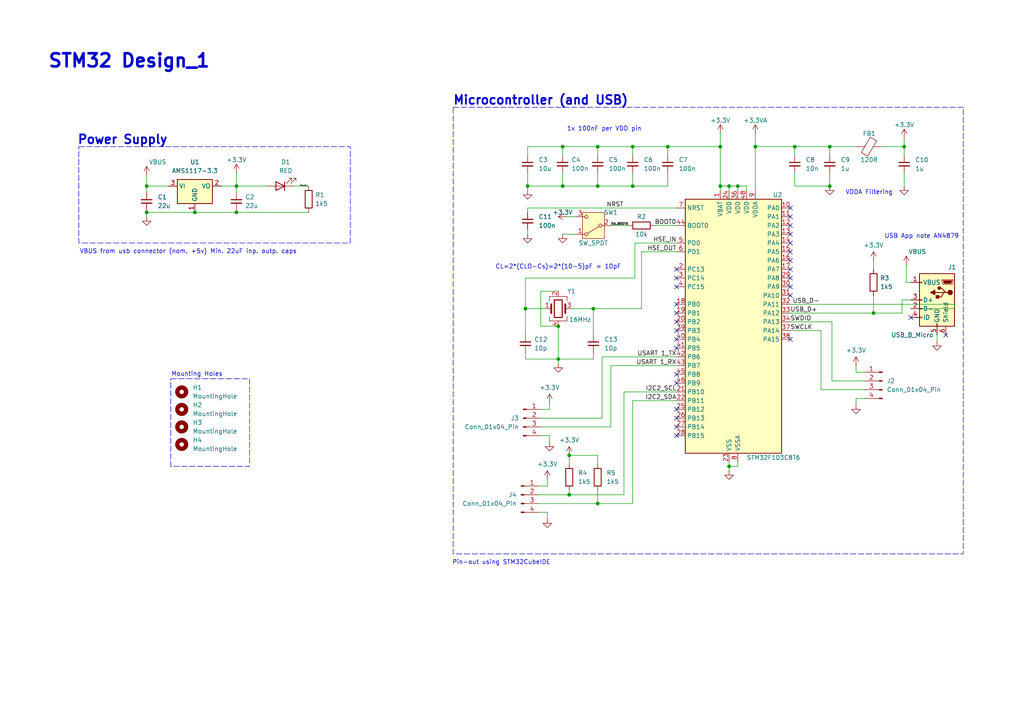
<source format=kicad_sch>
(kicad_sch
	(version 20231120)
	(generator "eeschema")
	(generator_version "8.0")
	(uuid "5d207962-5b17-4f57-b49a-2766678dfb6c")
	(paper "A4")
	(title_block
		(title "STM 32 Design_1")
		(date "2024-07-17")
		(rev "0.1")
		(company "Alex Rojas")
		(comment 1 "https://github.com/AlexRojasx/STM32-Design_1")
		(comment 2 "Schematic based on Phil's lab Design")
	)
	(lib_symbols
		(symbol "Connector:Conn_01x04_Pin"
			(pin_names
				(offset 1.016) hide)
			(exclude_from_sim no)
			(in_bom yes)
			(on_board yes)
			(property "Reference" "J"
				(at 0 5.08 0)
				(effects
					(font
						(size 1.27 1.27)
					)
				)
			)
			(property "Value" "Conn_01x04_Pin"
				(at 0 -7.62 0)
				(effects
					(font
						(size 1.27 1.27)
					)
				)
			)
			(property "Footprint" ""
				(at 0 0 0)
				(effects
					(font
						(size 1.27 1.27)
					)
					(hide yes)
				)
			)
			(property "Datasheet" "~"
				(at 0 0 0)
				(effects
					(font
						(size 1.27 1.27)
					)
					(hide yes)
				)
			)
			(property "Description" "Generic connector, single row, 01x04, script generated"
				(at 0 0 0)
				(effects
					(font
						(size 1.27 1.27)
					)
					(hide yes)
				)
			)
			(property "ki_locked" ""
				(at 0 0 0)
				(effects
					(font
						(size 1.27 1.27)
					)
				)
			)
			(property "ki_keywords" "connector"
				(at 0 0 0)
				(effects
					(font
						(size 1.27 1.27)
					)
					(hide yes)
				)
			)
			(property "ki_fp_filters" "Connector*:*_1x??_*"
				(at 0 0 0)
				(effects
					(font
						(size 1.27 1.27)
					)
					(hide yes)
				)
			)
			(symbol "Conn_01x04_Pin_1_1"
				(polyline
					(pts
						(xy 1.27 -5.08) (xy 0.8636 -5.08)
					)
					(stroke
						(width 0.1524)
						(type default)
					)
					(fill
						(type none)
					)
				)
				(polyline
					(pts
						(xy 1.27 -2.54) (xy 0.8636 -2.54)
					)
					(stroke
						(width 0.1524)
						(type default)
					)
					(fill
						(type none)
					)
				)
				(polyline
					(pts
						(xy 1.27 0) (xy 0.8636 0)
					)
					(stroke
						(width 0.1524)
						(type default)
					)
					(fill
						(type none)
					)
				)
				(polyline
					(pts
						(xy 1.27 2.54) (xy 0.8636 2.54)
					)
					(stroke
						(width 0.1524)
						(type default)
					)
					(fill
						(type none)
					)
				)
				(rectangle
					(start 0.8636 -4.953)
					(end 0 -5.207)
					(stroke
						(width 0.1524)
						(type default)
					)
					(fill
						(type outline)
					)
				)
				(rectangle
					(start 0.8636 -2.413)
					(end 0 -2.667)
					(stroke
						(width 0.1524)
						(type default)
					)
					(fill
						(type outline)
					)
				)
				(rectangle
					(start 0.8636 0.127)
					(end 0 -0.127)
					(stroke
						(width 0.1524)
						(type default)
					)
					(fill
						(type outline)
					)
				)
				(rectangle
					(start 0.8636 2.667)
					(end 0 2.413)
					(stroke
						(width 0.1524)
						(type default)
					)
					(fill
						(type outline)
					)
				)
				(pin passive line
					(at 5.08 2.54 180)
					(length 3.81)
					(name "Pin_1"
						(effects
							(font
								(size 1.27 1.27)
							)
						)
					)
					(number "1"
						(effects
							(font
								(size 1.27 1.27)
							)
						)
					)
				)
				(pin passive line
					(at 5.08 0 180)
					(length 3.81)
					(name "Pin_2"
						(effects
							(font
								(size 1.27 1.27)
							)
						)
					)
					(number "2"
						(effects
							(font
								(size 1.27 1.27)
							)
						)
					)
				)
				(pin passive line
					(at 5.08 -2.54 180)
					(length 3.81)
					(name "Pin_3"
						(effects
							(font
								(size 1.27 1.27)
							)
						)
					)
					(number "3"
						(effects
							(font
								(size 1.27 1.27)
							)
						)
					)
				)
				(pin passive line
					(at 5.08 -5.08 180)
					(length 3.81)
					(name "Pin_4"
						(effects
							(font
								(size 1.27 1.27)
							)
						)
					)
					(number "4"
						(effects
							(font
								(size 1.27 1.27)
							)
						)
					)
				)
			)
		)
		(symbol "Connector:USB_B_Micro"
			(pin_names
				(offset 1.016)
			)
			(exclude_from_sim no)
			(in_bom yes)
			(on_board yes)
			(property "Reference" "J"
				(at -5.08 11.43 0)
				(effects
					(font
						(size 1.27 1.27)
					)
					(justify left)
				)
			)
			(property "Value" "USB_B_Micro"
				(at -5.08 8.89 0)
				(effects
					(font
						(size 1.27 1.27)
					)
					(justify left)
				)
			)
			(property "Footprint" ""
				(at 3.81 -1.27 0)
				(effects
					(font
						(size 1.27 1.27)
					)
					(hide yes)
				)
			)
			(property "Datasheet" "~"
				(at 3.81 -1.27 0)
				(effects
					(font
						(size 1.27 1.27)
					)
					(hide yes)
				)
			)
			(property "Description" "USB Micro Type B connector"
				(at 0 0 0)
				(effects
					(font
						(size 1.27 1.27)
					)
					(hide yes)
				)
			)
			(property "ki_keywords" "connector USB micro"
				(at 0 0 0)
				(effects
					(font
						(size 1.27 1.27)
					)
					(hide yes)
				)
			)
			(property "ki_fp_filters" "USB*"
				(at 0 0 0)
				(effects
					(font
						(size 1.27 1.27)
					)
					(hide yes)
				)
			)
			(symbol "USB_B_Micro_0_1"
				(rectangle
					(start -5.08 -7.62)
					(end 5.08 7.62)
					(stroke
						(width 0.254)
						(type default)
					)
					(fill
						(type background)
					)
				)
				(circle
					(center -3.81 2.159)
					(radius 0.635)
					(stroke
						(width 0.254)
						(type default)
					)
					(fill
						(type outline)
					)
				)
				(circle
					(center -0.635 3.429)
					(radius 0.381)
					(stroke
						(width 0.254)
						(type default)
					)
					(fill
						(type outline)
					)
				)
				(rectangle
					(start -0.127 -7.62)
					(end 0.127 -6.858)
					(stroke
						(width 0)
						(type default)
					)
					(fill
						(type none)
					)
				)
				(polyline
					(pts
						(xy -1.905 2.159) (xy 0.635 2.159)
					)
					(stroke
						(width 0.254)
						(type default)
					)
					(fill
						(type none)
					)
				)
				(polyline
					(pts
						(xy -3.175 2.159) (xy -2.54 2.159) (xy -1.27 3.429) (xy -0.635 3.429)
					)
					(stroke
						(width 0.254)
						(type default)
					)
					(fill
						(type none)
					)
				)
				(polyline
					(pts
						(xy -2.54 2.159) (xy -1.905 2.159) (xy -1.27 0.889) (xy 0 0.889)
					)
					(stroke
						(width 0.254)
						(type default)
					)
					(fill
						(type none)
					)
				)
				(polyline
					(pts
						(xy 0.635 2.794) (xy 0.635 1.524) (xy 1.905 2.159) (xy 0.635 2.794)
					)
					(stroke
						(width 0.254)
						(type default)
					)
					(fill
						(type outline)
					)
				)
				(polyline
					(pts
						(xy -4.318 5.588) (xy -1.778 5.588) (xy -2.032 4.826) (xy -4.064 4.826) (xy -4.318 5.588)
					)
					(stroke
						(width 0)
						(type default)
					)
					(fill
						(type outline)
					)
				)
				(polyline
					(pts
						(xy -4.699 5.842) (xy -4.699 5.588) (xy -4.445 4.826) (xy -4.445 4.572) (xy -1.651 4.572) (xy -1.651 4.826)
						(xy -1.397 5.588) (xy -1.397 5.842) (xy -4.699 5.842)
					)
					(stroke
						(width 0)
						(type default)
					)
					(fill
						(type none)
					)
				)
				(rectangle
					(start 0.254 1.27)
					(end -0.508 0.508)
					(stroke
						(width 0.254)
						(type default)
					)
					(fill
						(type outline)
					)
				)
				(rectangle
					(start 5.08 -5.207)
					(end 4.318 -4.953)
					(stroke
						(width 0)
						(type default)
					)
					(fill
						(type none)
					)
				)
				(rectangle
					(start 5.08 -2.667)
					(end 4.318 -2.413)
					(stroke
						(width 0)
						(type default)
					)
					(fill
						(type none)
					)
				)
				(rectangle
					(start 5.08 -0.127)
					(end 4.318 0.127)
					(stroke
						(width 0)
						(type default)
					)
					(fill
						(type none)
					)
				)
				(rectangle
					(start 5.08 4.953)
					(end 4.318 5.207)
					(stroke
						(width 0)
						(type default)
					)
					(fill
						(type none)
					)
				)
			)
			(symbol "USB_B_Micro_1_1"
				(pin power_out line
					(at 7.62 5.08 180)
					(length 2.54)
					(name "VBUS"
						(effects
							(font
								(size 1.27 1.27)
							)
						)
					)
					(number "1"
						(effects
							(font
								(size 1.27 1.27)
							)
						)
					)
				)
				(pin bidirectional line
					(at 7.62 -2.54 180)
					(length 2.54)
					(name "D-"
						(effects
							(font
								(size 1.27 1.27)
							)
						)
					)
					(number "2"
						(effects
							(font
								(size 1.27 1.27)
							)
						)
					)
				)
				(pin bidirectional line
					(at 7.62 0 180)
					(length 2.54)
					(name "D+"
						(effects
							(font
								(size 1.27 1.27)
							)
						)
					)
					(number "3"
						(effects
							(font
								(size 1.27 1.27)
							)
						)
					)
				)
				(pin passive line
					(at 7.62 -5.08 180)
					(length 2.54)
					(name "ID"
						(effects
							(font
								(size 1.27 1.27)
							)
						)
					)
					(number "4"
						(effects
							(font
								(size 1.27 1.27)
							)
						)
					)
				)
				(pin power_out line
					(at 0 -10.16 90)
					(length 2.54)
					(name "GND"
						(effects
							(font
								(size 1.27 1.27)
							)
						)
					)
					(number "5"
						(effects
							(font
								(size 1.27 1.27)
							)
						)
					)
				)
				(pin passive line
					(at -2.54 -10.16 90)
					(length 2.54)
					(name "Shield"
						(effects
							(font
								(size 1.27 1.27)
							)
						)
					)
					(number "6"
						(effects
							(font
								(size 1.27 1.27)
							)
						)
					)
				)
			)
		)
		(symbol "Device:C_Small"
			(pin_numbers hide)
			(pin_names
				(offset 0.254) hide)
			(exclude_from_sim no)
			(in_bom yes)
			(on_board yes)
			(property "Reference" "C"
				(at 0.254 1.778 0)
				(effects
					(font
						(size 1.27 1.27)
					)
					(justify left)
				)
			)
			(property "Value" "C_Small"
				(at 0.254 -2.032 0)
				(effects
					(font
						(size 1.27 1.27)
					)
					(justify left)
				)
			)
			(property "Footprint" ""
				(at 0 0 0)
				(effects
					(font
						(size 1.27 1.27)
					)
					(hide yes)
				)
			)
			(property "Datasheet" "~"
				(at 0 0 0)
				(effects
					(font
						(size 1.27 1.27)
					)
					(hide yes)
				)
			)
			(property "Description" "Unpolarized capacitor, small symbol"
				(at 0 0 0)
				(effects
					(font
						(size 1.27 1.27)
					)
					(hide yes)
				)
			)
			(property "ki_keywords" "capacitor cap"
				(at 0 0 0)
				(effects
					(font
						(size 1.27 1.27)
					)
					(hide yes)
				)
			)
			(property "ki_fp_filters" "C_*"
				(at 0 0 0)
				(effects
					(font
						(size 1.27 1.27)
					)
					(hide yes)
				)
			)
			(symbol "C_Small_0_1"
				(polyline
					(pts
						(xy -1.524 -0.508) (xy 1.524 -0.508)
					)
					(stroke
						(width 0.3302)
						(type default)
					)
					(fill
						(type none)
					)
				)
				(polyline
					(pts
						(xy -1.524 0.508) (xy 1.524 0.508)
					)
					(stroke
						(width 0.3048)
						(type default)
					)
					(fill
						(type none)
					)
				)
			)
			(symbol "C_Small_1_1"
				(pin passive line
					(at 0 2.54 270)
					(length 2.032)
					(name "~"
						(effects
							(font
								(size 1.27 1.27)
							)
						)
					)
					(number "1"
						(effects
							(font
								(size 1.27 1.27)
							)
						)
					)
				)
				(pin passive line
					(at 0 -2.54 90)
					(length 2.032)
					(name "~"
						(effects
							(font
								(size 1.27 1.27)
							)
						)
					)
					(number "2"
						(effects
							(font
								(size 1.27 1.27)
							)
						)
					)
				)
			)
		)
		(symbol "Device:Crystal_GND24"
			(pin_names
				(offset 1.016) hide)
			(exclude_from_sim no)
			(in_bom yes)
			(on_board yes)
			(property "Reference" "Y"
				(at 3.175 5.08 0)
				(effects
					(font
						(size 1.27 1.27)
					)
					(justify left)
				)
			)
			(property "Value" "Crystal_GND24"
				(at 3.175 3.175 0)
				(effects
					(font
						(size 1.27 1.27)
					)
					(justify left)
				)
			)
			(property "Footprint" ""
				(at 0 0 0)
				(effects
					(font
						(size 1.27 1.27)
					)
					(hide yes)
				)
			)
			(property "Datasheet" "~"
				(at 0 0 0)
				(effects
					(font
						(size 1.27 1.27)
					)
					(hide yes)
				)
			)
			(property "Description" "Four pin crystal, GND on pins 2 and 4"
				(at 0 0 0)
				(effects
					(font
						(size 1.27 1.27)
					)
					(hide yes)
				)
			)
			(property "ki_keywords" "quartz ceramic resonator oscillator"
				(at 0 0 0)
				(effects
					(font
						(size 1.27 1.27)
					)
					(hide yes)
				)
			)
			(property "ki_fp_filters" "Crystal*"
				(at 0 0 0)
				(effects
					(font
						(size 1.27 1.27)
					)
					(hide yes)
				)
			)
			(symbol "Crystal_GND24_0_1"
				(rectangle
					(start -1.143 2.54)
					(end 1.143 -2.54)
					(stroke
						(width 0.3048)
						(type default)
					)
					(fill
						(type none)
					)
				)
				(polyline
					(pts
						(xy -2.54 0) (xy -2.032 0)
					)
					(stroke
						(width 0)
						(type default)
					)
					(fill
						(type none)
					)
				)
				(polyline
					(pts
						(xy -2.032 -1.27) (xy -2.032 1.27)
					)
					(stroke
						(width 0.508)
						(type default)
					)
					(fill
						(type none)
					)
				)
				(polyline
					(pts
						(xy 0 -3.81) (xy 0 -3.556)
					)
					(stroke
						(width 0)
						(type default)
					)
					(fill
						(type none)
					)
				)
				(polyline
					(pts
						(xy 0 3.556) (xy 0 3.81)
					)
					(stroke
						(width 0)
						(type default)
					)
					(fill
						(type none)
					)
				)
				(polyline
					(pts
						(xy 2.032 -1.27) (xy 2.032 1.27)
					)
					(stroke
						(width 0.508)
						(type default)
					)
					(fill
						(type none)
					)
				)
				(polyline
					(pts
						(xy 2.032 0) (xy 2.54 0)
					)
					(stroke
						(width 0)
						(type default)
					)
					(fill
						(type none)
					)
				)
				(polyline
					(pts
						(xy -2.54 -2.286) (xy -2.54 -3.556) (xy 2.54 -3.556) (xy 2.54 -2.286)
					)
					(stroke
						(width 0)
						(type default)
					)
					(fill
						(type none)
					)
				)
				(polyline
					(pts
						(xy -2.54 2.286) (xy -2.54 3.556) (xy 2.54 3.556) (xy 2.54 2.286)
					)
					(stroke
						(width 0)
						(type default)
					)
					(fill
						(type none)
					)
				)
			)
			(symbol "Crystal_GND24_1_1"
				(pin passive line
					(at -3.81 0 0)
					(length 1.27)
					(name "1"
						(effects
							(font
								(size 1.27 1.27)
							)
						)
					)
					(number "1"
						(effects
							(font
								(size 1.27 1.27)
							)
						)
					)
				)
				(pin passive line
					(at 0 5.08 270)
					(length 1.27)
					(name "2"
						(effects
							(font
								(size 1.27 1.27)
							)
						)
					)
					(number "2"
						(effects
							(font
								(size 1.27 1.27)
							)
						)
					)
				)
				(pin passive line
					(at 3.81 0 180)
					(length 1.27)
					(name "3"
						(effects
							(font
								(size 1.27 1.27)
							)
						)
					)
					(number "3"
						(effects
							(font
								(size 1.27 1.27)
							)
						)
					)
				)
				(pin passive line
					(at 0 -5.08 90)
					(length 1.27)
					(name "4"
						(effects
							(font
								(size 1.27 1.27)
							)
						)
					)
					(number "4"
						(effects
							(font
								(size 1.27 1.27)
							)
						)
					)
				)
			)
		)
		(symbol "Device:FerriteBead"
			(pin_numbers hide)
			(pin_names
				(offset 0)
			)
			(exclude_from_sim no)
			(in_bom yes)
			(on_board yes)
			(property "Reference" "FB"
				(at -3.81 0.635 90)
				(effects
					(font
						(size 1.27 1.27)
					)
				)
			)
			(property "Value" "FerriteBead"
				(at 3.81 0 90)
				(effects
					(font
						(size 1.27 1.27)
					)
				)
			)
			(property "Footprint" ""
				(at -1.778 0 90)
				(effects
					(font
						(size 1.27 1.27)
					)
					(hide yes)
				)
			)
			(property "Datasheet" "~"
				(at 0 0 0)
				(effects
					(font
						(size 1.27 1.27)
					)
					(hide yes)
				)
			)
			(property "Description" "Ferrite bead"
				(at 0 0 0)
				(effects
					(font
						(size 1.27 1.27)
					)
					(hide yes)
				)
			)
			(property "ki_keywords" "L ferrite bead inductor filter"
				(at 0 0 0)
				(effects
					(font
						(size 1.27 1.27)
					)
					(hide yes)
				)
			)
			(property "ki_fp_filters" "Inductor_* L_* *Ferrite*"
				(at 0 0 0)
				(effects
					(font
						(size 1.27 1.27)
					)
					(hide yes)
				)
			)
			(symbol "FerriteBead_0_1"
				(polyline
					(pts
						(xy 0 -1.27) (xy 0 -1.2192)
					)
					(stroke
						(width 0)
						(type default)
					)
					(fill
						(type none)
					)
				)
				(polyline
					(pts
						(xy 0 1.27) (xy 0 1.2954)
					)
					(stroke
						(width 0)
						(type default)
					)
					(fill
						(type none)
					)
				)
				(polyline
					(pts
						(xy -2.7686 0.4064) (xy -1.7018 2.2606) (xy 2.7686 -0.3048) (xy 1.6764 -2.159) (xy -2.7686 0.4064)
					)
					(stroke
						(width 0)
						(type default)
					)
					(fill
						(type none)
					)
				)
			)
			(symbol "FerriteBead_1_1"
				(pin passive line
					(at 0 3.81 270)
					(length 2.54)
					(name "~"
						(effects
							(font
								(size 1.27 1.27)
							)
						)
					)
					(number "1"
						(effects
							(font
								(size 1.27 1.27)
							)
						)
					)
				)
				(pin passive line
					(at 0 -3.81 90)
					(length 2.54)
					(name "~"
						(effects
							(font
								(size 1.27 1.27)
							)
						)
					)
					(number "2"
						(effects
							(font
								(size 1.27 1.27)
							)
						)
					)
				)
			)
		)
		(symbol "Device:LED"
			(pin_numbers hide)
			(pin_names
				(offset 1.016) hide)
			(exclude_from_sim no)
			(in_bom yes)
			(on_board yes)
			(property "Reference" "D"
				(at 0 2.54 0)
				(effects
					(font
						(size 1.27 1.27)
					)
				)
			)
			(property "Value" "LED"
				(at 0 -2.54 0)
				(effects
					(font
						(size 1.27 1.27)
					)
				)
			)
			(property "Footprint" ""
				(at 0 0 0)
				(effects
					(font
						(size 1.27 1.27)
					)
					(hide yes)
				)
			)
			(property "Datasheet" "~"
				(at 0 0 0)
				(effects
					(font
						(size 1.27 1.27)
					)
					(hide yes)
				)
			)
			(property "Description" "Light emitting diode"
				(at 0 0 0)
				(effects
					(font
						(size 1.27 1.27)
					)
					(hide yes)
				)
			)
			(property "ki_keywords" "LED diode"
				(at 0 0 0)
				(effects
					(font
						(size 1.27 1.27)
					)
					(hide yes)
				)
			)
			(property "ki_fp_filters" "LED* LED_SMD:* LED_THT:*"
				(at 0 0 0)
				(effects
					(font
						(size 1.27 1.27)
					)
					(hide yes)
				)
			)
			(symbol "LED_0_1"
				(polyline
					(pts
						(xy -1.27 -1.27) (xy -1.27 1.27)
					)
					(stroke
						(width 0.254)
						(type default)
					)
					(fill
						(type none)
					)
				)
				(polyline
					(pts
						(xy -1.27 0) (xy 1.27 0)
					)
					(stroke
						(width 0)
						(type default)
					)
					(fill
						(type none)
					)
				)
				(polyline
					(pts
						(xy 1.27 -1.27) (xy 1.27 1.27) (xy -1.27 0) (xy 1.27 -1.27)
					)
					(stroke
						(width 0.254)
						(type default)
					)
					(fill
						(type none)
					)
				)
				(polyline
					(pts
						(xy -3.048 -0.762) (xy -4.572 -2.286) (xy -3.81 -2.286) (xy -4.572 -2.286) (xy -4.572 -1.524)
					)
					(stroke
						(width 0)
						(type default)
					)
					(fill
						(type none)
					)
				)
				(polyline
					(pts
						(xy -1.778 -0.762) (xy -3.302 -2.286) (xy -2.54 -2.286) (xy -3.302 -2.286) (xy -3.302 -1.524)
					)
					(stroke
						(width 0)
						(type default)
					)
					(fill
						(type none)
					)
				)
			)
			(symbol "LED_1_1"
				(pin passive line
					(at -3.81 0 0)
					(length 2.54)
					(name "K"
						(effects
							(font
								(size 1.27 1.27)
							)
						)
					)
					(number "1"
						(effects
							(font
								(size 1.27 1.27)
							)
						)
					)
				)
				(pin passive line
					(at 3.81 0 180)
					(length 2.54)
					(name "A"
						(effects
							(font
								(size 1.27 1.27)
							)
						)
					)
					(number "2"
						(effects
							(font
								(size 1.27 1.27)
							)
						)
					)
				)
			)
		)
		(symbol "Device:R"
			(pin_numbers hide)
			(pin_names
				(offset 0)
			)
			(exclude_from_sim no)
			(in_bom yes)
			(on_board yes)
			(property "Reference" "R"
				(at 2.032 0 90)
				(effects
					(font
						(size 1.27 1.27)
					)
				)
			)
			(property "Value" "R"
				(at 0 0 90)
				(effects
					(font
						(size 1.27 1.27)
					)
				)
			)
			(property "Footprint" ""
				(at -1.778 0 90)
				(effects
					(font
						(size 1.27 1.27)
					)
					(hide yes)
				)
			)
			(property "Datasheet" "~"
				(at 0 0 0)
				(effects
					(font
						(size 1.27 1.27)
					)
					(hide yes)
				)
			)
			(property "Description" "Resistor"
				(at 0 0 0)
				(effects
					(font
						(size 1.27 1.27)
					)
					(hide yes)
				)
			)
			(property "ki_keywords" "R res resistor"
				(at 0 0 0)
				(effects
					(font
						(size 1.27 1.27)
					)
					(hide yes)
				)
			)
			(property "ki_fp_filters" "R_*"
				(at 0 0 0)
				(effects
					(font
						(size 1.27 1.27)
					)
					(hide yes)
				)
			)
			(symbol "R_0_1"
				(rectangle
					(start -1.016 -2.54)
					(end 1.016 2.54)
					(stroke
						(width 0.254)
						(type default)
					)
					(fill
						(type none)
					)
				)
			)
			(symbol "R_1_1"
				(pin passive line
					(at 0 3.81 270)
					(length 1.27)
					(name "~"
						(effects
							(font
								(size 1.27 1.27)
							)
						)
					)
					(number "1"
						(effects
							(font
								(size 1.27 1.27)
							)
						)
					)
				)
				(pin passive line
					(at 0 -3.81 90)
					(length 1.27)
					(name "~"
						(effects
							(font
								(size 1.27 1.27)
							)
						)
					)
					(number "2"
						(effects
							(font
								(size 1.27 1.27)
							)
						)
					)
				)
			)
		)
		(symbol "MCU_ST_STM32F1:STM32F103C8Tx"
			(exclude_from_sim no)
			(in_bom yes)
			(on_board yes)
			(property "Reference" "U"
				(at -12.7 39.37 0)
				(effects
					(font
						(size 1.27 1.27)
					)
					(justify left)
				)
			)
			(property "Value" "STM32F103C8Tx"
				(at 10.16 39.37 0)
				(effects
					(font
						(size 1.27 1.27)
					)
					(justify left)
				)
			)
			(property "Footprint" "Package_QFP:LQFP-48_7x7mm_P0.5mm"
				(at -12.7 -35.56 0)
				(effects
					(font
						(size 1.27 1.27)
					)
					(justify right)
					(hide yes)
				)
			)
			(property "Datasheet" "https://www.st.com/resource/en/datasheet/stm32f103c8.pdf"
				(at 0 0 0)
				(effects
					(font
						(size 1.27 1.27)
					)
					(hide yes)
				)
			)
			(property "Description" "STMicroelectronics Arm Cortex-M3 MCU, 64KB flash, 20KB RAM, 72 MHz, 2.0-3.6V, 37 GPIO, LQFP48"
				(at 0 0 0)
				(effects
					(font
						(size 1.27 1.27)
					)
					(hide yes)
				)
			)
			(property "ki_locked" ""
				(at 0 0 0)
				(effects
					(font
						(size 1.27 1.27)
					)
				)
			)
			(property "ki_keywords" "Arm Cortex-M3 STM32F1 STM32F103"
				(at 0 0 0)
				(effects
					(font
						(size 1.27 1.27)
					)
					(hide yes)
				)
			)
			(property "ki_fp_filters" "LQFP*7x7mm*P0.5mm*"
				(at 0 0 0)
				(effects
					(font
						(size 1.27 1.27)
					)
					(hide yes)
				)
			)
			(symbol "STM32F103C8Tx_0_1"
				(rectangle
					(start -12.7 -35.56)
					(end 15.24 38.1)
					(stroke
						(width 0.254)
						(type default)
					)
					(fill
						(type background)
					)
				)
			)
			(symbol "STM32F103C8Tx_1_1"
				(pin power_in line
					(at -2.54 40.64 270)
					(length 2.54)
					(name "VBAT"
						(effects
							(font
								(size 1.27 1.27)
							)
						)
					)
					(number "1"
						(effects
							(font
								(size 1.27 1.27)
							)
						)
					)
				)
				(pin bidirectional line
					(at 17.78 35.56 180)
					(length 2.54)
					(name "PA0"
						(effects
							(font
								(size 1.27 1.27)
							)
						)
					)
					(number "10"
						(effects
							(font
								(size 1.27 1.27)
							)
						)
					)
					(alternate "ADC1_IN0" bidirectional line)
					(alternate "ADC2_IN0" bidirectional line)
					(alternate "SYS_WKUP" bidirectional line)
					(alternate "TIM2_CH1" bidirectional line)
					(alternate "TIM2_ETR" bidirectional line)
					(alternate "USART2_CTS" bidirectional line)
				)
				(pin bidirectional line
					(at 17.78 33.02 180)
					(length 2.54)
					(name "PA1"
						(effects
							(font
								(size 1.27 1.27)
							)
						)
					)
					(number "11"
						(effects
							(font
								(size 1.27 1.27)
							)
						)
					)
					(alternate "ADC1_IN1" bidirectional line)
					(alternate "ADC2_IN1" bidirectional line)
					(alternate "TIM2_CH2" bidirectional line)
					(alternate "USART2_RTS" bidirectional line)
				)
				(pin bidirectional line
					(at 17.78 30.48 180)
					(length 2.54)
					(name "PA2"
						(effects
							(font
								(size 1.27 1.27)
							)
						)
					)
					(number "12"
						(effects
							(font
								(size 1.27 1.27)
							)
						)
					)
					(alternate "ADC1_IN2" bidirectional line)
					(alternate "ADC2_IN2" bidirectional line)
					(alternate "TIM2_CH3" bidirectional line)
					(alternate "USART2_TX" bidirectional line)
				)
				(pin bidirectional line
					(at 17.78 27.94 180)
					(length 2.54)
					(name "PA3"
						(effects
							(font
								(size 1.27 1.27)
							)
						)
					)
					(number "13"
						(effects
							(font
								(size 1.27 1.27)
							)
						)
					)
					(alternate "ADC1_IN3" bidirectional line)
					(alternate "ADC2_IN3" bidirectional line)
					(alternate "TIM2_CH4" bidirectional line)
					(alternate "USART2_RX" bidirectional line)
				)
				(pin bidirectional line
					(at 17.78 25.4 180)
					(length 2.54)
					(name "PA4"
						(effects
							(font
								(size 1.27 1.27)
							)
						)
					)
					(number "14"
						(effects
							(font
								(size 1.27 1.27)
							)
						)
					)
					(alternate "ADC1_IN4" bidirectional line)
					(alternate "ADC2_IN4" bidirectional line)
					(alternate "SPI1_NSS" bidirectional line)
					(alternate "USART2_CK" bidirectional line)
				)
				(pin bidirectional line
					(at 17.78 22.86 180)
					(length 2.54)
					(name "PA5"
						(effects
							(font
								(size 1.27 1.27)
							)
						)
					)
					(number "15"
						(effects
							(font
								(size 1.27 1.27)
							)
						)
					)
					(alternate "ADC1_IN5" bidirectional line)
					(alternate "ADC2_IN5" bidirectional line)
					(alternate "SPI1_SCK" bidirectional line)
				)
				(pin bidirectional line
					(at 17.78 20.32 180)
					(length 2.54)
					(name "PA6"
						(effects
							(font
								(size 1.27 1.27)
							)
						)
					)
					(number "16"
						(effects
							(font
								(size 1.27 1.27)
							)
						)
					)
					(alternate "ADC1_IN6" bidirectional line)
					(alternate "ADC2_IN6" bidirectional line)
					(alternate "SPI1_MISO" bidirectional line)
					(alternate "TIM1_BKIN" bidirectional line)
					(alternate "TIM3_CH1" bidirectional line)
				)
				(pin bidirectional line
					(at 17.78 17.78 180)
					(length 2.54)
					(name "PA7"
						(effects
							(font
								(size 1.27 1.27)
							)
						)
					)
					(number "17"
						(effects
							(font
								(size 1.27 1.27)
							)
						)
					)
					(alternate "ADC1_IN7" bidirectional line)
					(alternate "ADC2_IN7" bidirectional line)
					(alternate "SPI1_MOSI" bidirectional line)
					(alternate "TIM1_CH1N" bidirectional line)
					(alternate "TIM3_CH2" bidirectional line)
				)
				(pin bidirectional line
					(at -15.24 7.62 0)
					(length 2.54)
					(name "PB0"
						(effects
							(font
								(size 1.27 1.27)
							)
						)
					)
					(number "18"
						(effects
							(font
								(size 1.27 1.27)
							)
						)
					)
					(alternate "ADC1_IN8" bidirectional line)
					(alternate "ADC2_IN8" bidirectional line)
					(alternate "TIM1_CH2N" bidirectional line)
					(alternate "TIM3_CH3" bidirectional line)
				)
				(pin bidirectional line
					(at -15.24 5.08 0)
					(length 2.54)
					(name "PB1"
						(effects
							(font
								(size 1.27 1.27)
							)
						)
					)
					(number "19"
						(effects
							(font
								(size 1.27 1.27)
							)
						)
					)
					(alternate "ADC1_IN9" bidirectional line)
					(alternate "ADC2_IN9" bidirectional line)
					(alternate "TIM1_CH3N" bidirectional line)
					(alternate "TIM3_CH4" bidirectional line)
				)
				(pin bidirectional line
					(at -15.24 17.78 0)
					(length 2.54)
					(name "PC13"
						(effects
							(font
								(size 1.27 1.27)
							)
						)
					)
					(number "2"
						(effects
							(font
								(size 1.27 1.27)
							)
						)
					)
					(alternate "RTC_OUT" bidirectional line)
					(alternate "RTC_TAMPER" bidirectional line)
				)
				(pin bidirectional line
					(at -15.24 2.54 0)
					(length 2.54)
					(name "PB2"
						(effects
							(font
								(size 1.27 1.27)
							)
						)
					)
					(number "20"
						(effects
							(font
								(size 1.27 1.27)
							)
						)
					)
				)
				(pin bidirectional line
					(at -15.24 -17.78 0)
					(length 2.54)
					(name "PB10"
						(effects
							(font
								(size 1.27 1.27)
							)
						)
					)
					(number "21"
						(effects
							(font
								(size 1.27 1.27)
							)
						)
					)
					(alternate "I2C2_SCL" bidirectional line)
					(alternate "TIM2_CH3" bidirectional line)
					(alternate "USART3_TX" bidirectional line)
				)
				(pin bidirectional line
					(at -15.24 -20.32 0)
					(length 2.54)
					(name "PB11"
						(effects
							(font
								(size 1.27 1.27)
							)
						)
					)
					(number "22"
						(effects
							(font
								(size 1.27 1.27)
							)
						)
					)
					(alternate "ADC1_EXTI11" bidirectional line)
					(alternate "ADC2_EXTI11" bidirectional line)
					(alternate "I2C2_SDA" bidirectional line)
					(alternate "TIM2_CH4" bidirectional line)
					(alternate "USART3_RX" bidirectional line)
				)
				(pin power_in line
					(at 0 -38.1 90)
					(length 2.54)
					(name "VSS"
						(effects
							(font
								(size 1.27 1.27)
							)
						)
					)
					(number "23"
						(effects
							(font
								(size 1.27 1.27)
							)
						)
					)
				)
				(pin power_in line
					(at 0 40.64 270)
					(length 2.54)
					(name "VDD"
						(effects
							(font
								(size 1.27 1.27)
							)
						)
					)
					(number "24"
						(effects
							(font
								(size 1.27 1.27)
							)
						)
					)
				)
				(pin bidirectional line
					(at -15.24 -22.86 0)
					(length 2.54)
					(name "PB12"
						(effects
							(font
								(size 1.27 1.27)
							)
						)
					)
					(number "25"
						(effects
							(font
								(size 1.27 1.27)
							)
						)
					)
					(alternate "I2C2_SMBA" bidirectional line)
					(alternate "SPI2_NSS" bidirectional line)
					(alternate "TIM1_BKIN" bidirectional line)
					(alternate "USART3_CK" bidirectional line)
				)
				(pin bidirectional line
					(at -15.24 -25.4 0)
					(length 2.54)
					(name "PB13"
						(effects
							(font
								(size 1.27 1.27)
							)
						)
					)
					(number "26"
						(effects
							(font
								(size 1.27 1.27)
							)
						)
					)
					(alternate "SPI2_SCK" bidirectional line)
					(alternate "TIM1_CH1N" bidirectional line)
					(alternate "USART3_CTS" bidirectional line)
				)
				(pin bidirectional line
					(at -15.24 -27.94 0)
					(length 2.54)
					(name "PB14"
						(effects
							(font
								(size 1.27 1.27)
							)
						)
					)
					(number "27"
						(effects
							(font
								(size 1.27 1.27)
							)
						)
					)
					(alternate "SPI2_MISO" bidirectional line)
					(alternate "TIM1_CH2N" bidirectional line)
					(alternate "USART3_RTS" bidirectional line)
				)
				(pin bidirectional line
					(at -15.24 -30.48 0)
					(length 2.54)
					(name "PB15"
						(effects
							(font
								(size 1.27 1.27)
							)
						)
					)
					(number "28"
						(effects
							(font
								(size 1.27 1.27)
							)
						)
					)
					(alternate "ADC1_EXTI15" bidirectional line)
					(alternate "ADC2_EXTI15" bidirectional line)
					(alternate "SPI2_MOSI" bidirectional line)
					(alternate "TIM1_CH3N" bidirectional line)
				)
				(pin bidirectional line
					(at 17.78 15.24 180)
					(length 2.54)
					(name "PA8"
						(effects
							(font
								(size 1.27 1.27)
							)
						)
					)
					(number "29"
						(effects
							(font
								(size 1.27 1.27)
							)
						)
					)
					(alternate "RCC_MCO" bidirectional line)
					(alternate "TIM1_CH1" bidirectional line)
					(alternate "USART1_CK" bidirectional line)
				)
				(pin bidirectional line
					(at -15.24 15.24 0)
					(length 2.54)
					(name "PC14"
						(effects
							(font
								(size 1.27 1.27)
							)
						)
					)
					(number "3"
						(effects
							(font
								(size 1.27 1.27)
							)
						)
					)
					(alternate "RCC_OSC32_IN" bidirectional line)
				)
				(pin bidirectional line
					(at 17.78 12.7 180)
					(length 2.54)
					(name "PA9"
						(effects
							(font
								(size 1.27 1.27)
							)
						)
					)
					(number "30"
						(effects
							(font
								(size 1.27 1.27)
							)
						)
					)
					(alternate "TIM1_CH2" bidirectional line)
					(alternate "USART1_TX" bidirectional line)
				)
				(pin bidirectional line
					(at 17.78 10.16 180)
					(length 2.54)
					(name "PA10"
						(effects
							(font
								(size 1.27 1.27)
							)
						)
					)
					(number "31"
						(effects
							(font
								(size 1.27 1.27)
							)
						)
					)
					(alternate "TIM1_CH3" bidirectional line)
					(alternate "USART1_RX" bidirectional line)
				)
				(pin bidirectional line
					(at 17.78 7.62 180)
					(length 2.54)
					(name "PA11"
						(effects
							(font
								(size 1.27 1.27)
							)
						)
					)
					(number "32"
						(effects
							(font
								(size 1.27 1.27)
							)
						)
					)
					(alternate "ADC1_EXTI11" bidirectional line)
					(alternate "ADC2_EXTI11" bidirectional line)
					(alternate "CAN_RX" bidirectional line)
					(alternate "TIM1_CH4" bidirectional line)
					(alternate "USART1_CTS" bidirectional line)
					(alternate "USB_DM" bidirectional line)
				)
				(pin bidirectional line
					(at 17.78 5.08 180)
					(length 2.54)
					(name "PA12"
						(effects
							(font
								(size 1.27 1.27)
							)
						)
					)
					(number "33"
						(effects
							(font
								(size 1.27 1.27)
							)
						)
					)
					(alternate "CAN_TX" bidirectional line)
					(alternate "TIM1_ETR" bidirectional line)
					(alternate "USART1_RTS" bidirectional line)
					(alternate "USB_DP" bidirectional line)
				)
				(pin bidirectional line
					(at 17.78 2.54 180)
					(length 2.54)
					(name "PA13"
						(effects
							(font
								(size 1.27 1.27)
							)
						)
					)
					(number "34"
						(effects
							(font
								(size 1.27 1.27)
							)
						)
					)
					(alternate "SYS_JTMS-SWDIO" bidirectional line)
				)
				(pin passive line
					(at 0 -38.1 90)
					(length 2.54) hide
					(name "VSS"
						(effects
							(font
								(size 1.27 1.27)
							)
						)
					)
					(number "35"
						(effects
							(font
								(size 1.27 1.27)
							)
						)
					)
				)
				(pin power_in line
					(at 2.54 40.64 270)
					(length 2.54)
					(name "VDD"
						(effects
							(font
								(size 1.27 1.27)
							)
						)
					)
					(number "36"
						(effects
							(font
								(size 1.27 1.27)
							)
						)
					)
				)
				(pin bidirectional line
					(at 17.78 0 180)
					(length 2.54)
					(name "PA14"
						(effects
							(font
								(size 1.27 1.27)
							)
						)
					)
					(number "37"
						(effects
							(font
								(size 1.27 1.27)
							)
						)
					)
					(alternate "SYS_JTCK-SWCLK" bidirectional line)
				)
				(pin bidirectional line
					(at 17.78 -2.54 180)
					(length 2.54)
					(name "PA15"
						(effects
							(font
								(size 1.27 1.27)
							)
						)
					)
					(number "38"
						(effects
							(font
								(size 1.27 1.27)
							)
						)
					)
					(alternate "ADC1_EXTI15" bidirectional line)
					(alternate "ADC2_EXTI15" bidirectional line)
					(alternate "SPI1_NSS" bidirectional line)
					(alternate "SYS_JTDI" bidirectional line)
					(alternate "TIM2_CH1" bidirectional line)
					(alternate "TIM2_ETR" bidirectional line)
				)
				(pin bidirectional line
					(at -15.24 0 0)
					(length 2.54)
					(name "PB3"
						(effects
							(font
								(size 1.27 1.27)
							)
						)
					)
					(number "39"
						(effects
							(font
								(size 1.27 1.27)
							)
						)
					)
					(alternate "SPI1_SCK" bidirectional line)
					(alternate "SYS_JTDO-TRACESWO" bidirectional line)
					(alternate "TIM2_CH2" bidirectional line)
				)
				(pin bidirectional line
					(at -15.24 12.7 0)
					(length 2.54)
					(name "PC15"
						(effects
							(font
								(size 1.27 1.27)
							)
						)
					)
					(number "4"
						(effects
							(font
								(size 1.27 1.27)
							)
						)
					)
					(alternate "ADC1_EXTI15" bidirectional line)
					(alternate "ADC2_EXTI15" bidirectional line)
					(alternate "RCC_OSC32_OUT" bidirectional line)
				)
				(pin bidirectional line
					(at -15.24 -2.54 0)
					(length 2.54)
					(name "PB4"
						(effects
							(font
								(size 1.27 1.27)
							)
						)
					)
					(number "40"
						(effects
							(font
								(size 1.27 1.27)
							)
						)
					)
					(alternate "SPI1_MISO" bidirectional line)
					(alternate "SYS_NJTRST" bidirectional line)
					(alternate "TIM3_CH1" bidirectional line)
				)
				(pin bidirectional line
					(at -15.24 -5.08 0)
					(length 2.54)
					(name "PB5"
						(effects
							(font
								(size 1.27 1.27)
							)
						)
					)
					(number "41"
						(effects
							(font
								(size 1.27 1.27)
							)
						)
					)
					(alternate "I2C1_SMBA" bidirectional line)
					(alternate "SPI1_MOSI" bidirectional line)
					(alternate "TIM3_CH2" bidirectional line)
				)
				(pin bidirectional line
					(at -15.24 -7.62 0)
					(length 2.54)
					(name "PB6"
						(effects
							(font
								(size 1.27 1.27)
							)
						)
					)
					(number "42"
						(effects
							(font
								(size 1.27 1.27)
							)
						)
					)
					(alternate "I2C1_SCL" bidirectional line)
					(alternate "TIM4_CH1" bidirectional line)
					(alternate "USART1_TX" bidirectional line)
				)
				(pin bidirectional line
					(at -15.24 -10.16 0)
					(length 2.54)
					(name "PB7"
						(effects
							(font
								(size 1.27 1.27)
							)
						)
					)
					(number "43"
						(effects
							(font
								(size 1.27 1.27)
							)
						)
					)
					(alternate "I2C1_SDA" bidirectional line)
					(alternate "TIM4_CH2" bidirectional line)
					(alternate "USART1_RX" bidirectional line)
				)
				(pin input line
					(at -15.24 30.48 0)
					(length 2.54)
					(name "BOOT0"
						(effects
							(font
								(size 1.27 1.27)
							)
						)
					)
					(number "44"
						(effects
							(font
								(size 1.27 1.27)
							)
						)
					)
				)
				(pin bidirectional line
					(at -15.24 -12.7 0)
					(length 2.54)
					(name "PB8"
						(effects
							(font
								(size 1.27 1.27)
							)
						)
					)
					(number "45"
						(effects
							(font
								(size 1.27 1.27)
							)
						)
					)
					(alternate "CAN_RX" bidirectional line)
					(alternate "I2C1_SCL" bidirectional line)
					(alternate "TIM4_CH3" bidirectional line)
				)
				(pin bidirectional line
					(at -15.24 -15.24 0)
					(length 2.54)
					(name "PB9"
						(effects
							(font
								(size 1.27 1.27)
							)
						)
					)
					(number "46"
						(effects
							(font
								(size 1.27 1.27)
							)
						)
					)
					(alternate "CAN_TX" bidirectional line)
					(alternate "I2C1_SDA" bidirectional line)
					(alternate "TIM4_CH4" bidirectional line)
				)
				(pin passive line
					(at 0 -38.1 90)
					(length 2.54) hide
					(name "VSS"
						(effects
							(font
								(size 1.27 1.27)
							)
						)
					)
					(number "47"
						(effects
							(font
								(size 1.27 1.27)
							)
						)
					)
				)
				(pin power_in line
					(at 5.08 40.64 270)
					(length 2.54)
					(name "VDD"
						(effects
							(font
								(size 1.27 1.27)
							)
						)
					)
					(number "48"
						(effects
							(font
								(size 1.27 1.27)
							)
						)
					)
				)
				(pin bidirectional line
					(at -15.24 25.4 0)
					(length 2.54)
					(name "PD0"
						(effects
							(font
								(size 1.27 1.27)
							)
						)
					)
					(number "5"
						(effects
							(font
								(size 1.27 1.27)
							)
						)
					)
					(alternate "RCC_OSC_IN" bidirectional line)
				)
				(pin bidirectional line
					(at -15.24 22.86 0)
					(length 2.54)
					(name "PD1"
						(effects
							(font
								(size 1.27 1.27)
							)
						)
					)
					(number "6"
						(effects
							(font
								(size 1.27 1.27)
							)
						)
					)
					(alternate "RCC_OSC_OUT" bidirectional line)
				)
				(pin input line
					(at -15.24 35.56 0)
					(length 2.54)
					(name "NRST"
						(effects
							(font
								(size 1.27 1.27)
							)
						)
					)
					(number "7"
						(effects
							(font
								(size 1.27 1.27)
							)
						)
					)
				)
				(pin power_in line
					(at 2.54 -38.1 90)
					(length 2.54)
					(name "VSSA"
						(effects
							(font
								(size 1.27 1.27)
							)
						)
					)
					(number "8"
						(effects
							(font
								(size 1.27 1.27)
							)
						)
					)
				)
				(pin power_in line
					(at 7.62 40.64 270)
					(length 2.54)
					(name "VDDA"
						(effects
							(font
								(size 1.27 1.27)
							)
						)
					)
					(number "9"
						(effects
							(font
								(size 1.27 1.27)
							)
						)
					)
				)
			)
		)
		(symbol "Mechanical:MountingHole"
			(pin_names
				(offset 1.016)
			)
			(exclude_from_sim yes)
			(in_bom no)
			(on_board yes)
			(property "Reference" "H"
				(at 0 5.08 0)
				(effects
					(font
						(size 1.27 1.27)
					)
				)
			)
			(property "Value" "MountingHole"
				(at 0 3.175 0)
				(effects
					(font
						(size 1.27 1.27)
					)
				)
			)
			(property "Footprint" ""
				(at 0 0 0)
				(effects
					(font
						(size 1.27 1.27)
					)
					(hide yes)
				)
			)
			(property "Datasheet" "~"
				(at 0 0 0)
				(effects
					(font
						(size 1.27 1.27)
					)
					(hide yes)
				)
			)
			(property "Description" "Mounting Hole without connection"
				(at 0 0 0)
				(effects
					(font
						(size 1.27 1.27)
					)
					(hide yes)
				)
			)
			(property "ki_keywords" "mounting hole"
				(at 0 0 0)
				(effects
					(font
						(size 1.27 1.27)
					)
					(hide yes)
				)
			)
			(property "ki_fp_filters" "MountingHole*"
				(at 0 0 0)
				(effects
					(font
						(size 1.27 1.27)
					)
					(hide yes)
				)
			)
			(symbol "MountingHole_0_1"
				(circle
					(center 0 0)
					(radius 1.27)
					(stroke
						(width 1.27)
						(type default)
					)
					(fill
						(type none)
					)
				)
			)
		)
		(symbol "Regulator_Linear:AMS1117-3.3"
			(exclude_from_sim no)
			(in_bom yes)
			(on_board yes)
			(property "Reference" "U"
				(at -3.81 3.175 0)
				(effects
					(font
						(size 1.27 1.27)
					)
				)
			)
			(property "Value" "AMS1117-3.3"
				(at 0 3.175 0)
				(effects
					(font
						(size 1.27 1.27)
					)
					(justify left)
				)
			)
			(property "Footprint" "Package_TO_SOT_SMD:SOT-223-3_TabPin2"
				(at 0 5.08 0)
				(effects
					(font
						(size 1.27 1.27)
					)
					(hide yes)
				)
			)
			(property "Datasheet" "http://www.advanced-monolithic.com/pdf/ds1117.pdf"
				(at 2.54 -6.35 0)
				(effects
					(font
						(size 1.27 1.27)
					)
					(hide yes)
				)
			)
			(property "Description" "1A Low Dropout regulator, positive, 3.3V fixed output, SOT-223"
				(at 0 0 0)
				(effects
					(font
						(size 1.27 1.27)
					)
					(hide yes)
				)
			)
			(property "ki_keywords" "linear regulator ldo fixed positive"
				(at 0 0 0)
				(effects
					(font
						(size 1.27 1.27)
					)
					(hide yes)
				)
			)
			(property "ki_fp_filters" "SOT?223*TabPin2*"
				(at 0 0 0)
				(effects
					(font
						(size 1.27 1.27)
					)
					(hide yes)
				)
			)
			(symbol "AMS1117-3.3_0_1"
				(rectangle
					(start -5.08 -5.08)
					(end 5.08 1.905)
					(stroke
						(width 0.254)
						(type default)
					)
					(fill
						(type background)
					)
				)
			)
			(symbol "AMS1117-3.3_1_1"
				(pin power_in line
					(at 0 -7.62 90)
					(length 2.54)
					(name "GND"
						(effects
							(font
								(size 1.27 1.27)
							)
						)
					)
					(number "1"
						(effects
							(font
								(size 1.27 1.27)
							)
						)
					)
				)
				(pin power_out line
					(at 7.62 0 180)
					(length 2.54)
					(name "VO"
						(effects
							(font
								(size 1.27 1.27)
							)
						)
					)
					(number "2"
						(effects
							(font
								(size 1.27 1.27)
							)
						)
					)
				)
				(pin power_in line
					(at -7.62 0 0)
					(length 2.54)
					(name "VI"
						(effects
							(font
								(size 1.27 1.27)
							)
						)
					)
					(number "3"
						(effects
							(font
								(size 1.27 1.27)
							)
						)
					)
				)
			)
		)
		(symbol "Switch:SW_SPDT"
			(pin_names
				(offset 0) hide)
			(exclude_from_sim no)
			(in_bom yes)
			(on_board yes)
			(property "Reference" "SW"
				(at 0 5.08 0)
				(effects
					(font
						(size 1.27 1.27)
					)
				)
			)
			(property "Value" "SW_SPDT"
				(at 0 -5.08 0)
				(effects
					(font
						(size 1.27 1.27)
					)
				)
			)
			(property "Footprint" ""
				(at 0 0 0)
				(effects
					(font
						(size 1.27 1.27)
					)
					(hide yes)
				)
			)
			(property "Datasheet" "~"
				(at 0 -7.62 0)
				(effects
					(font
						(size 1.27 1.27)
					)
					(hide yes)
				)
			)
			(property "Description" "Switch, single pole double throw"
				(at 0 0 0)
				(effects
					(font
						(size 1.27 1.27)
					)
					(hide yes)
				)
			)
			(property "ki_keywords" "switch single-pole double-throw spdt ON-ON"
				(at 0 0 0)
				(effects
					(font
						(size 1.27 1.27)
					)
					(hide yes)
				)
			)
			(symbol "SW_SPDT_0_1"
				(circle
					(center -2.032 0)
					(radius 0.4572)
					(stroke
						(width 0)
						(type default)
					)
					(fill
						(type none)
					)
				)
				(polyline
					(pts
						(xy -1.651 0.254) (xy 1.651 2.286)
					)
					(stroke
						(width 0)
						(type default)
					)
					(fill
						(type none)
					)
				)
				(circle
					(center 2.032 -2.54)
					(radius 0.4572)
					(stroke
						(width 0)
						(type default)
					)
					(fill
						(type none)
					)
				)
				(circle
					(center 2.032 2.54)
					(radius 0.4572)
					(stroke
						(width 0)
						(type default)
					)
					(fill
						(type none)
					)
				)
			)
			(symbol "SW_SPDT_1_1"
				(rectangle
					(start -3.175 3.81)
					(end 3.175 -3.81)
					(stroke
						(width 0)
						(type default)
					)
					(fill
						(type background)
					)
				)
				(pin passive line
					(at 5.08 2.54 180)
					(length 2.54)
					(name "A"
						(effects
							(font
								(size 1.27 1.27)
							)
						)
					)
					(number "1"
						(effects
							(font
								(size 1.27 1.27)
							)
						)
					)
				)
				(pin passive line
					(at -5.08 0 0)
					(length 2.54)
					(name "B"
						(effects
							(font
								(size 1.27 1.27)
							)
						)
					)
					(number "2"
						(effects
							(font
								(size 1.27 1.27)
							)
						)
					)
				)
				(pin passive line
					(at 5.08 -2.54 180)
					(length 2.54)
					(name "C"
						(effects
							(font
								(size 1.27 1.27)
							)
						)
					)
					(number "3"
						(effects
							(font
								(size 1.27 1.27)
							)
						)
					)
				)
			)
		)
		(symbol "power:+3.3V"
			(power)
			(pin_numbers hide)
			(pin_names
				(offset 0) hide)
			(exclude_from_sim no)
			(in_bom yes)
			(on_board yes)
			(property "Reference" "#PWR"
				(at 0 -3.81 0)
				(effects
					(font
						(size 1.27 1.27)
					)
					(hide yes)
				)
			)
			(property "Value" "+3.3V"
				(at 0 3.556 0)
				(effects
					(font
						(size 1.27 1.27)
					)
				)
			)
			(property "Footprint" ""
				(at 0 0 0)
				(effects
					(font
						(size 1.27 1.27)
					)
					(hide yes)
				)
			)
			(property "Datasheet" ""
				(at 0 0 0)
				(effects
					(font
						(size 1.27 1.27)
					)
					(hide yes)
				)
			)
			(property "Description" "Power symbol creates a global label with name \"+3.3V\""
				(at 0 0 0)
				(effects
					(font
						(size 1.27 1.27)
					)
					(hide yes)
				)
			)
			(property "ki_keywords" "global power"
				(at 0 0 0)
				(effects
					(font
						(size 1.27 1.27)
					)
					(hide yes)
				)
			)
			(symbol "+3.3V_0_1"
				(polyline
					(pts
						(xy -0.762 1.27) (xy 0 2.54)
					)
					(stroke
						(width 0)
						(type default)
					)
					(fill
						(type none)
					)
				)
				(polyline
					(pts
						(xy 0 0) (xy 0 2.54)
					)
					(stroke
						(width 0)
						(type default)
					)
					(fill
						(type none)
					)
				)
				(polyline
					(pts
						(xy 0 2.54) (xy 0.762 1.27)
					)
					(stroke
						(width 0)
						(type default)
					)
					(fill
						(type none)
					)
				)
			)
			(symbol "+3.3V_1_1"
				(pin power_in line
					(at 0 0 90)
					(length 0)
					(name "~"
						(effects
							(font
								(size 1.27 1.27)
							)
						)
					)
					(number "1"
						(effects
							(font
								(size 1.27 1.27)
							)
						)
					)
				)
			)
		)
		(symbol "power:+3.3VA"
			(power)
			(pin_numbers hide)
			(pin_names
				(offset 0) hide)
			(exclude_from_sim no)
			(in_bom yes)
			(on_board yes)
			(property "Reference" "#PWR"
				(at 0 -3.81 0)
				(effects
					(font
						(size 1.27 1.27)
					)
					(hide yes)
				)
			)
			(property "Value" "+3.3VA"
				(at 0 3.556 0)
				(effects
					(font
						(size 1.27 1.27)
					)
				)
			)
			(property "Footprint" ""
				(at 0 0 0)
				(effects
					(font
						(size 1.27 1.27)
					)
					(hide yes)
				)
			)
			(property "Datasheet" ""
				(at 0 0 0)
				(effects
					(font
						(size 1.27 1.27)
					)
					(hide yes)
				)
			)
			(property "Description" "Power symbol creates a global label with name \"+3.3VA\""
				(at 0 0 0)
				(effects
					(font
						(size 1.27 1.27)
					)
					(hide yes)
				)
			)
			(property "ki_keywords" "global power"
				(at 0 0 0)
				(effects
					(font
						(size 1.27 1.27)
					)
					(hide yes)
				)
			)
			(symbol "+3.3VA_0_1"
				(polyline
					(pts
						(xy -0.762 1.27) (xy 0 2.54)
					)
					(stroke
						(width 0)
						(type default)
					)
					(fill
						(type none)
					)
				)
				(polyline
					(pts
						(xy 0 0) (xy 0 2.54)
					)
					(stroke
						(width 0)
						(type default)
					)
					(fill
						(type none)
					)
				)
				(polyline
					(pts
						(xy 0 2.54) (xy 0.762 1.27)
					)
					(stroke
						(width 0)
						(type default)
					)
					(fill
						(type none)
					)
				)
			)
			(symbol "+3.3VA_1_1"
				(pin power_in line
					(at 0 0 90)
					(length 0)
					(name "~"
						(effects
							(font
								(size 1.27 1.27)
							)
						)
					)
					(number "1"
						(effects
							(font
								(size 1.27 1.27)
							)
						)
					)
				)
			)
		)
		(symbol "power:GND"
			(power)
			(pin_numbers hide)
			(pin_names
				(offset 0) hide)
			(exclude_from_sim no)
			(in_bom yes)
			(on_board yes)
			(property "Reference" "#PWR"
				(at 0 -6.35 0)
				(effects
					(font
						(size 1.27 1.27)
					)
					(hide yes)
				)
			)
			(property "Value" "GND"
				(at 0 -3.81 0)
				(effects
					(font
						(size 1.27 1.27)
					)
				)
			)
			(property "Footprint" ""
				(at 0 0 0)
				(effects
					(font
						(size 1.27 1.27)
					)
					(hide yes)
				)
			)
			(property "Datasheet" ""
				(at 0 0 0)
				(effects
					(font
						(size 1.27 1.27)
					)
					(hide yes)
				)
			)
			(property "Description" "Power symbol creates a global label with name \"GND\" , ground"
				(at 0 0 0)
				(effects
					(font
						(size 1.27 1.27)
					)
					(hide yes)
				)
			)
			(property "ki_keywords" "global power"
				(at 0 0 0)
				(effects
					(font
						(size 1.27 1.27)
					)
					(hide yes)
				)
			)
			(symbol "GND_0_1"
				(polyline
					(pts
						(xy 0 0) (xy 0 -1.27) (xy 1.27 -1.27) (xy 0 -2.54) (xy -1.27 -1.27) (xy 0 -1.27)
					)
					(stroke
						(width 0)
						(type default)
					)
					(fill
						(type none)
					)
				)
			)
			(symbol "GND_1_1"
				(pin power_in line
					(at 0 0 270)
					(length 0)
					(name "~"
						(effects
							(font
								(size 1.27 1.27)
							)
						)
					)
					(number "1"
						(effects
							(font
								(size 1.27 1.27)
							)
						)
					)
				)
			)
		)
		(symbol "power:VBUS"
			(power)
			(pin_numbers hide)
			(pin_names
				(offset 0) hide)
			(exclude_from_sim no)
			(in_bom yes)
			(on_board yes)
			(property "Reference" "#PWR"
				(at 0 -3.81 0)
				(effects
					(font
						(size 1.27 1.27)
					)
					(hide yes)
				)
			)
			(property "Value" "VBUS"
				(at 0 3.556 0)
				(effects
					(font
						(size 1.27 1.27)
					)
				)
			)
			(property "Footprint" ""
				(at 0 0 0)
				(effects
					(font
						(size 1.27 1.27)
					)
					(hide yes)
				)
			)
			(property "Datasheet" ""
				(at 0 0 0)
				(effects
					(font
						(size 1.27 1.27)
					)
					(hide yes)
				)
			)
			(property "Description" "Power symbol creates a global label with name \"VBUS\""
				(at 0 0 0)
				(effects
					(font
						(size 1.27 1.27)
					)
					(hide yes)
				)
			)
			(property "ki_keywords" "global power"
				(at 0 0 0)
				(effects
					(font
						(size 1.27 1.27)
					)
					(hide yes)
				)
			)
			(symbol "VBUS_0_1"
				(polyline
					(pts
						(xy -0.762 1.27) (xy 0 2.54)
					)
					(stroke
						(width 0)
						(type default)
					)
					(fill
						(type none)
					)
				)
				(polyline
					(pts
						(xy 0 0) (xy 0 2.54)
					)
					(stroke
						(width 0)
						(type default)
					)
					(fill
						(type none)
					)
				)
				(polyline
					(pts
						(xy 0 2.54) (xy 0.762 1.27)
					)
					(stroke
						(width 0)
						(type default)
					)
					(fill
						(type none)
					)
				)
			)
			(symbol "VBUS_1_1"
				(pin power_in line
					(at 0 0 90)
					(length 0)
					(name "~"
						(effects
							(font
								(size 1.27 1.27)
							)
						)
					)
					(number "1"
						(effects
							(font
								(size 1.27 1.27)
							)
						)
					)
				)
			)
		)
	)
	(junction
		(at 173.355 146.05)
		(diameter 0)
		(color 0 0 0 0)
		(uuid "037c5270-f237-46e6-94e2-48b19a080e60")
	)
	(junction
		(at 219.075 42.545)
		(diameter 0)
		(color 0 0 0 0)
		(uuid "088c46f0-e40e-476b-be73-cec4b80e3372")
	)
	(junction
		(at 68.58 53.975)
		(diameter 0)
		(color 0 0 0 0)
		(uuid "0d4945f8-d40d-4a08-8a67-0032ec5ca1d9")
	)
	(junction
		(at 68.58 61.595)
		(diameter 0)
		(color 0 0 0 0)
		(uuid "10bd494a-c502-426d-908a-77f77d3ac22f")
	)
	(junction
		(at 152.4 89.535)
		(diameter 0)
		(color 0 0 0 0)
		(uuid "14cc380a-9eb0-4f16-b20a-6f9aa853c0b7")
	)
	(junction
		(at 183.515 42.545)
		(diameter 0)
		(color 0 0 0 0)
		(uuid "1868bb32-a2d7-4b5d-be81-d20a422f6db4")
	)
	(junction
		(at 42.545 53.975)
		(diameter 0)
		(color 0 0 0 0)
		(uuid "2662f1dc-61b6-4870-8977-a691c5986bcc")
	)
	(junction
		(at 56.515 61.595)
		(diameter 0)
		(color 0 0 0 0)
		(uuid "32367abc-c153-4586-b7f1-9071623a5e90")
	)
	(junction
		(at 183.515 53.975)
		(diameter 0)
		(color 0 0 0 0)
		(uuid "33af4b54-1ed0-421e-ae57-caf03d50f247")
	)
	(junction
		(at 262.255 42.545)
		(diameter 0)
		(color 0 0 0 0)
		(uuid "370486e8-d63a-4615-a48f-56a6176fb810")
	)
	(junction
		(at 253.365 90.805)
		(diameter 0)
		(color 0 0 0 0)
		(uuid "42ad8d7a-6b36-4e8a-8a47-64e639ff3a04")
	)
	(junction
		(at 172.085 89.535)
		(diameter 0)
		(color 0 0 0 0)
		(uuid "4e1e579e-c8da-4b52-8327-9aba50bd5a81")
	)
	(junction
		(at 163.195 53.975)
		(diameter 0)
		(color 0 0 0 0)
		(uuid "4ee107d0-97df-4abb-b66a-9dbc8a89944c")
	)
	(junction
		(at 208.915 42.545)
		(diameter 0)
		(color 0 0 0 0)
		(uuid "62af0eac-41be-4d23-ad23-f1e1feb5afba")
	)
	(junction
		(at 165.1 132.08)
		(diameter 0)
		(color 0 0 0 0)
		(uuid "653aab7d-c9fd-4745-9632-964e1ae6efe8")
	)
	(junction
		(at 165.1 143.51)
		(diameter 0)
		(color 0 0 0 0)
		(uuid "69fb1852-0165-4ef7-a4c0-dc8c085a7060")
	)
	(junction
		(at 213.995 53.975)
		(diameter 0)
		(color 0 0 0 0)
		(uuid "7fd8d286-3e59-4f67-a8f7-550ff8bb3d6c")
	)
	(junction
		(at 173.355 53.975)
		(diameter 0)
		(color 0 0 0 0)
		(uuid "80314a1d-56da-4035-a0d3-0431f681f4bb")
	)
	(junction
		(at 240.665 42.545)
		(diameter 0)
		(color 0 0 0 0)
		(uuid "86fb6013-00f4-4407-bc7b-391e09cadb85")
	)
	(junction
		(at 153.035 53.975)
		(diameter 0)
		(color 0 0 0 0)
		(uuid "96159845-310c-41c0-910f-b888733f09f8")
	)
	(junction
		(at 230.505 42.545)
		(diameter 0)
		(color 0 0 0 0)
		(uuid "a7813d9d-a92b-4d3e-93db-8ac0e63e645e")
	)
	(junction
		(at 240.665 53.975)
		(diameter 0)
		(color 0 0 0 0)
		(uuid "afa8a165-e5b8-4fb7-a49b-d9bfb768d3ae")
	)
	(junction
		(at 161.925 104.14)
		(diameter 0)
		(color 0 0 0 0)
		(uuid "b1fde306-b76e-44e9-ab7c-967227f67bd0")
	)
	(junction
		(at 173.355 42.545)
		(diameter 0)
		(color 0 0 0 0)
		(uuid "b87b186e-80cc-4123-b728-30c025a6073b")
	)
	(junction
		(at 163.195 42.545)
		(diameter 0)
		(color 0 0 0 0)
		(uuid "b9169300-160f-4dc0-a205-2fac3ff90441")
	)
	(junction
		(at 211.455 135.255)
		(diameter 0)
		(color 0 0 0 0)
		(uuid "bb017806-781b-4d74-a629-276524c16c4d")
	)
	(junction
		(at 211.455 53.975)
		(diameter 0)
		(color 0 0 0 0)
		(uuid "d133c47c-83d7-4b06-8588-7118d901d45d")
	)
	(junction
		(at 161.925 94.615)
		(diameter 0)
		(color 0 0 0 0)
		(uuid "d378afc5-c25c-4f0a-9e58-b5303d7c116b")
	)
	(junction
		(at 193.675 42.545)
		(diameter 0)
		(color 0 0 0 0)
		(uuid "d511c3c6-0cef-4391-b214-aca36dc50700")
	)
	(junction
		(at 42.545 61.595)
		(diameter 0)
		(color 0 0 0 0)
		(uuid "d81d2fd5-3d2b-40e3-84aa-351ae109c07e")
	)
	(junction
		(at 208.915 53.975)
		(diameter 0)
		(color 0 0 0 0)
		(uuid "ee6f94c0-432b-4ccf-ba0d-6da714b22d10")
	)
	(no_connect
		(at 229.235 80.645)
		(uuid "00b8bee0-d6df-4c0b-b376-e710353be7b2")
	)
	(no_connect
		(at 229.235 73.025)
		(uuid "01733500-7a64-42fc-92e6-42c0249ed338")
	)
	(no_connect
		(at 196.215 108.585)
		(uuid "126eafc1-402b-45ca-8e19-14caa0d8a18f")
	)
	(no_connect
		(at 264.16 92.075)
		(uuid "1482e270-55d1-4cde-aff1-c7661c30ebe9")
	)
	(no_connect
		(at 229.235 83.185)
		(uuid "18d33d94-81a0-489e-9077-dc186b0eb541")
	)
	(no_connect
		(at 196.215 90.805)
		(uuid "1906171e-6b19-4c90-8c5d-0e89d2854064")
	)
	(no_connect
		(at 196.215 126.365)
		(uuid "2a087917-14e2-4223-80d6-e446b2c974b7")
	)
	(no_connect
		(at 196.215 98.425)
		(uuid "2eba2969-646a-4a3f-8fa1-cdc603f7f24c")
	)
	(no_connect
		(at 229.235 60.325)
		(uuid "34159a2a-6945-46be-a238-ad1f984656a3")
	)
	(no_connect
		(at 196.215 88.265)
		(uuid "40b3e6ea-1ace-4b75-9abd-d5ffc7b1bf3c")
	)
	(no_connect
		(at 196.215 111.125)
		(uuid "4328ef51-c61a-4d85-8bde-687720921243")
	)
	(no_connect
		(at 229.235 67.945)
		(uuid "587de12e-0d96-4a86-ba37-afbdea0712b4")
	)
	(no_connect
		(at 229.235 85.725)
		(uuid "5a4b20bb-9b9b-4a05-b498-6cf7fb7dd4f7")
	)
	(no_connect
		(at 196.215 121.285)
		(uuid "7de0d6c2-9fdd-43f0-b586-258531029731")
	)
	(no_connect
		(at 274.32 97.155)
		(uuid "86ddccee-bad9-4d6d-9550-b5eac2e4cdae")
	)
	(no_connect
		(at 196.215 118.745)
		(uuid "89040696-9318-460e-99cc-0501e76ec835")
	)
	(no_connect
		(at 196.215 100.965)
		(uuid "8af1cd0f-1b08-4bc9-998f-77f60bedde38")
	)
	(no_connect
		(at 229.235 75.565)
		(uuid "8faa80cc-3e6a-49b5-967a-10be78cf32ff")
	)
	(no_connect
		(at 229.235 62.865)
		(uuid "95198b10-aa91-46bd-9281-3095e2919e83")
	)
	(no_connect
		(at 196.215 83.185)
		(uuid "9dd37590-9dba-419f-ae29-6e0e1da95f4c")
	)
	(no_connect
		(at 229.235 98.425)
		(uuid "9e10d5b3-de4c-4e59-ac74-a1ea112e44f8")
	)
	(no_connect
		(at 196.215 80.645)
		(uuid "9fcaaba3-da30-4185-956e-f4a5dcd32c46")
	)
	(no_connect
		(at 196.215 123.825)
		(uuid "ac4ab4cb-a3fb-45ad-8fbe-60c529e137d3")
	)
	(no_connect
		(at 229.235 70.485)
		(uuid "bb84d8c6-7227-41cf-a1b3-587e4ca84209")
	)
	(no_connect
		(at 229.235 65.405)
		(uuid "d0ce9405-d06e-48d4-bb38-d5bf7f2e1e5f")
	)
	(no_connect
		(at 229.235 78.105)
		(uuid "e9a06796-8f34-47b8-a3a8-73c46eb651ee")
	)
	(no_connect
		(at 196.215 95.885)
		(uuid "f8eed611-485a-4cda-be3a-dc9f0e68cba9")
	)
	(no_connect
		(at 196.215 93.345)
		(uuid "f9197520-ccf4-44b0-9aa4-2786693f54b1")
	)
	(no_connect
		(at 196.215 78.105)
		(uuid "fefbbaa1-4568-4758-98af-8e9455e1503c")
	)
	(wire
		(pts
			(xy 163.195 53.975) (xy 173.355 53.975)
		)
		(stroke
			(width 0)
			(type default)
		)
		(uuid "04775b73-11cb-4a36-bfe4-5f40e4a29ff9")
	)
	(wire
		(pts
			(xy 196.215 103.505) (xy 174.625 103.505)
		)
		(stroke
			(width 0)
			(type default)
		)
		(uuid "09da8b11-032d-4098-84f7-a4966b07e185")
	)
	(wire
		(pts
			(xy 189.865 65.405) (xy 196.215 65.405)
		)
		(stroke
			(width 0)
			(type default)
		)
		(uuid "09f37308-3166-49e2-8040-5fe1fd73a232")
	)
	(wire
		(pts
			(xy 208.915 53.975) (xy 208.915 55.245)
		)
		(stroke
			(width 0)
			(type default)
		)
		(uuid "0bb2e92d-e5cb-4117-944c-30b433f2ee72")
	)
	(wire
		(pts
			(xy 262.255 50.165) (xy 262.255 53.975)
		)
		(stroke
			(width 0)
			(type default)
		)
		(uuid "0eb4fe77-f9e9-4d8d-8c12-09f002795b9b")
	)
	(wire
		(pts
			(xy 213.995 53.975) (xy 211.455 53.975)
		)
		(stroke
			(width 0)
			(type default)
		)
		(uuid "10052ca9-6bb8-403f-b2b6-7c42f13f6ff5")
	)
	(wire
		(pts
			(xy 153.035 53.975) (xy 163.195 53.975)
		)
		(stroke
			(width 0)
			(type default)
		)
		(uuid "1072ad8d-fe6c-49f4-bd71-ca8d9e364c58")
	)
	(wire
		(pts
			(xy 152.4 102.235) (xy 152.4 104.14)
		)
		(stroke
			(width 0)
			(type default)
		)
		(uuid "11f2d69e-62ef-4cb8-a54e-e37fba958738")
	)
	(wire
		(pts
			(xy 240.665 53.975) (xy 230.505 53.975)
		)
		(stroke
			(width 0)
			(type default)
		)
		(uuid "12d6ffaa-0911-4b8f-8e11-c9f8d1489377")
	)
	(wire
		(pts
			(xy 211.455 55.245) (xy 211.455 53.975)
		)
		(stroke
			(width 0)
			(type default)
		)
		(uuid "13be88c6-5599-4fed-8b0b-b8da3827144f")
	)
	(wire
		(pts
			(xy 48.895 53.975) (xy 42.545 53.975)
		)
		(stroke
			(width 0)
			(type default)
		)
		(uuid "16cb85f1-b079-4fd3-8526-5609d70ae2c5")
	)
	(wire
		(pts
			(xy 240.665 50.165) (xy 240.665 53.975)
		)
		(stroke
			(width 0)
			(type default)
		)
		(uuid "1756c3a0-46ac-4f6b-90b8-0455b92285a1")
	)
	(wire
		(pts
			(xy 208.915 42.545) (xy 208.915 53.975)
		)
		(stroke
			(width 0)
			(type default)
		)
		(uuid "1759d11a-bd6a-46e5-a420-dbb71fa39768")
	)
	(wire
		(pts
			(xy 158.75 148.59) (xy 158.75 150.495)
		)
		(stroke
			(width 0)
			(type default)
		)
		(uuid "20e73a4b-156d-41fa-a584-a3bd6d162cd3")
	)
	(wire
		(pts
			(xy 163.195 67.945) (xy 167.005 67.945)
		)
		(stroke
			(width 0)
			(type default)
		)
		(uuid "24345f1c-c4b5-416c-ad7a-d85546a4761c")
	)
	(wire
		(pts
			(xy 165.1 143.51) (xy 180.975 143.51)
		)
		(stroke
			(width 0)
			(type default)
		)
		(uuid "260f3670-1303-4b23-883c-ac4d13607e02")
	)
	(wire
		(pts
			(xy 68.58 53.975) (xy 77.47 53.975)
		)
		(stroke
			(width 0)
			(type default)
		)
		(uuid "2887ac34-47f5-4a0c-861c-e5e9d2636ecd")
	)
	(wire
		(pts
			(xy 229.235 90.805) (xy 253.365 90.805)
		)
		(stroke
			(width 0)
			(type default)
		)
		(uuid "289af94e-911f-4d69-8eaa-8cf8c0896ea3")
	)
	(wire
		(pts
			(xy 240.665 42.545) (xy 240.665 45.085)
		)
		(stroke
			(width 0)
			(type default)
		)
		(uuid "2aff81c8-d38b-4b76-a3b3-98cc3313ae09")
	)
	(wire
		(pts
			(xy 173.355 146.05) (xy 156.21 146.05)
		)
		(stroke
			(width 0)
			(type default)
		)
		(uuid "2d2c1062-4b73-4d8a-851c-56182d589c5b")
	)
	(wire
		(pts
			(xy 164.465 62.865) (xy 167.005 62.865)
		)
		(stroke
			(width 0)
			(type default)
		)
		(uuid "2de1270b-bc41-4a93-82a7-ce7ff3176f3c")
	)
	(wire
		(pts
			(xy 186.055 89.535) (xy 186.055 73.025)
		)
		(stroke
			(width 0)
			(type default)
		)
		(uuid "329ec3ce-b9ea-4fe6-acf0-dafe8ab255b5")
	)
	(wire
		(pts
			(xy 238.125 95.885) (xy 238.125 113.03)
		)
		(stroke
			(width 0)
			(type default)
		)
		(uuid "33810e85-8f6d-4aec-afc3-2a657c3c09ef")
	)
	(wire
		(pts
			(xy 153.035 50.165) (xy 153.035 53.975)
		)
		(stroke
			(width 0)
			(type default)
		)
		(uuid "33b1e062-9831-46d0-b3bc-a8948d47affa")
	)
	(wire
		(pts
			(xy 276.86 89.535) (xy 276.86 88.265)
		)
		(stroke
			(width 0)
			(type default)
		)
		(uuid "34fbf920-2836-46c2-b75c-53c6f552e6ff")
	)
	(wire
		(pts
			(xy 213.995 55.245) (xy 213.995 53.975)
		)
		(stroke
			(width 0)
			(type default)
		)
		(uuid "388b6139-dea7-4d01-9f43-c3762d64f915")
	)
	(wire
		(pts
			(xy 276.86 89.535) (xy 264.16 89.535)
		)
		(stroke
			(width 0)
			(type default)
		)
		(uuid "3bfa3de3-7fe3-4185-92a0-79c20e832bb1")
	)
	(wire
		(pts
			(xy 193.675 53.975) (xy 183.515 53.975)
		)
		(stroke
			(width 0)
			(type default)
		)
		(uuid "3e1114e4-9821-4431-b67f-36687826d931")
	)
	(wire
		(pts
			(xy 230.505 42.545) (xy 240.665 42.545)
		)
		(stroke
			(width 0)
			(type default)
		)
		(uuid "3ea2c0ae-0af2-4663-8213-24975831ed62")
	)
	(wire
		(pts
			(xy 241.3 93.345) (xy 241.3 110.49)
		)
		(stroke
			(width 0)
			(type default)
		)
		(uuid "3fee17f9-9c93-4c33-865f-b5567740994e")
	)
	(wire
		(pts
			(xy 240.665 42.545) (xy 248.285 42.545)
		)
		(stroke
			(width 0)
			(type default)
		)
		(uuid "412b361e-061e-4b0d-b54b-c72b2de436ae")
	)
	(wire
		(pts
			(xy 152.4 89.535) (xy 152.4 97.155)
		)
		(stroke
			(width 0)
			(type default)
		)
		(uuid "42104a36-b776-4b2f-a980-2084c1ff850a")
	)
	(wire
		(pts
			(xy 253.365 85.725) (xy 253.365 90.805)
		)
		(stroke
			(width 0)
			(type default)
		)
		(uuid "44b24bc7-a92c-427f-8027-386b2063dd7e")
	)
	(wire
		(pts
			(xy 165.1 132.08) (xy 173.355 132.08)
		)
		(stroke
			(width 0)
			(type default)
		)
		(uuid "45cb9b0d-4574-4752-9c0f-facd1815c236")
	)
	(wire
		(pts
			(xy 196.215 70.485) (xy 184.15 70.485)
		)
		(stroke
			(width 0)
			(type default)
		)
		(uuid "486e66d9-68b4-4893-a5a1-608c48e6c65c")
	)
	(wire
		(pts
			(xy 165.1 132.08) (xy 165.1 134.62)
		)
		(stroke
			(width 0)
			(type default)
		)
		(uuid "4bbab7cc-6b0f-4839-af10-dbee5524995c")
	)
	(wire
		(pts
			(xy 42.545 60.96) (xy 42.545 61.595)
		)
		(stroke
			(width 0)
			(type default)
		)
		(uuid "4bdab61f-ee66-4847-9273-9b0d0c679785")
	)
	(wire
		(pts
			(xy 219.075 42.545) (xy 230.505 42.545)
		)
		(stroke
			(width 0)
			(type default)
		)
		(uuid "4be89a37-3d2d-4c7e-9a4d-7d01893973cf")
	)
	(wire
		(pts
			(xy 156.845 118.745) (xy 159.385 118.745)
		)
		(stroke
			(width 0)
			(type default)
		)
		(uuid "4f057992-8c63-465d-ad4e-3ef9cdb35a92")
	)
	(wire
		(pts
			(xy 156.21 140.97) (xy 158.75 140.97)
		)
		(stroke
			(width 0)
			(type default)
		)
		(uuid "4f631ed0-f315-4a00-b986-3ddab68ff765")
	)
	(wire
		(pts
			(xy 208.915 38.735) (xy 208.915 42.545)
		)
		(stroke
			(width 0)
			(type default)
		)
		(uuid "5175b3d8-7cfd-49fa-add8-9da0f3194a8c")
	)
	(wire
		(pts
			(xy 177.165 123.825) (xy 156.845 123.825)
		)
		(stroke
			(width 0)
			(type default)
		)
		(uuid "52c3c00e-e601-4e82-95a4-7fd92ca6604f")
	)
	(wire
		(pts
			(xy 183.515 116.205) (xy 183.515 146.05)
		)
		(stroke
			(width 0)
			(type default)
		)
		(uuid "559862ca-b017-49d2-9f4e-d60ed6ff087d")
	)
	(wire
		(pts
			(xy 230.505 53.975) (xy 230.505 50.165)
		)
		(stroke
			(width 0)
			(type default)
		)
		(uuid "568c501b-6c90-45d0-a138-300600fdd380")
	)
	(wire
		(pts
			(xy 42.545 61.595) (xy 56.515 61.595)
		)
		(stroke
			(width 0)
			(type default)
		)
		(uuid "581a37ac-13ca-4d6b-9153-0b0268f81d75")
	)
	(wire
		(pts
			(xy 163.195 42.545) (xy 163.195 45.085)
		)
		(stroke
			(width 0)
			(type default)
		)
		(uuid "58f93a66-92ca-4fe0-b4df-28b4bf9b89b8")
	)
	(wire
		(pts
			(xy 156.845 84.455) (xy 156.845 94.615)
		)
		(stroke
			(width 0)
			(type default)
		)
		(uuid "5bc6d01e-d1fb-4ca5-9d94-18b94dfeb5f9")
	)
	(wire
		(pts
			(xy 173.355 42.545) (xy 173.355 45.085)
		)
		(stroke
			(width 0)
			(type default)
		)
		(uuid "5c32c6c2-887c-40c3-ab83-7e67fb8e0143")
	)
	(wire
		(pts
			(xy 261.62 86.995) (xy 264.16 86.995)
		)
		(stroke
			(width 0)
			(type default)
		)
		(uuid "61cabc94-44da-4cb4-8b21-7f11edcaabe2")
	)
	(wire
		(pts
			(xy 219.075 38.735) (xy 219.075 42.545)
		)
		(stroke
			(width 0)
			(type default)
		)
		(uuid "61d0386a-41cc-42b5-932e-e563ac466529")
	)
	(wire
		(pts
			(xy 161.925 94.615) (xy 156.845 94.615)
		)
		(stroke
			(width 0)
			(type default)
		)
		(uuid "6303df17-25ad-49e2-9c9f-7e8b008a1ea4")
	)
	(wire
		(pts
			(xy 85.09 53.975) (xy 89.535 53.975)
		)
		(stroke
			(width 0)
			(type default)
		)
		(uuid "6424ccb1-ed3e-4ff0-93c8-db211edc98bf")
	)
	(wire
		(pts
			(xy 172.085 89.535) (xy 172.085 97.155)
		)
		(stroke
			(width 0)
			(type default)
		)
		(uuid "643f3bf8-086c-4ee0-bc52-53ff08b2244d")
	)
	(wire
		(pts
			(xy 211.455 133.985) (xy 211.455 135.255)
		)
		(stroke
			(width 0)
			(type default)
		)
		(uuid "657a587a-5595-4200-9b84-540e34eb778f")
	)
	(wire
		(pts
			(xy 183.515 42.545) (xy 193.675 42.545)
		)
		(stroke
			(width 0)
			(type default)
		)
		(uuid "65d44582-3e00-4ee3-b0e7-cce7f2200e86")
	)
	(wire
		(pts
			(xy 211.455 135.255) (xy 211.455 136.525)
		)
		(stroke
			(width 0)
			(type default)
		)
		(uuid "66126169-d43d-43f1-a8b7-c607ae289eea")
	)
	(wire
		(pts
			(xy 172.085 104.14) (xy 172.085 102.235)
		)
		(stroke
			(width 0)
			(type default)
		)
		(uuid "664f3246-930b-4296-9e2d-4b0237eff8e6")
	)
	(wire
		(pts
			(xy 177.165 106.045) (xy 177.165 123.825)
		)
		(stroke
			(width 0)
			(type default)
		)
		(uuid "679b97c2-bbc9-4cc0-8b85-154e1eb996b2")
	)
	(wire
		(pts
			(xy 153.035 42.545) (xy 163.195 42.545)
		)
		(stroke
			(width 0)
			(type default)
		)
		(uuid "68a97a23-5eb7-4ef8-a392-fd508e355692")
	)
	(wire
		(pts
			(xy 156.845 126.365) (xy 159.385 126.365)
		)
		(stroke
			(width 0)
			(type default)
		)
		(uuid "68f39bf9-d8ab-4915-ba82-af51b8150aa2")
	)
	(wire
		(pts
			(xy 161.925 104.14) (xy 161.925 105.41)
		)
		(stroke
			(width 0)
			(type default)
		)
		(uuid "695addac-4b83-48c6-a8ad-e44af6b5f830")
	)
	(wire
		(pts
			(xy 159.385 126.365) (xy 159.385 128.27)
		)
		(stroke
			(width 0)
			(type default)
		)
		(uuid "6c4a40cc-70c8-4191-af07-8b888e6ffe6c")
	)
	(wire
		(pts
			(xy 152.4 104.14) (xy 161.925 104.14)
		)
		(stroke
			(width 0)
			(type default)
		)
		(uuid "6e15e6bc-a1b5-4fc9-805d-476ef27f9471")
	)
	(wire
		(pts
			(xy 211.455 53.975) (xy 208.915 53.975)
		)
		(stroke
			(width 0)
			(type default)
		)
		(uuid "6f4982f4-9d42-4ae1-8a3f-bf2d66e0fa5a")
	)
	(wire
		(pts
			(xy 173.355 42.545) (xy 183.515 42.545)
		)
		(stroke
			(width 0)
			(type default)
		)
		(uuid "70a76f31-04e6-4b1b-ae7f-f6f2be59e086")
	)
	(wire
		(pts
			(xy 159.385 118.745) (xy 159.385 116.84)
		)
		(stroke
			(width 0)
			(type default)
		)
		(uuid "70d86066-9551-4155-97c6-15d09a977103")
	)
	(wire
		(pts
			(xy 241.3 110.49) (xy 250.825 110.49)
		)
		(stroke
			(width 0)
			(type default)
		)
		(uuid "7ce27b95-dff2-4f1e-9f03-5f30a97265bb")
	)
	(wire
		(pts
			(xy 153.035 45.085) (xy 153.035 42.545)
		)
		(stroke
			(width 0)
			(type default)
		)
		(uuid "7d01c7a3-5e22-4068-b71c-1b393fd01769")
	)
	(wire
		(pts
			(xy 180.975 143.51) (xy 180.975 113.665)
		)
		(stroke
			(width 0)
			(type default)
		)
		(uuid "7ff3cbb2-6615-450d-b694-d4c045aee8fe")
	)
	(wire
		(pts
			(xy 253.365 90.805) (xy 261.62 90.805)
		)
		(stroke
			(width 0)
			(type default)
		)
		(uuid "80cfde7c-f630-4ffe-8162-e0c7f23fa152")
	)
	(wire
		(pts
			(xy 42.545 53.975) (xy 42.545 55.88)
		)
		(stroke
			(width 0)
			(type default)
		)
		(uuid "82854b23-bedc-4174-a78d-29b4e0f58d4f")
	)
	(wire
		(pts
			(xy 42.545 61.595) (xy 42.545 62.865)
		)
		(stroke
			(width 0)
			(type default)
		)
		(uuid "84741346-93c7-42b4-bcab-09f5b41a65a0")
	)
	(wire
		(pts
			(xy 156.21 143.51) (xy 165.1 143.51)
		)
		(stroke
			(width 0)
			(type default)
		)
		(uuid "85414de9-5860-403e-bd08-acfdd3744c4f")
	)
	(wire
		(pts
			(xy 152.4 89.535) (xy 158.115 89.535)
		)
		(stroke
			(width 0)
			(type default)
		)
		(uuid "87919e43-f5dd-4b9c-bc89-c3921c1efe2f")
	)
	(wire
		(pts
			(xy 173.355 142.24) (xy 173.355 146.05)
		)
		(stroke
			(width 0)
			(type default)
		)
		(uuid "87f4dbfc-0e0d-4e5a-9ba7-179723783baa")
	)
	(wire
		(pts
			(xy 153.035 55.245) (xy 153.035 53.975)
		)
		(stroke
			(width 0)
			(type default)
		)
		(uuid "891e46e7-9199-4b63-9ffc-b928b7b34c18")
	)
	(wire
		(pts
			(xy 64.135 53.975) (xy 68.58 53.975)
		)
		(stroke
			(width 0)
			(type default)
		)
		(uuid "8acd63da-0582-4b77-bd8d-537e33eb6570")
	)
	(wire
		(pts
			(xy 68.58 60.96) (xy 68.58 61.595)
		)
		(stroke
			(width 0)
			(type default)
		)
		(uuid "8dee6073-368e-4f91-9b9b-9d1334028b5d")
	)
	(wire
		(pts
			(xy 177.165 65.405) (xy 182.245 65.405)
		)
		(stroke
			(width 0)
			(type default)
		)
		(uuid "90348673-20b9-4816-8d33-a639e466e770")
	)
	(wire
		(pts
			(xy 153.035 60.325) (xy 196.215 60.325)
		)
		(stroke
			(width 0)
			(type default)
		)
		(uuid "916b8251-351e-4ac8-be6f-23e052cc753e")
	)
	(wire
		(pts
			(xy 186.055 73.025) (xy 196.215 73.025)
		)
		(stroke
			(width 0)
			(type default)
		)
		(uuid "9266e9bc-7788-4d15-97dc-f7a3e01acc1b")
	)
	(wire
		(pts
			(xy 158.75 140.97) (xy 158.75 139.065)
		)
		(stroke
			(width 0)
			(type default)
		)
		(uuid "968036b3-0e88-4bae-9697-377902ad9eb7")
	)
	(wire
		(pts
			(xy 184.15 70.485) (xy 184.15 80.645)
		)
		(stroke
			(width 0)
			(type default)
		)
		(uuid "97716408-51c6-4009-9632-73218fcc6d28")
	)
	(wire
		(pts
			(xy 68.58 53.975) (xy 68.58 55.88)
		)
		(stroke
			(width 0)
			(type default)
		)
		(uuid "98faaa5c-f5fd-449f-a8c3-7a7b640e037c")
	)
	(wire
		(pts
			(xy 173.355 50.165) (xy 173.355 53.975)
		)
		(stroke
			(width 0)
			(type default)
		)
		(uuid "98ff7867-c7ec-405b-bddf-29ce60ceb485")
	)
	(wire
		(pts
			(xy 184.15 80.645) (xy 152.4 80.645)
		)
		(stroke
			(width 0)
			(type default)
		)
		(uuid "9c942a0f-f4e6-401d-ba38-ed19e30627c0")
	)
	(wire
		(pts
			(xy 262.89 81.915) (xy 262.89 76.835)
		)
		(stroke
			(width 0)
			(type default)
		)
		(uuid "9cb74b01-f0a6-4bdd-8e93-6677a5af473a")
	)
	(wire
		(pts
			(xy 196.215 116.205) (xy 183.515 116.205)
		)
		(stroke
			(width 0)
			(type default)
		)
		(uuid "9de09cf6-9fc5-4817-8c00-04820c153102")
	)
	(wire
		(pts
			(xy 183.515 42.545) (xy 183.515 45.085)
		)
		(stroke
			(width 0)
			(type default)
		)
		(uuid "a08af588-235f-4ac5-80f1-9f51c248546f")
	)
	(wire
		(pts
			(xy 213.995 133.985) (xy 213.995 135.255)
		)
		(stroke
			(width 0)
			(type default)
		)
		(uuid "a26f4367-6623-4f05-a557-db8e60a3aea7")
	)
	(wire
		(pts
			(xy 216.535 55.245) (xy 216.535 53.975)
		)
		(stroke
			(width 0)
			(type default)
		)
		(uuid "a425c7a3-55b6-4c79-9217-322e93ffda76")
	)
	(wire
		(pts
			(xy 173.355 53.975) (xy 183.515 53.975)
		)
		(stroke
			(width 0)
			(type default)
		)
		(uuid "a7b0b761-2fc4-45ec-9784-9295f5ca52cc")
	)
	(wire
		(pts
			(xy 219.075 42.545) (xy 219.075 55.245)
		)
		(stroke
			(width 0)
			(type default)
		)
		(uuid "a81dfb7b-b7cf-47f6-8afd-e45addf2a60b")
	)
	(wire
		(pts
			(xy 248.285 107.95) (xy 248.285 106.045)
		)
		(stroke
			(width 0)
			(type default)
		)
		(uuid "a8ad1801-f5f8-4bc6-8d6f-4b84fc4ac0b9")
	)
	(wire
		(pts
			(xy 253.365 75.565) (xy 253.365 78.105)
		)
		(stroke
			(width 0)
			(type default)
		)
		(uuid "a9cfa253-e0c0-4185-af4f-a85aeeb211c8")
	)
	(wire
		(pts
			(xy 213.995 135.255) (xy 211.455 135.255)
		)
		(stroke
			(width 0)
			(type default)
		)
		(uuid "aa72fd6f-1737-4251-965e-6c20a196967c")
	)
	(wire
		(pts
			(xy 165.735 89.535) (xy 172.085 89.535)
		)
		(stroke
			(width 0)
			(type default)
		)
		(uuid "aa8d2873-f0f6-4538-b129-489f52bb1e49")
	)
	(wire
		(pts
			(xy 42.545 50.8) (xy 42.545 53.975)
		)
		(stroke
			(width 0)
			(type default)
		)
		(uuid "aa8e4781-c130-4115-9cc4-c80ba6df5366")
	)
	(wire
		(pts
			(xy 163.195 50.165) (xy 163.195 53.975)
		)
		(stroke
			(width 0)
			(type default)
		)
		(uuid "ab77e487-b692-42cb-be88-40f9b44374fe")
	)
	(wire
		(pts
			(xy 68.58 61.595) (xy 89.535 61.595)
		)
		(stroke
			(width 0)
			(type default)
		)
		(uuid "ac77fe42-301d-4722-b33e-9709442874aa")
	)
	(wire
		(pts
			(xy 161.925 104.14) (xy 172.085 104.14)
		)
		(stroke
			(width 0)
			(type default)
		)
		(uuid "b3296aa7-2b80-4b46-9f1a-71a57d55afa5")
	)
	(wire
		(pts
			(xy 229.235 95.885) (xy 238.125 95.885)
		)
		(stroke
			(width 0)
			(type default)
		)
		(uuid "b46c9373-18c6-422c-9a4f-eaebf51b75a1")
	)
	(wire
		(pts
			(xy 152.4 80.645) (xy 152.4 89.535)
		)
		(stroke
			(width 0)
			(type default)
		)
		(uuid "b474dcbb-480c-4015-8b40-e8637db009bc")
	)
	(wire
		(pts
			(xy 174.625 103.505) (xy 174.625 121.285)
		)
		(stroke
			(width 0)
			(type default)
		)
		(uuid "bfd9a278-7aaa-4e14-9991-137fab2f41a6")
	)
	(wire
		(pts
			(xy 193.675 50.165) (xy 193.675 53.975)
		)
		(stroke
			(width 0)
			(type default)
		)
		(uuid "c034c6c6-72b0-4da7-863a-2c7177d1b823")
	)
	(wire
		(pts
			(xy 262.89 81.915) (xy 264.16 81.915)
		)
		(stroke
			(width 0)
			(type default)
		)
		(uuid "c03dc08a-63b0-49a5-a7c4-5ffb4f604db8")
	)
	(wire
		(pts
			(xy 255.905 42.545) (xy 262.255 42.545)
		)
		(stroke
			(width 0)
			(type default)
		)
		(uuid "c0514e5b-82d9-42d3-a526-70221eff23e8")
	)
	(wire
		(pts
			(xy 153.035 66.675) (xy 153.035 67.945)
		)
		(stroke
			(width 0)
			(type default)
		)
		(uuid "c1912ce1-32b2-4a3e-b1cd-a4455dd196e1")
	)
	(wire
		(pts
			(xy 163.195 42.545) (xy 173.355 42.545)
		)
		(stroke
			(width 0)
			(type default)
		)
		(uuid "c5b19f90-3653-429f-a4cd-5aed6c845406")
	)
	(wire
		(pts
			(xy 165.1 142.24) (xy 165.1 143.51)
		)
		(stroke
			(width 0)
			(type default)
		)
		(uuid "c5fc293e-24b8-4890-8bcc-c38dacd4891c")
	)
	(wire
		(pts
			(xy 230.505 42.545) (xy 230.505 45.085)
		)
		(stroke
			(width 0)
			(type default)
		)
		(uuid "c898f9cd-ac73-4352-9767-d7c43de91599")
	)
	(wire
		(pts
			(xy 174.625 121.285) (xy 156.845 121.285)
		)
		(stroke
			(width 0)
			(type default)
		)
		(uuid "ca1a6e3a-5588-4a86-aa1e-625c0abca32a")
	)
	(wire
		(pts
			(xy 262.255 42.545) (xy 262.255 45.085)
		)
		(stroke
			(width 0)
			(type default)
		)
		(uuid "cbf51817-23de-4bb0-a469-fe7272daabcc")
	)
	(wire
		(pts
			(xy 250.825 115.57) (xy 248.285 115.57)
		)
		(stroke
			(width 0)
			(type default)
		)
		(uuid "ce169dd1-b169-4dfd-a69d-08fe81f02a2c")
	)
	(wire
		(pts
			(xy 173.355 132.08) (xy 173.355 134.62)
		)
		(stroke
			(width 0)
			(type default)
		)
		(uuid "d170553b-a4ad-4ba0-bb80-4e33f477e5de")
	)
	(wire
		(pts
			(xy 153.035 60.325) (xy 153.035 61.595)
		)
		(stroke
			(width 0)
			(type default)
		)
		(uuid "d3d1c3f1-e364-42b6-9bfe-d26d3048f927")
	)
	(wire
		(pts
			(xy 156.21 148.59) (xy 158.75 148.59)
		)
		(stroke
			(width 0)
			(type default)
		)
		(uuid "d75168df-527f-4db2-8a2f-08d1a06e5afc")
	)
	(wire
		(pts
			(xy 68.58 61.595) (xy 56.515 61.595)
		)
		(stroke
			(width 0)
			(type default)
		)
		(uuid "d78d0eba-3f2a-4d03-a8f6-890852d9e523")
	)
	(wire
		(pts
			(xy 262.255 40.005) (xy 262.255 42.545)
		)
		(stroke
			(width 0)
			(type default)
		)
		(uuid "dc86d952-6678-4ae3-9dad-227bf63c3a87")
	)
	(wire
		(pts
			(xy 261.62 86.995) (xy 261.62 90.805)
		)
		(stroke
			(width 0)
			(type default)
		)
		(uuid "def532b6-a0b5-4a6e-bf2b-9ffb9ee05581")
	)
	(wire
		(pts
			(xy 68.58 50.165) (xy 68.58 53.975)
		)
		(stroke
			(width 0)
			(type default)
		)
		(uuid "e0cf4054-be4a-4155-bef3-1cf086ed91c6")
	)
	(wire
		(pts
			(xy 161.925 94.615) (xy 161.925 104.14)
		)
		(stroke
			(width 0)
			(type default)
		)
		(uuid "e2662be2-b880-46a3-bb69-d994021e0d62")
	)
	(wire
		(pts
			(xy 271.78 97.155) (xy 271.78 99.06)
		)
		(stroke
			(width 0)
			(type default)
		)
		(uuid "e57c23d8-1ad3-4d70-a7ae-d85b8a63be4d")
	)
	(wire
		(pts
			(xy 183.515 53.975) (xy 183.515 50.165)
		)
		(stroke
			(width 0)
			(type default)
		)
		(uuid "e91a205b-1f12-4616-b1ae-e87534d8d42f")
	)
	(wire
		(pts
			(xy 172.085 89.535) (xy 186.055 89.535)
		)
		(stroke
			(width 0)
			(type default)
		)
		(uuid "e9b8dbfc-644a-4532-aeaa-bbc6dcd1cb0b")
	)
	(wire
		(pts
			(xy 183.515 146.05) (xy 173.355 146.05)
		)
		(stroke
			(width 0)
			(type default)
		)
		(uuid "e9c501bd-af83-4b4b-8197-2f5fa966ad35")
	)
	(wire
		(pts
			(xy 250.825 107.95) (xy 248.285 107.95)
		)
		(stroke
			(width 0)
			(type default)
		)
		(uuid "ea7af3bb-c4ef-48c6-bd5f-eb7e7503dfb2")
	)
	(wire
		(pts
			(xy 180.975 113.665) (xy 196.215 113.665)
		)
		(stroke
			(width 0)
			(type default)
		)
		(uuid "ebe39ef1-9a13-4bcf-9cc4-bbb3f9640094")
	)
	(wire
		(pts
			(xy 193.675 45.085) (xy 193.675 42.545)
		)
		(stroke
			(width 0)
			(type default)
		)
		(uuid "ee704f28-c2a6-431e-8c25-437eba7cdfae")
	)
	(wire
		(pts
			(xy 193.675 42.545) (xy 208.915 42.545)
		)
		(stroke
			(width 0)
			(type default)
		)
		(uuid "f0183f76-f7db-4516-ba8b-e8d46d25babc")
	)
	(wire
		(pts
			(xy 196.215 106.045) (xy 177.165 106.045)
		)
		(stroke
			(width 0)
			(type default)
		)
		(uuid "f1065e88-a3ae-4dc4-9dfc-5af87b54ca0e")
	)
	(wire
		(pts
			(xy 216.535 53.975) (xy 213.995 53.975)
		)
		(stroke
			(width 0)
			(type default)
		)
		(uuid "f20cdfbe-5a5a-4bef-b082-ef205e14b7ed")
	)
	(wire
		(pts
			(xy 238.125 113.03) (xy 250.825 113.03)
		)
		(stroke
			(width 0)
			(type default)
		)
		(uuid "f6f5e050-625b-4641-a2ab-135a2fd513aa")
	)
	(wire
		(pts
			(xy 248.285 115.57) (xy 248.285 117.475)
		)
		(stroke
			(width 0)
			(type default)
		)
		(uuid "f7f0c1a2-5857-4111-b625-85ed0572df95")
	)
	(wire
		(pts
			(xy 229.235 93.345) (xy 241.3 93.345)
		)
		(stroke
			(width 0)
			(type default)
		)
		(uuid "fb095d97-fbe8-4173-9824-8a06ced65eaf")
	)
	(wire
		(pts
			(xy 276.86 88.265) (xy 229.235 88.265)
		)
		(stroke
			(width 0)
			(type default)
		)
		(uuid "fc9ac91d-24bd-4194-8744-3f5836b05abd")
	)
	(wire
		(pts
			(xy 156.845 84.455) (xy 161.925 84.455)
		)
		(stroke
			(width 0)
			(type default)
		)
		(uuid "fe4412ae-f826-48c2-b229-f88a3ae6ff68")
	)
	(rectangle
		(start 22.86 42.545)
		(end 101.6 70.485)
		(stroke
			(width 0)
			(type dash)
		)
		(fill
			(type none)
		)
		(uuid 3c8ac6ca-8c54-4108-a657-9ec2f53ae54d)
	)
	(rectangle
		(start 131.445 31.115)
		(end 279.4 160.655)
		(stroke
			(width 0)
			(type dash)
		)
		(fill
			(type none)
		)
		(uuid c36f8adf-4519-466e-8628-58a287e2097b)
	)
	(rectangle
		(start 49.53 109.855)
		(end 72.39 135.255)
		(stroke
			(width 0)
			(type dash)
		)
		(fill
			(type none)
		)
		(uuid f2cc727e-f711-42ed-a4b7-57da4848e93c)
	)
	(text "Microcontroller (and USB)"
		(exclude_from_sim no)
		(at 156.845 29.21 0)
		(effects
			(font
				(size 2.54 2.54)
				(thickness 0.508)
				(bold yes)
			)
		)
		(uuid "00b52f56-86b7-4146-9b3e-09ea3a893e5a")
	)
	(text "1x 100nF per VDD pin"
		(exclude_from_sim no)
		(at 175.26 37.465 0)
		(effects
			(font
				(size 1.27 1.27)
			)
		)
		(uuid "04817e05-3a4a-4779-a796-15cad61ea2ef")
	)
	(text "Power Supply"
		(exclude_from_sim no)
		(at 35.56 40.64 0)
		(effects
			(font
				(size 2.54 2.54)
				(thickness 0.508)
				(bold yes)
			)
		)
		(uuid "0b464382-f244-4661-9241-144448a88850")
	)
	(text "USB App note AN4879"
		(exclude_from_sim no)
		(at 267.335 68.58 0)
		(effects
			(font
				(size 1.27 1.27)
			)
		)
		(uuid "0b4c7333-3c09-4e7d-91be-1c754d30cbc1")
	)
	(text "Pin-out using STM32CubeIDE"
		(exclude_from_sim no)
		(at 145.415 163.195 0)
		(effects
			(font
				(size 1.27 1.27)
			)
		)
		(uuid "234b2661-f1e4-411c-9d2b-b75a324c0031")
	)
	(text "VBUS from usb connector (nom. +5v) Min. 22uF inp. outp. caps"
		(exclude_from_sim no)
		(at 54.61 73.025 0)
		(effects
			(font
				(size 1.27 1.27)
			)
		)
		(uuid "412bf83b-85d0-418e-b8e9-f912ecc8363f")
	)
	(text "Mounting Holes"
		(exclude_from_sim no)
		(at 57.15 108.585 0)
		(effects
			(font
				(size 1.27 1.27)
			)
		)
		(uuid "48132ab9-ed31-47c1-aff2-0d09178f8e2d")
	)
	(text "CL=2*(CLO-Cs)=2*(10-5)pF = 10pF"
		(exclude_from_sim no)
		(at 161.925 77.47 0)
		(effects
			(font
				(size 1.27 1.27)
			)
		)
		(uuid "9427a15c-b8b9-488a-b8c2-2f4451d36712")
	)
	(text "STM32 Design_1"
		(exclude_from_sim no)
		(at 37.465 17.78 0)
		(effects
			(font
				(size 3.81 3.81)
				(thickness 0.762)
				(bold yes)
			)
		)
		(uuid "a4b96304-c2f3-483b-9ad2-602e815b22ea")
	)
	(text "VDDA Filtering"
		(exclude_from_sim no)
		(at 252.095 55.88 0)
		(effects
			(font
				(size 1.27 1.27)
			)
		)
		(uuid "b1ca1e9f-1a11-4f5b-bf01-4e515fe36b31")
	)
	(label "SW_BOOT0"
		(at 177.165 65.405 0)
		(fields_autoplaced yes)
		(effects
			(font
				(size 0.635 0.635)
			)
			(justify left bottom)
		)
		(uuid "0bb73116-178a-493a-afd4-618afce94059")
	)
	(label "I2C2_SCL"
		(at 196.215 113.665 180)
		(fields_autoplaced yes)
		(effects
			(font
				(size 1.27 1.27)
			)
			(justify right bottom)
		)
		(uuid "29910a1c-5e55-4e9f-b808-5a3896c021dd")
	)
	(label "PWR_LED_K"
		(at 86.995 53.975 0)
		(fields_autoplaced yes)
		(effects
			(font
				(size 0.254 0.254)
			)
			(justify left bottom)
		)
		(uuid "2cd913bf-42ad-4143-a090-119c2c34a5be")
	)
	(label "USB_D+"
		(at 229.235 90.805 0)
		(fields_autoplaced yes)
		(effects
			(font
				(size 1.27 1.27)
			)
			(justify left bottom)
		)
		(uuid "3f9bc1c1-18f0-46e3-bc32-5a21f460d8ea")
	)
	(label "HSE_OUT"
		(at 196.215 73.025 180)
		(fields_autoplaced yes)
		(effects
			(font
				(size 1.27 1.27)
			)
			(justify right bottom)
		)
		(uuid "474cc67e-bfd0-4e7d-be2e-173e9b411d76")
	)
	(label "HSE_IN"
		(at 196.215 70.485 180)
		(fields_autoplaced yes)
		(effects
			(font
				(size 1.27 1.27)
			)
			(justify right bottom)
		)
		(uuid "5a0d2fcb-4309-4e5a-8395-be90494dcd02")
	)
	(label "USART 1_TX"
		(at 196.215 103.505 180)
		(fields_autoplaced yes)
		(effects
			(font
				(size 1.27 1.27)
			)
			(justify right bottom)
		)
		(uuid "6d215cad-cd9b-4c27-9209-ccca0c314816")
	)
	(label "USB_D-"
		(at 229.87 88.265 0)
		(fields_autoplaced yes)
		(effects
			(font
				(size 1.27 1.27)
			)
			(justify left bottom)
		)
		(uuid "7820f2e8-28e8-46da-b74e-61d9e2bcd035")
	)
	(label "NRST"
		(at 175.895 60.325 0)
		(fields_autoplaced yes)
		(effects
			(font
				(size 1.27 1.27)
			)
			(justify left bottom)
		)
		(uuid "8113bec4-9b4d-4ac1-bb25-b61253655650")
	)
	(label "SWCLK"
		(at 229.235 95.885 0)
		(fields_autoplaced yes)
		(effects
			(font
				(size 1.27 1.27)
			)
			(justify left bottom)
		)
		(uuid "95500977-34d4-44d2-873f-2f60cc360f28")
	)
	(label "USART 1_RX"
		(at 196.215 106.045 180)
		(fields_autoplaced yes)
		(effects
			(font
				(size 1.27 1.27)
			)
			(justify right bottom)
		)
		(uuid "be2f0f0c-0f1c-45ad-8ea3-cdaf636a4b12")
	)
	(label "SWDIO"
		(at 229.235 93.345 0)
		(fields_autoplaced yes)
		(effects
			(font
				(size 1.27 1.27)
			)
			(justify left bottom)
		)
		(uuid "c7bb331f-1d6a-47a7-add5-d8e33474216b")
	)
	(label "BOOT0"
		(at 189.865 65.405 0)
		(fields_autoplaced yes)
		(effects
			(font
				(size 1.27 1.27)
			)
			(justify left bottom)
		)
		(uuid "dbdef8ef-10a5-4e46-9e39-28dca0e46c49")
	)
	(label "I2C2_SDA"
		(at 196.215 116.205 180)
		(fields_autoplaced yes)
		(effects
			(font
				(size 1.27 1.27)
			)
			(justify right bottom)
		)
		(uuid "df05410f-4dc8-4e35-b0f7-5d562cdbbae5")
	)
	(symbol
		(lib_id "Device:R")
		(at 89.535 57.785 0)
		(unit 1)
		(exclude_from_sim no)
		(in_bom yes)
		(on_board yes)
		(dnp no)
		(fields_autoplaced yes)
		(uuid "0643d745-5ff5-46f7-a3c8-328eed2a3255")
		(property "Reference" "R1"
			(at 91.44 56.5149 0)
			(effects
				(font
					(size 1.27 1.27)
				)
				(justify left)
			)
		)
		(property "Value" "1k5"
			(at 91.44 59.0549 0)
			(effects
				(font
					(size 1.27 1.27)
				)
				(justify left)
			)
		)
		(property "Footprint" "Resistor_SMD:R_0402_1005Metric"
			(at 87.757 57.785 90)
			(effects
				(font
					(size 1.27 1.27)
				)
				(hide yes)
			)
		)
		(property "Datasheet" "~"
			(at 89.535 57.785 0)
			(effects
				(font
					(size 1.27 1.27)
				)
				(hide yes)
			)
		)
		(property "Description" "Resistor"
			(at 89.535 57.785 0)
			(effects
				(font
					(size 1.27 1.27)
				)
				(hide yes)
			)
		)
		(pin "1"
			(uuid "4c0bf84e-0f39-4a2d-a73f-4f0c336ba2e4")
		)
		(pin "2"
			(uuid "c46c34e7-c5d8-4eef-a2e2-80c0cc767871")
		)
		(instances
			(project "STM32 Design_3"
				(path "/5d207962-5b17-4f57-b49a-2766678dfb6c"
					(reference "R1")
					(unit 1)
				)
			)
		)
	)
	(symbol
		(lib_id "Device:R")
		(at 173.355 138.43 0)
		(unit 1)
		(exclude_from_sim no)
		(in_bom yes)
		(on_board yes)
		(dnp no)
		(fields_autoplaced yes)
		(uuid "0b1e74ba-21f7-44e9-9225-b1d35163229a")
		(property "Reference" "R5"
			(at 175.895 137.1599 0)
			(effects
				(font
					(size 1.27 1.27)
				)
				(justify left)
			)
		)
		(property "Value" "1k5"
			(at 175.895 139.6999 0)
			(effects
				(font
					(size 1.27 1.27)
				)
				(justify left)
			)
		)
		(property "Footprint" "Resistor_SMD:R_0402_1005Metric"
			(at 171.577 138.43 90)
			(effects
				(font
					(size 1.27 1.27)
				)
				(hide yes)
			)
		)
		(property "Datasheet" "~"
			(at 173.355 138.43 0)
			(effects
				(font
					(size 1.27 1.27)
				)
				(hide yes)
			)
		)
		(property "Description" "Resistor"
			(at 173.355 138.43 0)
			(effects
				(font
					(size 1.27 1.27)
				)
				(hide yes)
			)
		)
		(pin "1"
			(uuid "c8caaab6-bf41-45ff-a248-7e7a7cff2141")
		)
		(pin "2"
			(uuid "7c67b604-1551-4b10-96e7-c1222cd8c964")
		)
		(instances
			(project "STM32 Design_3"
				(path "/5d207962-5b17-4f57-b49a-2766678dfb6c"
					(reference "R5")
					(unit 1)
				)
			)
		)
	)
	(symbol
		(lib_id "Device:C_Small")
		(at 68.58 58.42 0)
		(unit 1)
		(exclude_from_sim no)
		(in_bom yes)
		(on_board yes)
		(dnp no)
		(fields_autoplaced yes)
		(uuid "0d2f23ac-7365-4d12-aac3-4fc7db9624f0")
		(property "Reference" "C2"
			(at 71.12 57.1562 0)
			(effects
				(font
					(size 1.27 1.27)
				)
				(justify left)
			)
		)
		(property "Value" "22u"
			(at 71.12 59.6962 0)
			(effects
				(font
					(size 1.27 1.27)
				)
				(justify left)
			)
		)
		(property "Footprint" "Capacitor_SMD:C_0805_2012Metric"
			(at 68.58 58.42 0)
			(effects
				(font
					(size 1.27 1.27)
				)
				(hide yes)
			)
		)
		(property "Datasheet" "~"
			(at 68.58 58.42 0)
			(effects
				(font
					(size 1.27 1.27)
				)
				(hide yes)
			)
		)
		(property "Description" "Unpolarized capacitor, small symbol"
			(at 68.58 58.42 0)
			(effects
				(font
					(size 1.27 1.27)
				)
				(hide yes)
			)
		)
		(pin "2"
			(uuid "6a037616-5c30-4516-904e-12e4a7f5ebce")
		)
		(pin "1"
			(uuid "1048645c-a2a4-4034-86de-45602ae37bed")
		)
		(instances
			(project "STM32 Design_3"
				(path "/5d207962-5b17-4f57-b49a-2766678dfb6c"
					(reference "C2")
					(unit 1)
				)
			)
		)
	)
	(symbol
		(lib_id "Device:C_Small")
		(at 173.355 47.625 0)
		(unit 1)
		(exclude_from_sim no)
		(in_bom yes)
		(on_board yes)
		(dnp no)
		(fields_autoplaced yes)
		(uuid "1216191f-8475-409b-a452-4f7c6b4f1b3d")
		(property "Reference" "C5"
			(at 176.53 46.3612 0)
			(effects
				(font
					(size 1.27 1.27)
				)
				(justify left)
			)
		)
		(property "Value" "100n"
			(at 176.53 48.9012 0)
			(effects
				(font
					(size 1.27 1.27)
				)
				(justify left)
			)
		)
		(property "Footprint" "Capacitor_SMD:C_0402_1005Metric"
			(at 173.355 47.625 0)
			(effects
				(font
					(size 1.27 1.27)
				)
				(hide yes)
			)
		)
		(property "Datasheet" "~"
			(at 173.355 47.625 0)
			(effects
				(font
					(size 1.27 1.27)
				)
				(hide yes)
			)
		)
		(property "Description" "Unpolarized capacitor, small symbol"
			(at 173.355 47.625 0)
			(effects
				(font
					(size 1.27 1.27)
				)
				(hide yes)
			)
		)
		(pin "2"
			(uuid "e708d69b-5563-415d-89bd-514df67b0aeb")
		)
		(pin "1"
			(uuid "8d5169eb-2dd8-49a3-91a6-e3d894e7eac2")
		)
		(instances
			(project "STM32 Design_3"
				(path "/5d207962-5b17-4f57-b49a-2766678dfb6c"
					(reference "C5")
					(unit 1)
				)
			)
		)
	)
	(symbol
		(lib_id "Device:C_Small")
		(at 262.255 47.625 0)
		(unit 1)
		(exclude_from_sim no)
		(in_bom yes)
		(on_board yes)
		(dnp no)
		(fields_autoplaced yes)
		(uuid "18cdc6d0-7450-4385-9649-9ffe6fdec69a")
		(property "Reference" "C10"
			(at 265.43 46.3612 0)
			(effects
				(font
					(size 1.27 1.27)
				)
				(justify left)
			)
		)
		(property "Value" "1u"
			(at 265.43 48.9012 0)
			(effects
				(font
					(size 1.27 1.27)
				)
				(justify left)
			)
		)
		(property "Footprint" "Capacitor_SMD:C_0402_1005Metric"
			(at 262.255 47.625 0)
			(effects
				(font
					(size 1.27 1.27)
				)
				(hide yes)
			)
		)
		(property "Datasheet" "~"
			(at 262.255 47.625 0)
			(effects
				(font
					(size 1.27 1.27)
				)
				(hide yes)
			)
		)
		(property "Description" "Unpolarized capacitor, small symbol"
			(at 262.255 47.625 0)
			(effects
				(font
					(size 1.27 1.27)
				)
				(hide yes)
			)
		)
		(pin "2"
			(uuid "0e72dde8-6c10-4859-b0b3-2a1bb870f741")
		)
		(pin "1"
			(uuid "247c6ae4-b1cc-41f3-be2d-ff556659d3ee")
		)
		(instances
			(project "STM32 Design_3"
				(path "/5d207962-5b17-4f57-b49a-2766678dfb6c"
					(reference "C10")
					(unit 1)
				)
			)
		)
	)
	(symbol
		(lib_id "Device:R")
		(at 186.055 65.405 90)
		(unit 1)
		(exclude_from_sim no)
		(in_bom yes)
		(on_board yes)
		(dnp no)
		(uuid "18d95593-5a43-4283-aba8-9ddb97759074")
		(property "Reference" "R2"
			(at 186.055 62.865 90)
			(effects
				(font
					(size 1.27 1.27)
				)
			)
		)
		(property "Value" "10k"
			(at 186.055 67.945 90)
			(effects
				(font
					(size 1.27 1.27)
				)
			)
		)
		(property "Footprint" "Resistor_SMD:R_0402_1005Metric"
			(at 186.055 67.183 90)
			(effects
				(font
					(size 1.27 1.27)
				)
				(hide yes)
			)
		)
		(property "Datasheet" "~"
			(at 186.055 65.405 0)
			(effects
				(font
					(size 1.27 1.27)
				)
				(hide yes)
			)
		)
		(property "Description" "Resistor"
			(at 186.055 65.405 0)
			(effects
				(font
					(size 1.27 1.27)
				)
				(hide yes)
			)
		)
		(pin "2"
			(uuid "09c95173-4e12-4582-98ae-d95d3340a1c9")
		)
		(pin "1"
			(uuid "af16bb4d-3812-4163-87ed-01b90572bc7d")
		)
		(instances
			(project "STM32 Design_3"
				(path "/5d207962-5b17-4f57-b49a-2766678dfb6c"
					(reference "R2")
					(unit 1)
				)
			)
		)
	)
	(symbol
		(lib_id "power:VBUS")
		(at 262.89 76.835 0)
		(unit 1)
		(exclude_from_sim no)
		(in_bom yes)
		(on_board yes)
		(dnp no)
		(uuid "1feeead2-18dd-4764-a105-e4c3327e29be")
		(property "Reference" "#PWR013"
			(at 262.89 80.645 0)
			(effects
				(font
					(size 1.27 1.27)
				)
				(hide yes)
			)
		)
		(property "Value" "VBUS"
			(at 266.065 73.025 0)
			(effects
				(font
					(size 1.27 1.27)
				)
			)
		)
		(property "Footprint" ""
			(at 262.89 76.835 0)
			(effects
				(font
					(size 1.27 1.27)
				)
				(hide yes)
			)
		)
		(property "Datasheet" ""
			(at 262.89 76.835 0)
			(effects
				(font
					(size 1.27 1.27)
				)
				(hide yes)
			)
		)
		(property "Description" "Power symbol creates a global label with name \"VBUS\""
			(at 262.89 76.835 0)
			(effects
				(font
					(size 1.27 1.27)
				)
				(hide yes)
			)
		)
		(pin "1"
			(uuid "70bd77bb-b42c-455a-8531-0c635f833eac")
		)
		(instances
			(project "STM32 Design_3"
				(path "/5d207962-5b17-4f57-b49a-2766678dfb6c"
					(reference "#PWR013")
					(unit 1)
				)
			)
		)
	)
	(symbol
		(lib_id "Device:C_Small")
		(at 240.665 47.625 0)
		(unit 1)
		(exclude_from_sim no)
		(in_bom yes)
		(on_board yes)
		(dnp no)
		(fields_autoplaced yes)
		(uuid "21b2e4c7-c2d8-4050-90ca-7b1dc245f91b")
		(property "Reference" "C9"
			(at 243.84 46.3612 0)
			(effects
				(font
					(size 1.27 1.27)
				)
				(justify left)
			)
		)
		(property "Value" "1u"
			(at 243.84 48.9012 0)
			(effects
				(font
					(size 1.27 1.27)
				)
				(justify left)
			)
		)
		(property "Footprint" "Capacitor_SMD:C_0402_1005Metric"
			(at 240.665 47.625 0)
			(effects
				(font
					(size 1.27 1.27)
				)
				(hide yes)
			)
		)
		(property "Datasheet" "~"
			(at 240.665 47.625 0)
			(effects
				(font
					(size 1.27 1.27)
				)
				(hide yes)
			)
		)
		(property "Description" "Unpolarized capacitor, small symbol"
			(at 240.665 47.625 0)
			(effects
				(font
					(size 1.27 1.27)
				)
				(hide yes)
			)
		)
		(pin "2"
			(uuid "603ef311-6706-4da4-b470-8abe46c13a4d")
		)
		(pin "1"
			(uuid "bcc60fc5-bace-42ab-b159-5a6b21b6afa3")
		)
		(instances
			(project "STM32 Design_3"
				(path "/5d207962-5b17-4f57-b49a-2766678dfb6c"
					(reference "C9")
					(unit 1)
				)
			)
		)
	)
	(symbol
		(lib_id "power:GND")
		(at 248.285 117.475 0)
		(unit 1)
		(exclude_from_sim no)
		(in_bom yes)
		(on_board yes)
		(dnp no)
		(fields_autoplaced yes)
		(uuid "2475a773-3dfa-4c0f-85ec-e3fda287dc70")
		(property "Reference" "#PWR016"
			(at 248.285 123.825 0)
			(effects
				(font
					(size 1.27 1.27)
				)
				(hide yes)
			)
		)
		(property "Value" "GND"
			(at 248.285 122.555 0)
			(effects
				(font
					(size 1.27 1.27)
				)
				(hide yes)
			)
		)
		(property "Footprint" ""
			(at 248.285 117.475 0)
			(effects
				(font
					(size 1.27 1.27)
				)
				(hide yes)
			)
		)
		(property "Datasheet" ""
			(at 248.285 117.475 0)
			(effects
				(font
					(size 1.27 1.27)
				)
				(hide yes)
			)
		)
		(property "Description" "Power symbol creates a global label with name \"GND\" , ground"
			(at 248.285 117.475 0)
			(effects
				(font
					(size 1.27 1.27)
				)
				(hide yes)
			)
		)
		(pin "1"
			(uuid "7a70f169-7d46-4518-9b83-fbe26db0d12b")
		)
		(instances
			(project "STM32 Design_3"
				(path "/5d207962-5b17-4f57-b49a-2766678dfb6c"
					(reference "#PWR016")
					(unit 1)
				)
			)
		)
	)
	(symbol
		(lib_id "Mechanical:MountingHole")
		(at 52.705 128.905 0)
		(unit 1)
		(exclude_from_sim yes)
		(in_bom no)
		(on_board yes)
		(dnp no)
		(fields_autoplaced yes)
		(uuid "2542848b-2a61-4140-afd0-4ebb68072dd1")
		(property "Reference" "H4"
			(at 55.88 127.6349 0)
			(effects
				(font
					(size 1.27 1.27)
				)
				(justify left)
			)
		)
		(property "Value" "MountingHole"
			(at 55.88 130.1749 0)
			(effects
				(font
					(size 1.27 1.27)
				)
				(justify left)
			)
		)
		(property "Footprint" "MountingHole:MountingHole_2.2mm_M2"
			(at 52.705 128.905 0)
			(effects
				(font
					(size 1.27 1.27)
				)
				(hide yes)
			)
		)
		(property "Datasheet" "~"
			(at 52.705 128.905 0)
			(effects
				(font
					(size 1.27 1.27)
				)
				(hide yes)
			)
		)
		(property "Description" "Mounting Hole without connection"
			(at 52.705 128.905 0)
			(effects
				(font
					(size 1.27 1.27)
				)
				(hide yes)
			)
		)
		(instances
			(project "STM32 Design_3"
				(path "/5d207962-5b17-4f57-b49a-2766678dfb6c"
					(reference "H4")
					(unit 1)
				)
			)
		)
	)
	(symbol
		(lib_id "power:+3.3V")
		(at 68.58 50.165 0)
		(unit 1)
		(exclude_from_sim no)
		(in_bom yes)
		(on_board yes)
		(dnp no)
		(uuid "2ae35c46-b8d4-4b01-9c5b-478b05358361")
		(property "Reference" "#PWR019"
			(at 68.58 53.975 0)
			(effects
				(font
					(size 1.27 1.27)
				)
				(hide yes)
			)
		)
		(property "Value" "+3.3V"
			(at 68.58 46.355 0)
			(effects
				(font
					(size 1.27 1.27)
				)
			)
		)
		(property "Footprint" ""
			(at 68.58 50.165 0)
			(effects
				(font
					(size 1.27 1.27)
				)
				(hide yes)
			)
		)
		(property "Datasheet" ""
			(at 68.58 50.165 0)
			(effects
				(font
					(size 1.27 1.27)
				)
				(hide yes)
			)
		)
		(property "Description" "Power symbol creates a global label with name \"+3.3V\""
			(at 68.58 50.165 0)
			(effects
				(font
					(size 1.27 1.27)
				)
				(hide yes)
			)
		)
		(pin "1"
			(uuid "aa1a473e-55d1-47f8-81ac-455fcb854b1d")
		)
		(instances
			(project "STM32 Design_3"
				(path "/5d207962-5b17-4f57-b49a-2766678dfb6c"
					(reference "#PWR019")
					(unit 1)
				)
			)
		)
	)
	(symbol
		(lib_id "power:GND")
		(at 163.195 67.945 0)
		(unit 1)
		(exclude_from_sim no)
		(in_bom yes)
		(on_board yes)
		(dnp no)
		(uuid "302b310c-1679-4cb6-ae24-a47302e4b7a0")
		(property "Reference" "#PWR08"
			(at 163.195 74.295 0)
			(effects
				(font
					(size 1.27 1.27)
				)
				(hide yes)
			)
		)
		(property "Value" "GND"
			(at 168.275 73.025 0)
			(effects
				(font
					(size 1.27 1.27)
				)
				(hide yes)
			)
		)
		(property "Footprint" ""
			(at 163.195 67.945 0)
			(effects
				(font
					(size 1.27 1.27)
				)
				(hide yes)
			)
		)
		(property "Datasheet" ""
			(at 163.195 67.945 0)
			(effects
				(font
					(size 1.27 1.27)
				)
				(hide yes)
			)
		)
		(property "Description" "Power symbol creates a global label with name \"GND\" , ground"
			(at 163.195 67.945 0)
			(effects
				(font
					(size 1.27 1.27)
				)
				(hide yes)
			)
		)
		(pin "1"
			(uuid "d8de0b47-62de-456f-a4f7-508872f4eb71")
		)
		(instances
			(project "STM32 Design_3"
				(path "/5d207962-5b17-4f57-b49a-2766678dfb6c"
					(reference "#PWR08")
					(unit 1)
				)
			)
		)
	)
	(symbol
		(lib_id "power:GND")
		(at 262.255 53.975 0)
		(unit 1)
		(exclude_from_sim no)
		(in_bom yes)
		(on_board yes)
		(dnp no)
		(fields_autoplaced yes)
		(uuid "34cb333a-0810-448f-a31c-892c4bf155c1")
		(property "Reference" "#PWR06"
			(at 262.255 60.325 0)
			(effects
				(font
					(size 1.27 1.27)
				)
				(hide yes)
			)
		)
		(property "Value" "GND"
			(at 262.255 59.055 0)
			(effects
				(font
					(size 1.27 1.27)
				)
				(hide yes)
			)
		)
		(property "Footprint" ""
			(at 262.255 53.975 0)
			(effects
				(font
					(size 1.27 1.27)
				)
				(hide yes)
			)
		)
		(property "Datasheet" ""
			(at 262.255 53.975 0)
			(effects
				(font
					(size 1.27 1.27)
				)
				(hide yes)
			)
		)
		(property "Description" "Power symbol creates a global label with name \"GND\" , ground"
			(at 262.255 53.975 0)
			(effects
				(font
					(size 1.27 1.27)
				)
				(hide yes)
			)
		)
		(pin "1"
			(uuid "a83bc09f-2838-4032-bb72-36b118175dcf")
		)
		(instances
			(project "STM32 Design_3"
				(path "/5d207962-5b17-4f57-b49a-2766678dfb6c"
					(reference "#PWR06")
					(unit 1)
				)
			)
		)
	)
	(symbol
		(lib_id "power:GND")
		(at 240.665 53.975 0)
		(unit 1)
		(exclude_from_sim no)
		(in_bom yes)
		(on_board yes)
		(dnp no)
		(fields_autoplaced yes)
		(uuid "3bffb1bd-27f2-41d8-82c0-03cc45b1b4f5")
		(property "Reference" "#PWR05"
			(at 240.665 60.325 0)
			(effects
				(font
					(size 1.27 1.27)
				)
				(hide yes)
			)
		)
		(property "Value" "GND"
			(at 240.665 59.055 0)
			(effects
				(font
					(size 1.27 1.27)
				)
				(hide yes)
			)
		)
		(property "Footprint" ""
			(at 240.665 53.975 0)
			(effects
				(font
					(size 1.27 1.27)
				)
				(hide yes)
			)
		)
		(property "Datasheet" ""
			(at 240.665 53.975 0)
			(effects
				(font
					(size 1.27 1.27)
				)
				(hide yes)
			)
		)
		(property "Description" "Power symbol creates a global label with name \"GND\" , ground"
			(at 240.665 53.975 0)
			(effects
				(font
					(size 1.27 1.27)
				)
				(hide yes)
			)
		)
		(pin "1"
			(uuid "6ad2251d-ea24-48f6-9be8-0478e8d3c98a")
		)
		(instances
			(project "STM32 Design_3"
				(path "/5d207962-5b17-4f57-b49a-2766678dfb6c"
					(reference "#PWR05")
					(unit 1)
				)
			)
		)
	)
	(symbol
		(lib_id "Device:C_Small")
		(at 230.505 47.625 0)
		(unit 1)
		(exclude_from_sim no)
		(in_bom yes)
		(on_board yes)
		(dnp no)
		(fields_autoplaced yes)
		(uuid "4496e010-6e4c-4a2a-aba8-1b245aab10bd")
		(property "Reference" "C8"
			(at 233.68 46.3612 0)
			(effects
				(font
					(size 1.27 1.27)
				)
				(justify left)
			)
		)
		(property "Value" "10n"
			(at 233.68 48.9012 0)
			(effects
				(font
					(size 1.27 1.27)
				)
				(justify left)
			)
		)
		(property "Footprint" "Capacitor_SMD:C_0402_1005Metric"
			(at 230.505 47.625 0)
			(effects
				(font
					(size 1.27 1.27)
				)
				(hide yes)
			)
		)
		(property "Datasheet" "~"
			(at 230.505 47.625 0)
			(effects
				(font
					(size 1.27 1.27)
				)
				(hide yes)
			)
		)
		(property "Description" "Unpolarized capacitor, small symbol"
			(at 230.505 47.625 0)
			(effects
				(font
					(size 1.27 1.27)
				)
				(hide yes)
			)
		)
		(pin "2"
			(uuid "efb64724-77ab-4f3b-8d92-1858dc9e9f33")
		)
		(pin "1"
			(uuid "49dd5b93-5f6e-4329-8ab5-45f1ab9b9e54")
		)
		(instances
			(project "STM32 Design_3"
				(path "/5d207962-5b17-4f57-b49a-2766678dfb6c"
					(reference "C8")
					(unit 1)
				)
			)
		)
	)
	(symbol
		(lib_id "Device:C_Small")
		(at 163.195 47.625 0)
		(unit 1)
		(exclude_from_sim no)
		(in_bom yes)
		(on_board yes)
		(dnp no)
		(fields_autoplaced yes)
		(uuid "4c85e0a7-3390-4141-bd70-9c5a901bd38a")
		(property "Reference" "C4"
			(at 165.735 46.3612 0)
			(effects
				(font
					(size 1.27 1.27)
				)
				(justify left)
			)
		)
		(property "Value" "100n"
			(at 165.735 48.9012 0)
			(effects
				(font
					(size 1.27 1.27)
				)
				(justify left)
			)
		)
		(property "Footprint" "Capacitor_SMD:C_0402_1005Metric"
			(at 163.195 47.625 0)
			(effects
				(font
					(size 1.27 1.27)
				)
				(hide yes)
			)
		)
		(property "Datasheet" "~"
			(at 163.195 47.625 0)
			(effects
				(font
					(size 1.27 1.27)
				)
				(hide yes)
			)
		)
		(property "Description" "Unpolarized capacitor, small symbol"
			(at 163.195 47.625 0)
			(effects
				(font
					(size 1.27 1.27)
				)
				(hide yes)
			)
		)
		(pin "2"
			(uuid "2528bb3e-1672-4d51-b029-00dd4115e8b8")
		)
		(pin "1"
			(uuid "299b0775-879c-409a-9026-bfaf2c9f8b96")
		)
		(instances
			(project "STM32 Design_3"
				(path "/5d207962-5b17-4f57-b49a-2766678dfb6c"
					(reference "C4")
					(unit 1)
				)
			)
		)
	)
	(symbol
		(lib_id "Device:R")
		(at 165.1 138.43 0)
		(unit 1)
		(exclude_from_sim no)
		(in_bom yes)
		(on_board yes)
		(dnp no)
		(fields_autoplaced yes)
		(uuid "4d861083-73a4-4436-ad66-475b7d7ad956")
		(property "Reference" "R4"
			(at 167.64 137.1599 0)
			(effects
				(font
					(size 1.27 1.27)
				)
				(justify left)
			)
		)
		(property "Value" "1k5"
			(at 167.64 139.6999 0)
			(effects
				(font
					(size 1.27 1.27)
				)
				(justify left)
			)
		)
		(property "Footprint" "Resistor_SMD:R_0402_1005Metric"
			(at 163.322 138.43 90)
			(effects
				(font
					(size 1.27 1.27)
				)
				(hide yes)
			)
		)
		(property "Datasheet" "~"
			(at 165.1 138.43 0)
			(effects
				(font
					(size 1.27 1.27)
				)
				(hide yes)
			)
		)
		(property "Description" "Resistor"
			(at 165.1 138.43 0)
			(effects
				(font
					(size 1.27 1.27)
				)
				(hide yes)
			)
		)
		(pin "1"
			(uuid "762fc119-c8cd-473e-9d7e-b850cc04dd93")
		)
		(pin "2"
			(uuid "f9982957-c090-4109-95a2-29c7e30cd4f2")
		)
		(instances
			(project "STM32 Design_3"
				(path "/5d207962-5b17-4f57-b49a-2766678dfb6c"
					(reference "R4")
					(unit 1)
				)
			)
		)
	)
	(symbol
		(lib_id "power:+3.3V")
		(at 165.1 132.08 0)
		(unit 1)
		(exclude_from_sim no)
		(in_bom yes)
		(on_board yes)
		(dnp no)
		(fields_autoplaced yes)
		(uuid "5b3a6430-9233-4c80-99da-0260b123166c")
		(property "Reference" "#PWR024"
			(at 165.1 135.89 0)
			(effects
				(font
					(size 1.27 1.27)
				)
				(hide yes)
			)
		)
		(property "Value" "+3.3V"
			(at 165.1 127.635 0)
			(effects
				(font
					(size 1.27 1.27)
				)
			)
		)
		(property "Footprint" ""
			(at 165.1 132.08 0)
			(effects
				(font
					(size 1.27 1.27)
				)
				(hide yes)
			)
		)
		(property "Datasheet" ""
			(at 165.1 132.08 0)
			(effects
				(font
					(size 1.27 1.27)
				)
				(hide yes)
			)
		)
		(property "Description" "Power symbol creates a global label with name \"+3.3V\""
			(at 165.1 132.08 0)
			(effects
				(font
					(size 1.27 1.27)
				)
				(hide yes)
			)
		)
		(pin "1"
			(uuid "6dc8638d-137a-4a5b-9181-7ed166e090ac")
		)
		(instances
			(project "STM32 Design_3"
				(path "/5d207962-5b17-4f57-b49a-2766678dfb6c"
					(reference "#PWR024")
					(unit 1)
				)
			)
		)
	)
	(symbol
		(lib_id "power:+3.3V")
		(at 158.75 139.065 0)
		(mirror y)
		(unit 1)
		(exclude_from_sim no)
		(in_bom yes)
		(on_board yes)
		(dnp no)
		(fields_autoplaced yes)
		(uuid "5d886f80-761c-499c-8add-ef5cb2297bba")
		(property "Reference" "#PWR022"
			(at 158.75 142.875 0)
			(effects
				(font
					(size 1.27 1.27)
				)
				(hide yes)
			)
		)
		(property "Value" "+3.3V"
			(at 158.75 134.62 0)
			(effects
				(font
					(size 1.27 1.27)
				)
			)
		)
		(property "Footprint" ""
			(at 158.75 139.065 0)
			(effects
				(font
					(size 1.27 1.27)
				)
				(hide yes)
			)
		)
		(property "Datasheet" ""
			(at 158.75 139.065 0)
			(effects
				(font
					(size 1.27 1.27)
				)
				(hide yes)
			)
		)
		(property "Description" "Power symbol creates a global label with name \"+3.3V\""
			(at 158.75 139.065 0)
			(effects
				(font
					(size 1.27 1.27)
				)
				(hide yes)
			)
		)
		(pin "1"
			(uuid "a44b91e7-b566-4490-a9a4-cd1a10fd2000")
		)
		(instances
			(project "STM32 Design_3"
				(path "/5d207962-5b17-4f57-b49a-2766678dfb6c"
					(reference "#PWR022")
					(unit 1)
				)
			)
		)
	)
	(symbol
		(lib_id "Device:C_Small")
		(at 152.4 99.695 0)
		(unit 1)
		(exclude_from_sim no)
		(in_bom yes)
		(on_board yes)
		(dnp no)
		(fields_autoplaced yes)
		(uuid "606699ff-476d-4575-9a5a-95760c3037aa")
		(property "Reference" "C12"
			(at 154.94 98.4312 0)
			(effects
				(font
					(size 1.27 1.27)
				)
				(justify left)
			)
		)
		(property "Value" "10p"
			(at 154.94 100.9712 0)
			(effects
				(font
					(size 1.27 1.27)
				)
				(justify left)
			)
		)
		(property "Footprint" "Capacitor_SMD:C_0402_1005Metric"
			(at 152.4 99.695 0)
			(effects
				(font
					(size 1.27 1.27)
				)
				(hide yes)
			)
		)
		(property "Datasheet" "~"
			(at 152.4 99.695 0)
			(effects
				(font
					(size 1.27 1.27)
				)
				(hide yes)
			)
		)
		(property "Description" "Unpolarized capacitor, small symbol"
			(at 152.4 99.695 0)
			(effects
				(font
					(size 1.27 1.27)
				)
				(hide yes)
			)
		)
		(pin "2"
			(uuid "473cc379-d1d9-4457-ac00-c9721232085b")
		)
		(pin "1"
			(uuid "35e8fa8a-5729-4088-968f-91250a90fac9")
		)
		(instances
			(project "STM32 Design_3"
				(path "/5d207962-5b17-4f57-b49a-2766678dfb6c"
					(reference "C12")
					(unit 1)
				)
			)
		)
	)
	(symbol
		(lib_id "Connector:Conn_01x04_Pin")
		(at 151.765 121.285 0)
		(unit 1)
		(exclude_from_sim no)
		(in_bom yes)
		(on_board yes)
		(dnp no)
		(fields_autoplaced yes)
		(uuid "652738e1-c4dd-42ab-a207-9589fc75639a")
		(property "Reference" "J3"
			(at 150.495 121.2849 0)
			(effects
				(font
					(size 1.27 1.27)
				)
				(justify right)
			)
		)
		(property "Value" "Conn_01x04_Pin"
			(at 150.495 123.8249 0)
			(effects
				(font
					(size 1.27 1.27)
				)
				(justify right)
			)
		)
		(property "Footprint" "Connector_PinHeader_2.54mm:PinHeader_1x04_P2.54mm_Vertical"
			(at 151.765 121.285 0)
			(effects
				(font
					(size 1.27 1.27)
				)
				(hide yes)
			)
		)
		(property "Datasheet" "~"
			(at 151.765 121.285 0)
			(effects
				(font
					(size 1.27 1.27)
				)
				(hide yes)
			)
		)
		(property "Description" "Generic connector, single row, 01x04, script generated"
			(at 151.765 121.285 0)
			(effects
				(font
					(size 1.27 1.27)
				)
				(hide yes)
			)
		)
		(pin "1"
			(uuid "80ea1947-264c-4ab7-8915-77269e755673")
		)
		(pin "3"
			(uuid "881b656c-6ca3-4656-b398-5cfe208a3bf1")
		)
		(pin "4"
			(uuid "ca1f64a3-b9ae-41e0-bae3-06f122e59e84")
		)
		(pin "2"
			(uuid "176bc1ce-baa6-4541-b0a0-819ce1ac4063")
		)
		(instances
			(project "STM32 Design_3"
				(path "/5d207962-5b17-4f57-b49a-2766678dfb6c"
					(reference "J3")
					(unit 1)
				)
			)
		)
	)
	(symbol
		(lib_id "power:GND")
		(at 161.925 105.41 0)
		(unit 1)
		(exclude_from_sim no)
		(in_bom yes)
		(on_board yes)
		(dnp no)
		(fields_autoplaced yes)
		(uuid "798acd81-5c76-4bbd-b9b8-28c571d92414")
		(property "Reference" "#PWR011"
			(at 161.925 111.76 0)
			(effects
				(font
					(size 1.27 1.27)
				)
				(hide yes)
			)
		)
		(property "Value" "GND"
			(at 161.925 109.855 0)
			(effects
				(font
					(size 1.27 1.27)
				)
				(hide yes)
			)
		)
		(property "Footprint" ""
			(at 161.925 105.41 0)
			(effects
				(font
					(size 1.27 1.27)
				)
				(hide yes)
			)
		)
		(property "Datasheet" ""
			(at 161.925 105.41 0)
			(effects
				(font
					(size 1.27 1.27)
				)
				(hide yes)
			)
		)
		(property "Description" "Power symbol creates a global label with name \"GND\" , ground"
			(at 161.925 105.41 0)
			(effects
				(font
					(size 1.27 1.27)
				)
				(hide yes)
			)
		)
		(pin "1"
			(uuid "b8c40203-0cdb-42df-a82e-3af8d2531531")
		)
		(instances
			(project "STM32 Design_3"
				(path "/5d207962-5b17-4f57-b49a-2766678dfb6c"
					(reference "#PWR011")
					(unit 1)
				)
			)
		)
	)
	(symbol
		(lib_id "Mechanical:MountingHole")
		(at 52.705 123.825 0)
		(unit 1)
		(exclude_from_sim yes)
		(in_bom no)
		(on_board yes)
		(dnp no)
		(fields_autoplaced yes)
		(uuid "7a5ae600-baa4-49c0-9f19-7e91100ee5a4")
		(property "Reference" "H3"
			(at 55.88 122.5549 0)
			(effects
				(font
					(size 1.27 1.27)
				)
				(justify left)
			)
		)
		(property "Value" "MountingHole"
			(at 55.88 125.0949 0)
			(effects
				(font
					(size 1.27 1.27)
				)
				(justify left)
			)
		)
		(property "Footprint" "MountingHole:MountingHole_2.2mm_M2"
			(at 52.705 123.825 0)
			(effects
				(font
					(size 1.27 1.27)
				)
				(hide yes)
			)
		)
		(property "Datasheet" "~"
			(at 52.705 123.825 0)
			(effects
				(font
					(size 1.27 1.27)
				)
				(hide yes)
			)
		)
		(property "Description" "Mounting Hole without connection"
			(at 52.705 123.825 0)
			(effects
				(font
					(size 1.27 1.27)
				)
				(hide yes)
			)
		)
		(instances
			(project "STM32 Design_3"
				(path "/5d207962-5b17-4f57-b49a-2766678dfb6c"
					(reference "H3")
					(unit 1)
				)
			)
		)
	)
	(symbol
		(lib_id "Device:R")
		(at 253.365 81.915 0)
		(unit 1)
		(exclude_from_sim no)
		(in_bom yes)
		(on_board yes)
		(dnp no)
		(fields_autoplaced yes)
		(uuid "7bd2f473-562d-4c50-b37b-64eb1895a06c")
		(property "Reference" "R3"
			(at 255.27 80.6449 0)
			(effects
				(font
					(size 1.27 1.27)
				)
				(justify left)
			)
		)
		(property "Value" "1k5"
			(at 255.27 83.1849 0)
			(effects
				(font
					(size 1.27 1.27)
				)
				(justify left)
			)
		)
		(property "Footprint" "Resistor_SMD:R_0402_1005Metric"
			(at 251.587 81.915 90)
			(effects
				(font
					(size 1.27 1.27)
				)
				(hide yes)
			)
		)
		(property "Datasheet" "~"
			(at 253.365 81.915 0)
			(effects
				(font
					(size 1.27 1.27)
				)
				(hide yes)
			)
		)
		(property "Description" "Resistor"
			(at 253.365 81.915 0)
			(effects
				(font
					(size 1.27 1.27)
				)
				(hide yes)
			)
		)
		(pin "1"
			(uuid "4235b75f-0bf7-44a8-afe4-d228fb565a4d")
		)
		(pin "2"
			(uuid "098726e3-8ad8-4b99-bf2c-ba6d5c1701d7")
		)
		(instances
			(project "STM32 Design_3"
				(path "/5d207962-5b17-4f57-b49a-2766678dfb6c"
					(reference "R3")
					(unit 1)
				)
			)
		)
	)
	(symbol
		(lib_id "power:+3.3V")
		(at 248.285 106.045 0)
		(unit 1)
		(exclude_from_sim no)
		(in_bom yes)
		(on_board yes)
		(dnp no)
		(fields_autoplaced yes)
		(uuid "7d1ea6ff-56ed-491b-b9f8-df1ce4d8c818")
		(property "Reference" "#PWR015"
			(at 248.285 109.855 0)
			(effects
				(font
					(size 1.27 1.27)
				)
				(hide yes)
			)
		)
		(property "Value" "+3.3V"
			(at 248.285 101.6 0)
			(effects
				(font
					(size 1.27 1.27)
				)
			)
		)
		(property "Footprint" ""
			(at 248.285 106.045 0)
			(effects
				(font
					(size 1.27 1.27)
				)
				(hide yes)
			)
		)
		(property "Datasheet" ""
			(at 248.285 106.045 0)
			(effects
				(font
					(size 1.27 1.27)
				)
				(hide yes)
			)
		)
		(property "Description" "Power symbol creates a global label with name \"+3.3V\""
			(at 248.285 106.045 0)
			(effects
				(font
					(size 1.27 1.27)
				)
				(hide yes)
			)
		)
		(pin "1"
			(uuid "a891984a-2b6c-4c25-9770-1b8f0a0768c4")
		)
		(instances
			(project "STM32 Design_3"
				(path "/5d207962-5b17-4f57-b49a-2766678dfb6c"
					(reference "#PWR015")
					(unit 1)
				)
			)
		)
	)
	(symbol
		(lib_id "power:GND")
		(at 153.035 55.245 0)
		(unit 1)
		(exclude_from_sim no)
		(in_bom yes)
		(on_board yes)
		(dnp no)
		(fields_autoplaced yes)
		(uuid "85a2c317-e66b-4fcf-939a-87e75cefd088")
		(property "Reference" "#PWR03"
			(at 153.035 61.595 0)
			(effects
				(font
					(size 1.27 1.27)
				)
				(hide yes)
			)
		)
		(property "Value" "GND"
			(at 153.035 60.325 0)
			(effects
				(font
					(size 1.27 1.27)
				)
				(hide yes)
			)
		)
		(property "Footprint" ""
			(at 153.035 55.245 0)
			(effects
				(font
					(size 1.27 1.27)
				)
				(hide yes)
			)
		)
		(property "Datasheet" ""
			(at 153.035 55.245 0)
			(effects
				(font
					(size 1.27 1.27)
				)
				(hide yes)
			)
		)
		(property "Description" "Power symbol creates a global label with name \"GND\" , ground"
			(at 153.035 55.245 0)
			(effects
				(font
					(size 1.27 1.27)
				)
				(hide yes)
			)
		)
		(pin "1"
			(uuid "39f554f0-e9ac-4f35-9150-ad4b0aa4ad2e")
		)
		(instances
			(project "STM32 Design_3"
				(path "/5d207962-5b17-4f57-b49a-2766678dfb6c"
					(reference "#PWR03")
					(unit 1)
				)
			)
		)
	)
	(symbol
		(lib_id "power:+3.3VA")
		(at 219.075 38.735 0)
		(unit 1)
		(exclude_from_sim no)
		(in_bom yes)
		(on_board yes)
		(dnp no)
		(uuid "887ad9f6-e64a-458c-b50d-a74723292d56")
		(property "Reference" "#PWR04"
			(at 219.075 42.545 0)
			(effects
				(font
					(size 1.27 1.27)
				)
				(hide yes)
			)
		)
		(property "Value" "+3.3VA"
			(at 219.075 34.925 0)
			(effects
				(font
					(size 1.27 1.27)
				)
			)
		)
		(property "Footprint" ""
			(at 219.075 38.735 0)
			(effects
				(font
					(size 1.27 1.27)
				)
				(hide yes)
			)
		)
		(property "Datasheet" ""
			(at 219.075 38.735 0)
			(effects
				(font
					(size 1.27 1.27)
				)
				(hide yes)
			)
		)
		(property "Description" "Power symbol creates a global label with name \"+3.3VA\""
			(at 219.075 38.735 0)
			(effects
				(font
					(size 1.27 1.27)
				)
				(hide yes)
			)
		)
		(pin "1"
			(uuid "2b7d10e3-e27d-47fb-a92b-a5473c9f247f")
		)
		(instances
			(project "STM32 Design_3"
				(path "/5d207962-5b17-4f57-b49a-2766678dfb6c"
					(reference "#PWR04")
					(unit 1)
				)
			)
		)
	)
	(symbol
		(lib_id "Switch:SW_SPDT")
		(at 172.085 65.405 180)
		(unit 1)
		(exclude_from_sim no)
		(in_bom yes)
		(on_board yes)
		(dnp no)
		(uuid "8933c864-52e3-472d-869f-7286f7a56124")
		(property "Reference" "SW1"
			(at 177.165 61.595 0)
			(effects
				(font
					(size 1.27 1.27)
				)
			)
		)
		(property "Value" "SW_SPDT"
			(at 172.085 70.485 0)
			(effects
				(font
					(size 1.27 1.27)
				)
			)
		)
		(property "Footprint" "Button_Switch_SMD:SW_SPDT_PCM12"
			(at 172.085 65.405 0)
			(effects
				(font
					(size 1.27 1.27)
				)
				(hide yes)
			)
		)
		(property "Datasheet" "~"
			(at 172.085 57.785 0)
			(effects
				(font
					(size 1.27 1.27)
				)
				(hide yes)
			)
		)
		(property "Description" "Switch, single pole double throw"
			(at 172.085 65.405 0)
			(effects
				(font
					(size 1.27 1.27)
				)
				(hide yes)
			)
		)
		(pin "3"
			(uuid "fdc64889-e620-4e6a-b736-6e30ab75ab15")
		)
		(pin "2"
			(uuid "20185ced-f84c-42b1-ad1e-06583e2c9885")
		)
		(pin "1"
			(uuid "e2d7e130-c506-48f2-8cb3-dc6668df01eb")
		)
		(instances
			(project "STM32 Design_3"
				(path "/5d207962-5b17-4f57-b49a-2766678dfb6c"
					(reference "SW1")
					(unit 1)
				)
			)
		)
	)
	(symbol
		(lib_id "Device:C_Small")
		(at 193.675 47.625 0)
		(unit 1)
		(exclude_from_sim no)
		(in_bom yes)
		(on_board yes)
		(dnp no)
		(fields_autoplaced yes)
		(uuid "8a55d1ed-7872-4d65-856d-e886e63a319e")
		(property "Reference" "C7"
			(at 196.85 46.3612 0)
			(effects
				(font
					(size 1.27 1.27)
				)
				(justify left)
			)
		)
		(property "Value" "100n"
			(at 196.85 48.9012 0)
			(effects
				(font
					(size 1.27 1.27)
				)
				(justify left)
			)
		)
		(property "Footprint" "Capacitor_SMD:C_0402_1005Metric"
			(at 193.675 47.625 0)
			(effects
				(font
					(size 1.27 1.27)
				)
				(hide yes)
			)
		)
		(property "Datasheet" "~"
			(at 193.675 47.625 0)
			(effects
				(font
					(size 1.27 1.27)
				)
				(hide yes)
			)
		)
		(property "Description" "Unpolarized capacitor, small symbol"
			(at 193.675 47.625 0)
			(effects
				(font
					(size 1.27 1.27)
				)
				(hide yes)
			)
		)
		(pin "2"
			(uuid "fa56f44c-bd6d-485c-801f-21d1706f2c5e")
		)
		(pin "1"
			(uuid "cab6ce59-a2e5-447a-bcc8-d4207f81600c")
		)
		(instances
			(project "STM32 Design_3"
				(path "/5d207962-5b17-4f57-b49a-2766678dfb6c"
					(reference "C7")
					(unit 1)
				)
			)
		)
	)
	(symbol
		(lib_id "power:GND")
		(at 153.035 67.945 0)
		(unit 1)
		(exclude_from_sim no)
		(in_bom yes)
		(on_board yes)
		(dnp no)
		(fields_autoplaced yes)
		(uuid "8b7a580a-ac65-4d2f-ad96-40fece304fa5")
		(property "Reference" "#PWR09"
			(at 153.035 74.295 0)
			(effects
				(font
					(size 1.27 1.27)
				)
				(hide yes)
			)
		)
		(property "Value" "GND"
			(at 153.035 73.025 0)
			(effects
				(font
					(size 1.27 1.27)
				)
				(hide yes)
			)
		)
		(property "Footprint" ""
			(at 153.035 67.945 0)
			(effects
				(font
					(size 1.27 1.27)
				)
				(hide yes)
			)
		)
		(property "Datasheet" ""
			(at 153.035 67.945 0)
			(effects
				(font
					(size 1.27 1.27)
				)
				(hide yes)
			)
		)
		(property "Description" "Power symbol creates a global label with name \"GND\" , ground"
			(at 153.035 67.945 0)
			(effects
				(font
					(size 1.27 1.27)
				)
				(hide yes)
			)
		)
		(pin "1"
			(uuid "ece6574d-d536-48cd-8574-f3d48f1156ce")
		)
		(instances
			(project "STM32 Design_3"
				(path "/5d207962-5b17-4f57-b49a-2766678dfb6c"
					(reference "#PWR09")
					(unit 1)
				)
			)
		)
	)
	(symbol
		(lib_id "Device:C_Small")
		(at 183.515 47.625 0)
		(unit 1)
		(exclude_from_sim no)
		(in_bom yes)
		(on_board yes)
		(dnp no)
		(fields_autoplaced yes)
		(uuid "91bf12d8-f5fa-4114-9f50-511f88cf09ff")
		(property "Reference" "C6"
			(at 186.69 46.3612 0)
			(effects
				(font
					(size 1.27 1.27)
				)
				(justify left)
			)
		)
		(property "Value" "100n"
			(at 186.69 48.9012 0)
			(effects
				(font
					(size 1.27 1.27)
				)
				(justify left)
			)
		)
		(property "Footprint" "Capacitor_SMD:C_0402_1005Metric"
			(at 183.515 47.625 0)
			(effects
				(font
					(size 1.27 1.27)
				)
				(hide yes)
			)
		)
		(property "Datasheet" "~"
			(at 183.515 47.625 0)
			(effects
				(font
					(size 1.27 1.27)
				)
				(hide yes)
			)
		)
		(property "Description" "Unpolarized capacitor, small symbol"
			(at 183.515 47.625 0)
			(effects
				(font
					(size 1.27 1.27)
				)
				(hide yes)
			)
		)
		(pin "2"
			(uuid "0822407d-3a36-4f0c-af39-cada9fe1d806")
		)
		(pin "1"
			(uuid "66c94ce5-609a-4f5c-84c7-c9042768b27e")
		)
		(instances
			(project "STM32 Design_3"
				(path "/5d207962-5b17-4f57-b49a-2766678dfb6c"
					(reference "C6")
					(unit 1)
				)
			)
		)
	)
	(symbol
		(lib_id "power:VBUS")
		(at 42.545 50.8 0)
		(unit 1)
		(exclude_from_sim no)
		(in_bom yes)
		(on_board yes)
		(dnp no)
		(uuid "94b14d2b-5533-4741-831d-7b8c6ca9243a")
		(property "Reference" "#PWR018"
			(at 42.545 54.61 0)
			(effects
				(font
					(size 1.27 1.27)
				)
				(hide yes)
			)
		)
		(property "Value" "VBUS"
			(at 45.72 46.99 0)
			(effects
				(font
					(size 1.27 1.27)
				)
			)
		)
		(property "Footprint" ""
			(at 42.545 50.8 0)
			(effects
				(font
					(size 1.27 1.27)
				)
				(hide yes)
			)
		)
		(property "Datasheet" ""
			(at 42.545 50.8 0)
			(effects
				(font
					(size 1.27 1.27)
				)
				(hide yes)
			)
		)
		(property "Description" "Power symbol creates a global label with name \"VBUS\""
			(at 42.545 50.8 0)
			(effects
				(font
					(size 1.27 1.27)
				)
				(hide yes)
			)
		)
		(pin "1"
			(uuid "2997e962-1292-45bf-8b57-776a20387c61")
		)
		(instances
			(project "STM32 Design_3"
				(path "/5d207962-5b17-4f57-b49a-2766678dfb6c"
					(reference "#PWR018")
					(unit 1)
				)
			)
		)
	)
	(symbol
		(lib_id "Device:C_Small")
		(at 42.545 58.42 0)
		(unit 1)
		(exclude_from_sim no)
		(in_bom yes)
		(on_board yes)
		(dnp no)
		(fields_autoplaced yes)
		(uuid "972c5f87-338a-4940-934d-55856782340c")
		(property "Reference" "C1"
			(at 45.72 57.1562 0)
			(effects
				(font
					(size 1.27 1.27)
				)
				(justify left)
			)
		)
		(property "Value" "22u"
			(at 45.72 59.6962 0)
			(effects
				(font
					(size 1.27 1.27)
				)
				(justify left)
			)
		)
		(property "Footprint" "Capacitor_SMD:C_0805_2012Metric"
			(at 42.545 58.42 0)
			(effects
				(font
					(size 1.27 1.27)
				)
				(hide yes)
			)
		)
		(property "Datasheet" "~"
			(at 42.545 58.42 0)
			(effects
				(font
					(size 1.27 1.27)
				)
				(hide yes)
			)
		)
		(property "Description" "Unpolarized capacitor, small symbol"
			(at 42.545 58.42 0)
			(effects
				(font
					(size 1.27 1.27)
				)
				(hide yes)
			)
		)
		(pin "2"
			(uuid "2be988aa-1d96-4575-9f04-4b795827d4ab")
		)
		(pin "1"
			(uuid "57898292-369c-4552-8ca1-b82b684e976b")
		)
		(instances
			(project "STM32 Design_3"
				(path "/5d207962-5b17-4f57-b49a-2766678dfb6c"
					(reference "C1")
					(unit 1)
				)
			)
		)
	)
	(symbol
		(lib_id "Device:C_Small")
		(at 153.035 47.625 0)
		(unit 1)
		(exclude_from_sim no)
		(in_bom yes)
		(on_board yes)
		(dnp no)
		(fields_autoplaced yes)
		(uuid "9821b44a-36a4-4dcd-a6a6-fa71bb302f2a")
		(property "Reference" "C3"
			(at 156.21 46.3612 0)
			(effects
				(font
					(size 1.27 1.27)
				)
				(justify left)
			)
		)
		(property "Value" "10u"
			(at 156.21 48.9012 0)
			(effects
				(font
					(size 1.27 1.27)
				)
				(justify left)
			)
		)
		(property "Footprint" "Capacitor_SMD:C_0603_1608Metric"
			(at 153.035 47.625 0)
			(effects
				(font
					(size 1.27 1.27)
				)
				(hide yes)
			)
		)
		(property "Datasheet" "~"
			(at 153.035 47.625 0)
			(effects
				(font
					(size 1.27 1.27)
				)
				(hide yes)
			)
		)
		(property "Description" "Unpolarized capacitor, small symbol"
			(at 153.035 47.625 0)
			(effects
				(font
					(size 1.27 1.27)
				)
				(hide yes)
			)
		)
		(pin "2"
			(uuid "2893b081-54bf-481a-8c5e-625e5cbb6f8a")
		)
		(pin "1"
			(uuid "96ad84c7-48b4-4e84-8b5f-39d2e0bef056")
		)
		(instances
			(project "STM32 Design_3"
				(path "/5d207962-5b17-4f57-b49a-2766678dfb6c"
					(reference "C3")
					(unit 1)
				)
			)
		)
	)
	(symbol
		(lib_id "power:+3.3V")
		(at 164.465 62.865 90)
		(unit 1)
		(exclude_from_sim no)
		(in_bom yes)
		(on_board yes)
		(dnp no)
		(uuid "9b8f9c5a-4d2c-4cc9-8b27-a7717cb6e052")
		(property "Reference" "#PWR010"
			(at 168.275 62.865 0)
			(effects
				(font
					(size 1.27 1.27)
				)
				(hide yes)
			)
		)
		(property "Value" "+3.3V"
			(at 163.195 61.595 90)
			(effects
				(font
					(size 1.27 1.27)
				)
			)
		)
		(property "Footprint" ""
			(at 164.465 62.865 0)
			(effects
				(font
					(size 1.27 1.27)
				)
				(hide yes)
			)
		)
		(property "Datasheet" ""
			(at 164.465 62.865 0)
			(effects
				(font
					(size 1.27 1.27)
				)
				(hide yes)
			)
		)
		(property "Description" "Power symbol creates a global label with name \"+3.3V\""
			(at 164.465 62.865 0)
			(effects
				(font
					(size 1.27 1.27)
				)
				(hide yes)
			)
		)
		(pin "1"
			(uuid "65e27aac-db9b-4fa5-8d49-6c7e2ee878e7")
		)
		(instances
			(project "STM32 Design_3"
				(path "/5d207962-5b17-4f57-b49a-2766678dfb6c"
					(reference "#PWR010")
					(unit 1)
				)
			)
		)
	)
	(symbol
		(lib_id "Connector:Conn_01x04_Pin")
		(at 151.13 143.51 0)
		(unit 1)
		(exclude_from_sim no)
		(in_bom yes)
		(on_board yes)
		(dnp no)
		(fields_autoplaced yes)
		(uuid "b8283214-a1b1-4421-a7e1-1e84f078a5b0")
		(property "Reference" "J4"
			(at 149.86 143.5099 0)
			(effects
				(font
					(size 1.27 1.27)
				)
				(justify right)
			)
		)
		(property "Value" "Conn_01x04_Pin"
			(at 149.86 146.0499 0)
			(effects
				(font
					(size 1.27 1.27)
				)
				(justify right)
			)
		)
		(property "Footprint" "Connector_PinHeader_2.54mm:PinHeader_1x04_P2.54mm_Vertical"
			(at 151.13 143.51 0)
			(effects
				(font
					(size 1.27 1.27)
				)
				(hide yes)
			)
		)
		(property "Datasheet" "~"
			(at 151.13 143.51 0)
			(effects
				(font
					(size 1.27 1.27)
				)
				(hide yes)
			)
		)
		(property "Description" "Generic connector, single row, 01x04, script generated"
			(at 151.13 143.51 0)
			(effects
				(font
					(size 1.27 1.27)
				)
				(hide yes)
			)
		)
		(pin "1"
			(uuid "5ce79a4f-894c-40f2-81e8-48295261d942")
		)
		(pin "3"
			(uuid "d7548719-38c1-432f-a9e7-beadfb3ae6ff")
		)
		(pin "4"
			(uuid "16cbd729-2bd5-462c-be19-e7b6d0d5b54b")
		)
		(pin "2"
			(uuid "5b293e76-9ad7-465d-8b89-31381b2d5759")
		)
		(instances
			(project "STM32 Design_3"
				(path "/5d207962-5b17-4f57-b49a-2766678dfb6c"
					(reference "J4")
					(unit 1)
				)
			)
		)
	)
	(symbol
		(lib_id "power:GND")
		(at 158.75 150.495 0)
		(mirror y)
		(unit 1)
		(exclude_from_sim no)
		(in_bom yes)
		(on_board yes)
		(dnp no)
		(fields_autoplaced yes)
		(uuid "bac6794a-7d36-40d6-9573-02f8338578ae")
		(property "Reference" "#PWR023"
			(at 158.75 156.845 0)
			(effects
				(font
					(size 1.27 1.27)
				)
				(hide yes)
			)
		)
		(property "Value" "GND"
			(at 158.75 155.575 0)
			(effects
				(font
					(size 1.27 1.27)
				)
				(hide yes)
			)
		)
		(property "Footprint" ""
			(at 158.75 150.495 0)
			(effects
				(font
					(size 1.27 1.27)
				)
				(hide yes)
			)
		)
		(property "Datasheet" ""
			(at 158.75 150.495 0)
			(effects
				(font
					(size 1.27 1.27)
				)
				(hide yes)
			)
		)
		(property "Description" "Power symbol creates a global label with name \"GND\" , ground"
			(at 158.75 150.495 0)
			(effects
				(font
					(size 1.27 1.27)
				)
				(hide yes)
			)
		)
		(pin "1"
			(uuid "13b4a234-dbf2-4cf0-8013-c39cc283fdfe")
		)
		(instances
			(project "STM32 Design_3"
				(path "/5d207962-5b17-4f57-b49a-2766678dfb6c"
					(reference "#PWR023")
					(unit 1)
				)
			)
		)
	)
	(symbol
		(lib_id "power:GND")
		(at 211.455 136.525 0)
		(unit 1)
		(exclude_from_sim no)
		(in_bom yes)
		(on_board yes)
		(dnp no)
		(fields_autoplaced yes)
		(uuid "bd2170e0-192d-4f64-93a2-20d95da9e341")
		(property "Reference" "#PWR01"
			(at 211.455 142.875 0)
			(effects
				(font
					(size 1.27 1.27)
				)
				(hide yes)
			)
		)
		(property "Value" "GND"
			(at 211.455 141.605 0)
			(effects
				(font
					(size 1.27 1.27)
				)
				(hide yes)
			)
		)
		(property "Footprint" ""
			(at 211.455 136.525 0)
			(effects
				(font
					(size 1.27 1.27)
				)
				(hide yes)
			)
		)
		(property "Datasheet" ""
			(at 211.455 136.525 0)
			(effects
				(font
					(size 1.27 1.27)
				)
				(hide yes)
			)
		)
		(property "Description" "Power symbol creates a global label with name \"GND\" , ground"
			(at 211.455 136.525 0)
			(effects
				(font
					(size 1.27 1.27)
				)
				(hide yes)
			)
		)
		(pin "1"
			(uuid "fcc07172-41dd-4adb-9cab-07d53a9d0048")
		)
		(instances
			(project "STM32 Design_3"
				(path "/5d207962-5b17-4f57-b49a-2766678dfb6c"
					(reference "#PWR01")
					(unit 1)
				)
			)
		)
	)
	(symbol
		(lib_id "Device:FerriteBead")
		(at 252.095 42.545 90)
		(unit 1)
		(exclude_from_sim no)
		(in_bom yes)
		(on_board yes)
		(dnp no)
		(uuid "be99afe0-2279-42c9-bab0-707c00a21b32")
		(property "Reference" "FB1"
			(at 252.095 38.735 90)
			(effects
				(font
					(size 1.27 1.27)
				)
			)
		)
		(property "Value" "120R"
			(at 252.095 46.355 90)
			(effects
				(font
					(size 1.27 1.27)
				)
			)
		)
		(property "Footprint" "Inductor_SMD:L_0603_1608Metric"
			(at 252.095 44.323 90)
			(effects
				(font
					(size 1.27 1.27)
				)
				(hide yes)
			)
		)
		(property "Datasheet" "~"
			(at 252.095 42.545 0)
			(effects
				(font
					(size 1.27 1.27)
				)
				(hide yes)
			)
		)
		(property "Description" "Ferrite bead"
			(at 252.095 42.545 0)
			(effects
				(font
					(size 1.27 1.27)
				)
				(hide yes)
			)
		)
		(pin "1"
			(uuid "69feca46-3f6d-4142-b24a-2ccc2fc05eec")
		)
		(pin "2"
			(uuid "b77890d1-26a6-4f02-bc8e-f04b970ec17f")
		)
		(instances
			(project "STM32 Design_3"
				(path "/5d207962-5b17-4f57-b49a-2766678dfb6c"
					(reference "FB1")
					(unit 1)
				)
			)
		)
	)
	(symbol
		(lib_id "power:+3.3V")
		(at 253.365 75.565 0)
		(unit 1)
		(exclude_from_sim no)
		(in_bom yes)
		(on_board yes)
		(dnp no)
		(fields_autoplaced yes)
		(uuid "c3bd1d3a-1df3-4e21-b68f-a95777bc4029")
		(property "Reference" "#PWR014"
			(at 253.365 79.375 0)
			(effects
				(font
					(size 1.27 1.27)
				)
				(hide yes)
			)
		)
		(property "Value" "+3.3V"
			(at 253.365 71.12 0)
			(effects
				(font
					(size 1.27 1.27)
				)
			)
		)
		(property "Footprint" ""
			(at 253.365 75.565 0)
			(effects
				(font
					(size 1.27 1.27)
				)
				(hide yes)
			)
		)
		(property "Datasheet" ""
			(at 253.365 75.565 0)
			(effects
				(font
					(size 1.27 1.27)
				)
				(hide yes)
			)
		)
		(property "Description" "Power symbol creates a global label with name \"+3.3V\""
			(at 253.365 75.565 0)
			(effects
				(font
					(size 1.27 1.27)
				)
				(hide yes)
			)
		)
		(pin "1"
			(uuid "b02daf8a-7665-489d-94aa-e044834ada7e")
		)
		(instances
			(project "STM32 Design_3"
				(path "/5d207962-5b17-4f57-b49a-2766678dfb6c"
					(reference "#PWR014")
					(unit 1)
				)
			)
		)
	)
	(symbol
		(lib_id "Connector:USB_B_Micro")
		(at 271.78 86.995 0)
		(mirror y)
		(unit 1)
		(exclude_from_sim no)
		(in_bom yes)
		(on_board yes)
		(dnp no)
		(uuid "c8864b22-f204-4c23-b77e-6716ff3a04cb")
		(property "Reference" "J1"
			(at 274.955 77.47 0)
			(effects
				(font
					(size 1.27 1.27)
				)
				(justify right)
			)
		)
		(property "Value" "USB_B_Micro"
			(at 258.445 97.155 0)
			(effects
				(font
					(size 1.27 1.27)
				)
				(justify right)
			)
		)
		(property "Footprint" "Connector_USB:USB_Micro-B_Wuerth_629105150521"
			(at 267.97 88.265 0)
			(effects
				(font
					(size 1.27 1.27)
				)
				(hide yes)
			)
		)
		(property "Datasheet" "~"
			(at 267.97 88.265 0)
			(effects
				(font
					(size 1.27 1.27)
				)
				(hide yes)
			)
		)
		(property "Description" "USB Micro Type B connector"
			(at 271.78 86.995 0)
			(effects
				(font
					(size 1.27 1.27)
				)
				(hide yes)
			)
		)
		(pin "2"
			(uuid "bd258f8e-eebb-41d8-a5a5-b6c25cd21c2e")
		)
		(pin "6"
			(uuid "869ed734-1ac5-4951-9df9-5f8320467346")
		)
		(pin "5"
			(uuid "c86b43e6-0be8-48bd-9c3c-2b8272866a7c")
		)
		(pin "4"
			(uuid "1b2b23d8-67cd-4302-9c78-614a87f7a9d3")
		)
		(pin "3"
			(uuid "72e1da8b-e0ff-4191-90c3-0450ec0b756d")
		)
		(pin "1"
			(uuid "fca232cd-0899-497b-b5d6-bf102a888028")
		)
		(instances
			(project "STM32 Design_3"
				(path "/5d207962-5b17-4f57-b49a-2766678dfb6c"
					(reference "J1")
					(unit 1)
				)
			)
		)
	)
	(symbol
		(lib_id "power:+3.3V")
		(at 159.385 116.84 0)
		(mirror y)
		(unit 1)
		(exclude_from_sim no)
		(in_bom yes)
		(on_board yes)
		(dnp no)
		(fields_autoplaced yes)
		(uuid "d0706d10-640d-4a56-b6d4-148d8c2512bd")
		(property "Reference" "#PWR020"
			(at 159.385 120.65 0)
			(effects
				(font
					(size 1.27 1.27)
				)
				(hide yes)
			)
		)
		(property "Value" "+3.3V"
			(at 159.385 112.395 0)
			(effects
				(font
					(size 1.27 1.27)
				)
			)
		)
		(property "Footprint" ""
			(at 159.385 116.84 0)
			(effects
				(font
					(size 1.27 1.27)
				)
				(hide yes)
			)
		)
		(property "Datasheet" ""
			(at 159.385 116.84 0)
			(effects
				(font
					(size 1.27 1.27)
				)
				(hide yes)
			)
		)
		(property "Description" "Power symbol creates a global label with name \"+3.3V\""
			(at 159.385 116.84 0)
			(effects
				(font
					(size 1.27 1.27)
				)
				(hide yes)
			)
		)
		(pin "1"
			(uuid "93297462-257f-4541-aa80-f9725a3946f3")
		)
		(instances
			(project "STM32 Design_3"
				(path "/5d207962-5b17-4f57-b49a-2766678dfb6c"
					(reference "#PWR020")
					(unit 1)
				)
			)
		)
	)
	(symbol
		(lib_id "power:GND")
		(at 159.385 128.27 0)
		(mirror y)
		(unit 1)
		(exclude_from_sim no)
		(in_bom yes)
		(on_board yes)
		(dnp no)
		(fields_autoplaced yes)
		(uuid "d222c0c1-2cca-49c9-b48d-ea48adeee0da")
		(property "Reference" "#PWR021"
			(at 159.385 134.62 0)
			(effects
				(font
					(size 1.27 1.27)
				)
				(hide yes)
			)
		)
		(property "Value" "GND"
			(at 159.385 133.35 0)
			(effects
				(font
					(size 1.27 1.27)
				)
				(hide yes)
			)
		)
		(property "Footprint" ""
			(at 159.385 128.27 0)
			(effects
				(font
					(size 1.27 1.27)
				)
				(hide yes)
			)
		)
		(property "Datasheet" ""
			(at 159.385 128.27 0)
			(effects
				(font
					(size 1.27 1.27)
				)
				(hide yes)
			)
		)
		(property "Description" "Power symbol creates a global label with name \"GND\" , ground"
			(at 159.385 128.27 0)
			(effects
				(font
					(size 1.27 1.27)
				)
				(hide yes)
			)
		)
		(pin "1"
			(uuid "039bf447-9b5c-4a2d-a4fc-996c5ad86dff")
		)
		(instances
			(project "STM32 Design_3"
				(path "/5d207962-5b17-4f57-b49a-2766678dfb6c"
					(reference "#PWR021")
					(unit 1)
				)
			)
		)
	)
	(symbol
		(lib_id "Device:Crystal_GND24")
		(at 161.925 89.535 0)
		(unit 1)
		(exclude_from_sim no)
		(in_bom yes)
		(on_board yes)
		(dnp no)
		(uuid "d74e3caf-df87-45df-911e-bd33b1ce7563")
		(property "Reference" "Y1"
			(at 165.735 84.455 0)
			(effects
				(font
					(size 1.27 1.27)
				)
			)
		)
		(property "Value" "16MHz"
			(at 168.275 92.71 0)
			(effects
				(font
					(size 1.27 1.27)
				)
			)
		)
		(property "Footprint" "Crystal:Crystal_SMD_3225-4Pin_3.2x2.5mm"
			(at 161.925 89.535 0)
			(effects
				(font
					(size 1.27 1.27)
				)
				(hide yes)
			)
		)
		(property "Datasheet" "~"
			(at 161.925 89.535 0)
			(effects
				(font
					(size 1.27 1.27)
				)
				(hide yes)
			)
		)
		(property "Description" "Four pin crystal, GND on pins 2 and 4"
			(at 161.925 89.535 0)
			(effects
				(font
					(size 1.27 1.27)
				)
				(hide yes)
			)
		)
		(pin "3"
			(uuid "0818a431-067a-408b-aad3-dd2d65a0ca93")
		)
		(pin "4"
			(uuid "a863d519-b603-4ce5-b4fb-015caddd301c")
		)
		(pin "1"
			(uuid "0b89925f-7e2e-4b8e-a316-990e3f7cb0c2")
		)
		(pin "2"
			(uuid "278980fc-0924-483d-956f-4afdadca5234")
		)
		(instances
			(project "STM32 Design_3"
				(path "/5d207962-5b17-4f57-b49a-2766678dfb6c"
					(reference "Y1")
					(unit 1)
				)
			)
		)
	)
	(symbol
		(lib_id "power:+3.3V")
		(at 262.255 40.005 0)
		(unit 1)
		(exclude_from_sim no)
		(in_bom yes)
		(on_board yes)
		(dnp no)
		(uuid "d88fc79b-feba-4769-9061-9cd082c952f8")
		(property "Reference" "#PWR07"
			(at 262.255 43.815 0)
			(effects
				(font
					(size 1.27 1.27)
				)
				(hide yes)
			)
		)
		(property "Value" "+3.3V"
			(at 262.255 36.195 0)
			(effects
				(font
					(size 1.27 1.27)
				)
			)
		)
		(property "Footprint" ""
			(at 262.255 40.005 0)
			(effects
				(font
					(size 1.27 1.27)
				)
				(hide yes)
			)
		)
		(property "Datasheet" ""
			(at 262.255 40.005 0)
			(effects
				(font
					(size 1.27 1.27)
				)
				(hide yes)
			)
		)
		(property "Description" "Power symbol creates a global label with name \"+3.3V\""
			(at 262.255 40.005 0)
			(effects
				(font
					(size 1.27 1.27)
				)
				(hide yes)
			)
		)
		(pin "1"
			(uuid "a0815c09-0dd4-4a47-92cd-117ac947135f")
		)
		(instances
			(project "STM32 Design_3"
				(path "/5d207962-5b17-4f57-b49a-2766678dfb6c"
					(reference "#PWR07")
					(unit 1)
				)
			)
		)
	)
	(symbol
		(lib_id "Device:LED")
		(at 81.28 53.975 180)
		(unit 1)
		(exclude_from_sim no)
		(in_bom yes)
		(on_board yes)
		(dnp no)
		(fields_autoplaced yes)
		(uuid "d99ba1a6-6793-43e1-8a58-f552e7631b1b")
		(property "Reference" "D1"
			(at 82.8675 46.99 0)
			(effects
				(font
					(size 1.27 1.27)
				)
			)
		)
		(property "Value" "RED"
			(at 82.8675 49.53 0)
			(effects
				(font
					(size 1.27 1.27)
				)
			)
		)
		(property "Footprint" "LED_SMD:LED_0603_1608Metric"
			(at 81.28 53.975 0)
			(effects
				(font
					(size 1.27 1.27)
				)
				(hide yes)
			)
		)
		(property "Datasheet" "~"
			(at 81.28 53.975 0)
			(effects
				(font
					(size 1.27 1.27)
				)
				(hide yes)
			)
		)
		(property "Description" "Light emitting diode"
			(at 81.28 53.975 0)
			(effects
				(font
					(size 1.27 1.27)
				)
				(hide yes)
			)
		)
		(pin "2"
			(uuid "f5d431b8-cca5-46ce-b790-65fbff7d8867")
		)
		(pin "1"
			(uuid "2e516235-faea-45ae-9685-d85078b245fb")
		)
		(instances
			(project "STM32 Design_3"
				(path "/5d207962-5b17-4f57-b49a-2766678dfb6c"
					(reference "D1")
					(unit 1)
				)
			)
		)
	)
	(symbol
		(lib_id "MCU_ST_STM32F1:STM32F103C8Tx")
		(at 211.455 95.885 0)
		(unit 1)
		(exclude_from_sim no)
		(in_bom yes)
		(on_board yes)
		(dnp no)
		(uuid "db8a1c0a-9229-433a-af54-dc2645d062af")
		(property "Reference" "U2"
			(at 224.155 56.515 0)
			(effects
				(font
					(size 1.27 1.27)
				)
				(justify left)
			)
		)
		(property "Value" "STM32F103C8T6"
			(at 216.535 132.715 0)
			(effects
				(font
					(size 1.27 1.27)
				)
				(justify left)
			)
		)
		(property "Footprint" "Package_QFP:LQFP-48_7x7mm_P0.5mm"
			(at 198.755 131.445 0)
			(effects
				(font
					(size 1.27 1.27)
				)
				(justify right)
				(hide yes)
			)
		)
		(property "Datasheet" "https://www.st.com/resource/en/datasheet/stm32f103c8.pdf"
			(at 211.455 95.885 0)
			(effects
				(font
					(size 1.27 1.27)
				)
				(hide yes)
			)
		)
		(property "Description" "STMicroelectronics Arm Cortex-M3 MCU, 64KB flash, 20KB RAM, 72 MHz, 2.0-3.6V, 37 GPIO, LQFP48"
			(at 211.455 95.885 0)
			(effects
				(font
					(size 1.27 1.27)
				)
				(hide yes)
			)
		)
		(pin "28"
			(uuid "2f3d04ea-6eb8-4914-a2d5-1df503df47ad")
		)
		(pin "29"
			(uuid "b174b0d3-9ba6-4b8a-a461-12d045cbc909")
		)
		(pin "21"
			(uuid "d3c383a6-9121-45de-851e-ff04487e0b16")
		)
		(pin "2"
			(uuid "166bcb14-de84-4eed-9f17-5fb03dbb58ba")
		)
		(pin "3"
			(uuid "8d632d13-990d-4302-b5b2-2c50aa03e4a2")
		)
		(pin "30"
			(uuid "1363f5cc-38af-4e22-bad2-4f01fe5f22a7")
		)
		(pin "1"
			(uuid "c3132c5e-8c1b-4d4e-b0dc-60c8e22ab3a7")
		)
		(pin "11"
			(uuid "7314cf6f-533b-4532-9f86-9928b067ae2a")
		)
		(pin "22"
			(uuid "d535c42b-c353-48b9-87ef-98f2cc85bde1")
		)
		(pin "23"
			(uuid "bb2b777c-2458-4afa-a9b0-1466b3fd00d3")
		)
		(pin "12"
			(uuid "40849660-10f7-4510-903d-c0739f4b9950")
		)
		(pin "10"
			(uuid "5ca27dc1-00e7-45f5-9d12-98fe03b5f30a")
		)
		(pin "19"
			(uuid "e4e3bfd7-514a-4f24-bbfc-a8b48835ccc5")
		)
		(pin "24"
			(uuid "ab175f04-19cc-4bc0-85a2-fc9c54539def")
		)
		(pin "25"
			(uuid "50e33e1e-a0ac-4dd7-b12e-89cf67ce6815")
		)
		(pin "16"
			(uuid "dd37f1ba-8f9e-4a5e-ae31-d6f3532fddd2")
		)
		(pin "14"
			(uuid "7ff3dfc0-f395-4f57-9f0d-b6460c0c5a31")
		)
		(pin "13"
			(uuid "c795315d-3dd2-4c69-a467-a6d7310b640d")
		)
		(pin "15"
			(uuid "2b446a58-495e-4299-a9eb-dffcc4919fd4")
		)
		(pin "17"
			(uuid "b5997e42-3ba0-4a63-a046-939f317894fb")
		)
		(pin "26"
			(uuid "63087631-cc84-4ce1-980d-934e8d6610b8")
		)
		(pin "20"
			(uuid "065a943b-55f2-4a8a-b9bb-d5ad0c0c9598")
		)
		(pin "18"
			(uuid "f8bdaa82-ed84-437d-b14f-df09c12a59f0")
		)
		(pin "27"
			(uuid "b02984d7-e758-488d-80be-fe7b6fd13a64")
		)
		(pin "32"
			(uuid "a926caa6-838e-4b34-a5fd-2b4f35124a1d")
		)
		(pin "38"
			(uuid "a89a32a7-bfb7-4eed-9216-6b493b0e7624")
		)
		(pin "34"
			(uuid "7d844c57-972e-450f-92a2-80a3f10151ea")
		)
		(pin "36"
			(uuid "d00e44e4-b392-4629-91c5-865fb2fdfe30")
		)
		(pin "8"
			(uuid "080e223e-7c6e-4e4e-b8e6-31404973356b")
		)
		(pin "9"
			(uuid "ea745f3d-e0e8-4c00-a348-2d3829f4c092")
		)
		(pin "35"
			(uuid "91461ef6-dc62-4228-b926-168ce29f7232")
		)
		(pin "31"
			(uuid "3c99aec0-47e4-438d-8afc-4bf273a224d1")
		)
		(pin "7"
			(uuid "6b16b46d-3dbb-4a79-8b1c-af3df3507ef5")
		)
		(pin "5"
			(uuid "47d5f757-6883-45d4-a085-75717e22d413")
		)
		(pin "47"
			(uuid "dff77393-7106-41ee-ac8e-e09d082d6c2c")
		)
		(pin "39"
			(uuid "71a366cc-3d4e-4c93-8ab0-f15d9b1c2440")
		)
		(pin "37"
			(uuid "0d03e6c7-0210-4cec-b2e3-ce56505a7232")
		)
		(pin "6"
			(uuid "7d1391f6-32c5-42a6-8df1-f414185ac918")
		)
		(pin "33"
			(uuid "22501a71-0e1f-43b4-adaf-ac90ebea24a2")
		)
		(pin "48"
			(uuid "0a646f65-1241-4868-8e4c-0799b9a125ce")
		)
		(pin "41"
			(uuid "b52aa711-fe5a-4edf-ad9b-dbdc816178f1")
		)
		(pin "40"
			(uuid "551ca3b3-9f7a-4b63-8ad9-441ad4db1dee")
		)
		(pin "44"
			(uuid "80afa910-cc78-4681-b5f9-aa54422aa6f4")
		)
		(pin "45"
			(uuid "b441b6c0-5064-4d3e-a4d2-2b9c2eeb01ce")
		)
		(pin "42"
			(uuid "3ed03371-e333-406f-9762-9c50bede05c2")
		)
		(pin "46"
			(uuid "4a84eee8-9f60-4ebd-b992-890bcb5b0a7e")
		)
		(pin "43"
			(uuid "324a4139-304b-40a3-8b79-d0421c74ba09")
		)
		(pin "4"
			(uuid "b40ac12d-e598-4eb2-a669-d07effd23177")
		)
		(instances
			(project "STM32 Design_3"
				(path "/5d207962-5b17-4f57-b49a-2766678dfb6c"
					(reference "U2")
					(unit 1)
				)
			)
		)
	)
	(symbol
		(lib_id "Connector:Conn_01x04_Pin")
		(at 255.905 110.49 0)
		(mirror y)
		(unit 1)
		(exclude_from_sim no)
		(in_bom yes)
		(on_board yes)
		(dnp no)
		(fields_autoplaced yes)
		(uuid "dc8c4a50-381a-4009-8cde-229d87374dae")
		(property "Reference" "J2"
			(at 257.175 110.4899 0)
			(effects
				(font
					(size 1.27 1.27)
				)
				(justify right)
			)
		)
		(property "Value" "Conn_01x04_Pin"
			(at 257.175 113.0299 0)
			(effects
				(font
					(size 1.27 1.27)
				)
				(justify right)
			)
		)
		(property "Footprint" "Connector_PinHeader_2.54mm:PinHeader_1x04_P2.54mm_Vertical"
			(at 255.905 110.49 0)
			(effects
				(font
					(size 1.27 1.27)
				)
				(hide yes)
			)
		)
		(property "Datasheet" "~"
			(at 255.905 110.49 0)
			(effects
				(font
					(size 1.27 1.27)
				)
				(hide yes)
			)
		)
		(property "Description" "Generic connector, single row, 01x04, script generated"
			(at 255.905 110.49 0)
			(effects
				(font
					(size 1.27 1.27)
				)
				(hide yes)
			)
		)
		(pin "1"
			(uuid "2c36295d-b676-4d30-9a6c-98766912abc9")
		)
		(pin "3"
			(uuid "a0d8284a-516a-4e9d-8adb-5a52fe6b128e")
		)
		(pin "4"
			(uuid "50407cb0-2277-4be3-b70c-b3b0f1180a39")
		)
		(pin "2"
			(uuid "5598f90e-f3d6-49ff-99ad-71a2b5879105")
		)
		(instances
			(project "STM32 Design_3"
				(path "/5d207962-5b17-4f57-b49a-2766678dfb6c"
					(reference "J2")
					(unit 1)
				)
			)
		)
	)
	(symbol
		(lib_id "Regulator_Linear:AMS1117-3.3")
		(at 56.515 53.975 0)
		(unit 1)
		(exclude_from_sim no)
		(in_bom yes)
		(on_board yes)
		(dnp no)
		(fields_autoplaced yes)
		(uuid "e6a5a7f9-ae5e-4075-90a5-b44b148358e0")
		(property "Reference" "U1"
			(at 56.515 46.99 0)
			(effects
				(font
					(size 1.27 1.27)
				)
			)
		)
		(property "Value" "AMS1117-3.3"
			(at 56.515 49.53 0)
			(effects
				(font
					(size 1.27 1.27)
				)
			)
		)
		(property "Footprint" "Package_TO_SOT_SMD:SOT-223-3_TabPin2"
			(at 56.515 48.895 0)
			(effects
				(font
					(size 1.27 1.27)
				)
				(hide yes)
			)
		)
		(property "Datasheet" "http://www.advanced-monolithic.com/pdf/ds1117.pdf"
			(at 59.055 60.325 0)
			(effects
				(font
					(size 1.27 1.27)
				)
				(hide yes)
			)
		)
		(property "Description" "1A Low Dropout regulator, positive, 3.3V fixed output, SOT-223"
			(at 56.515 53.975 0)
			(effects
				(font
					(size 1.27 1.27)
				)
				(hide yes)
			)
		)
		(pin "1"
			(uuid "26d31a44-641a-4911-9cdc-a50b66a89879")
		)
		(pin "3"
			(uuid "8f37439f-603a-47d9-93bf-800a70c8fa78")
		)
		(pin "2"
			(uuid "ab7e920d-8396-4bbd-bf6f-d2c4b8076933")
		)
		(instances
			(project "STM32 Design_3"
				(path "/5d207962-5b17-4f57-b49a-2766678dfb6c"
					(reference "U1")
					(unit 1)
				)
			)
		)
	)
	(symbol
		(lib_id "Mechanical:MountingHole")
		(at 52.705 113.665 0)
		(unit 1)
		(exclude_from_sim yes)
		(in_bom no)
		(on_board yes)
		(dnp no)
		(fields_autoplaced yes)
		(uuid "eb0cf7b8-17ba-4e42-91cb-1edb21ebfda0")
		(property "Reference" "H1"
			(at 55.88 112.3949 0)
			(effects
				(font
					(size 1.27 1.27)
				)
				(justify left)
			)
		)
		(property "Value" "MountingHole"
			(at 55.88 114.9349 0)
			(effects
				(font
					(size 1.27 1.27)
				)
				(justify left)
			)
		)
		(property "Footprint" "MountingHole:MountingHole_2.2mm_M2"
			(at 52.705 113.665 0)
			(effects
				(font
					(size 1.27 1.27)
				)
				(hide yes)
			)
		)
		(property "Datasheet" "~"
			(at 52.705 113.665 0)
			(effects
				(font
					(size 1.27 1.27)
				)
				(hide yes)
			)
		)
		(property "Description" "Mounting Hole without connection"
			(at 52.705 113.665 0)
			(effects
				(font
					(size 1.27 1.27)
				)
				(hide yes)
			)
		)
		(instances
			(project "STM32 Design_3"
				(path "/5d207962-5b17-4f57-b49a-2766678dfb6c"
					(reference "H1")
					(unit 1)
				)
			)
		)
	)
	(symbol
		(lib_id "Device:C_Small")
		(at 153.035 64.135 0)
		(unit 1)
		(exclude_from_sim no)
		(in_bom yes)
		(on_board yes)
		(dnp no)
		(fields_autoplaced yes)
		(uuid "ec98d95e-7f51-4e24-af87-4163d1e313a6")
		(property "Reference" "C11"
			(at 156.21 62.8712 0)
			(effects
				(font
					(size 1.27 1.27)
				)
				(justify left)
			)
		)
		(property "Value" "100n"
			(at 156.21 65.4112 0)
			(effects
				(font
					(size 1.27 1.27)
				)
				(justify left)
			)
		)
		(property "Footprint" "Capacitor_SMD:C_0402_1005Metric"
			(at 153.035 64.135 0)
			(effects
				(font
					(size 1.27 1.27)
				)
				(hide yes)
			)
		)
		(property "Datasheet" "~"
			(at 153.035 64.135 0)
			(effects
				(font
					(size 1.27 1.27)
				)
				(hide yes)
			)
		)
		(property "Description" "Unpolarized capacitor, small symbol"
			(at 153.035 64.135 0)
			(effects
				(font
					(size 1.27 1.27)
				)
				(hide yes)
			)
		)
		(pin "2"
			(uuid "885ee051-3256-4d5b-a2df-0dec39f6f73b")
		)
		(pin "1"
			(uuid "075c341e-c244-4c5e-9a40-746236fb53a9")
		)
		(instances
			(project "STM32 Design_3"
				(path "/5d207962-5b17-4f57-b49a-2766678dfb6c"
					(reference "C11")
					(unit 1)
				)
			)
		)
	)
	(symbol
		(lib_id "Device:C_Small")
		(at 172.085 99.695 0)
		(unit 1)
		(exclude_from_sim no)
		(in_bom yes)
		(on_board yes)
		(dnp no)
		(fields_autoplaced yes)
		(uuid "ed16bbbf-bb61-433a-8fce-67c90b05d802")
		(property "Reference" "C13"
			(at 175.26 98.4312 0)
			(effects
				(font
					(size 1.27 1.27)
				)
				(justify left)
			)
		)
		(property "Value" "10p"
			(at 175.26 100.9712 0)
			(effects
				(font
					(size 1.27 1.27)
				)
				(justify left)
			)
		)
		(property "Footprint" "Capacitor_SMD:C_0402_1005Metric"
			(at 172.085 99.695 0)
			(effects
				(font
					(size 1.27 1.27)
				)
				(hide yes)
			)
		)
		(property "Datasheet" "~"
			(at 172.085 99.695 0)
			(effects
				(font
					(size 1.27 1.27)
				)
				(hide yes)
			)
		)
		(property "Description" "Unpolarized capacitor, small symbol"
			(at 172.085 99.695 0)
			(effects
				(font
					(size 1.27 1.27)
				)
				(hide yes)
			)
		)
		(pin "2"
			(uuid "eefba0a3-5f87-4f4d-8ecd-935439dfac83")
		)
		(pin "1"
			(uuid "4d620610-ccf0-4512-b2a6-fff56df01e0f")
		)
		(instances
			(project "STM32 Design_3"
				(path "/5d207962-5b17-4f57-b49a-2766678dfb6c"
					(reference "C13")
					(unit 1)
				)
			)
		)
	)
	(symbol
		(lib_id "Mechanical:MountingHole")
		(at 52.705 118.745 0)
		(unit 1)
		(exclude_from_sim yes)
		(in_bom no)
		(on_board yes)
		(dnp no)
		(fields_autoplaced yes)
		(uuid "ee51be57-30b6-4d47-9319-547a724e6f6d")
		(property "Reference" "H2"
			(at 55.88 117.4749 0)
			(effects
				(font
					(size 1.27 1.27)
				)
				(justify left)
			)
		)
		(property "Value" "MountingHole"
			(at 55.88 120.0149 0)
			(effects
				(font
					(size 1.27 1.27)
				)
				(justify left)
			)
		)
		(property "Footprint" "MountingHole:MountingHole_2.2mm_M2"
			(at 52.705 118.745 0)
			(effects
				(font
					(size 1.27 1.27)
				)
				(hide yes)
			)
		)
		(property "Datasheet" "~"
			(at 52.705 118.745 0)
			(effects
				(font
					(size 1.27 1.27)
				)
				(hide yes)
			)
		)
		(property "Description" "Mounting Hole without connection"
			(at 52.705 118.745 0)
			(effects
				(font
					(size 1.27 1.27)
				)
				(hide yes)
			)
		)
		(instances
			(project "STM32 Design_3"
				(path "/5d207962-5b17-4f57-b49a-2766678dfb6c"
					(reference "H2")
					(unit 1)
				)
			)
		)
	)
	(symbol
		(lib_id "power:+3.3V")
		(at 208.915 38.735 0)
		(unit 1)
		(exclude_from_sim no)
		(in_bom yes)
		(on_board yes)
		(dnp no)
		(uuid "f3b873fe-3981-4d36-b484-15773f5774b8")
		(property "Reference" "#PWR02"
			(at 208.915 42.545 0)
			(effects
				(font
					(size 1.27 1.27)
				)
				(hide yes)
			)
		)
		(property "Value" "+3.3V"
			(at 208.915 34.925 0)
			(effects
				(font
					(size 1.27 1.27)
				)
			)
		)
		(property "Footprint" ""
			(at 208.915 38.735 0)
			(effects
				(font
					(size 1.27 1.27)
				)
				(hide yes)
			)
		)
		(property "Datasheet" ""
			(at 208.915 38.735 0)
			(effects
				(font
					(size 1.27 1.27)
				)
				(hide yes)
			)
		)
		(property "Description" "Power symbol creates a global label with name \"+3.3V\""
			(at 208.915 38.735 0)
			(effects
				(font
					(size 1.27 1.27)
				)
				(hide yes)
			)
		)
		(pin "1"
			(uuid "79d279ef-c098-418f-9740-9d867b07f804")
		)
		(instances
			(project "STM32 Design_3"
				(path "/5d207962-5b17-4f57-b49a-2766678dfb6c"
					(reference "#PWR02")
					(unit 1)
				)
			)
		)
	)
	(symbol
		(lib_id "power:GND")
		(at 42.545 62.865 0)
		(unit 1)
		(exclude_from_sim no)
		(in_bom yes)
		(on_board yes)
		(dnp no)
		(fields_autoplaced yes)
		(uuid "f528287d-597c-4412-bd0d-6f7ff039eae6")
		(property "Reference" "#PWR017"
			(at 42.545 69.215 0)
			(effects
				(font
					(size 1.27 1.27)
				)
				(hide yes)
			)
		)
		(property "Value" "GND"
			(at 42.545 67.31 0)
			(effects
				(font
					(size 1.27 1.27)
				)
				(hide yes)
			)
		)
		(property "Footprint" ""
			(at 42.545 62.865 0)
			(effects
				(font
					(size 1.27 1.27)
				)
				(hide yes)
			)
		)
		(property "Datasheet" ""
			(at 42.545 62.865 0)
			(effects
				(font
					(size 1.27 1.27)
				)
				(hide yes)
			)
		)
		(property "Description" "Power symbol creates a global label with name \"GND\" , ground"
			(at 42.545 62.865 0)
			(effects
				(font
					(size 1.27 1.27)
				)
				(hide yes)
			)
		)
		(pin "1"
			(uuid "3decef58-0f40-4f77-809c-e46cfe040fb9")
		)
		(instances
			(project "STM32 Design_3"
				(path "/5d207962-5b17-4f57-b49a-2766678dfb6c"
					(reference "#PWR017")
					(unit 1)
				)
			)
		)
	)
	(symbol
		(lib_id "power:GND")
		(at 271.78 99.06 0)
		(unit 1)
		(exclude_from_sim no)
		(in_bom yes)
		(on_board yes)
		(dnp no)
		(fields_autoplaced yes)
		(uuid "f62ae35e-f17c-4436-b24e-9460f61377f0")
		(property "Reference" "#PWR012"
			(at 271.78 105.41 0)
			(effects
				(font
					(size 1.27 1.27)
				)
				(hide yes)
			)
		)
		(property "Value" "GND"
			(at 271.78 104.14 0)
			(effects
				(font
					(size 1.27 1.27)
				)
				(hide yes)
			)
		)
		(property "Footprint" ""
			(at 271.78 99.06 0)
			(effects
				(font
					(size 1.27 1.27)
				)
				(hide yes)
			)
		)
		(property "Datasheet" ""
			(at 271.78 99.06 0)
			(effects
				(font
					(size 1.27 1.27)
				)
				(hide yes)
			)
		)
		(property "Description" "Power symbol creates a global label with name \"GND\" , ground"
			(at 271.78 99.06 0)
			(effects
				(font
					(size 1.27 1.27)
				)
				(hide yes)
			)
		)
		(pin "1"
			(uuid "f7e1af06-0333-4433-8884-3fd97ac2cfb8")
		)
		(instances
			(project "STM32 Design_3"
				(path "/5d207962-5b17-4f57-b49a-2766678dfb6c"
					(reference "#PWR012")
					(unit 1)
				)
			)
		)
	)
	(sheet_instances
		(path "/"
			(page "1")
		)
	)
)
</source>
